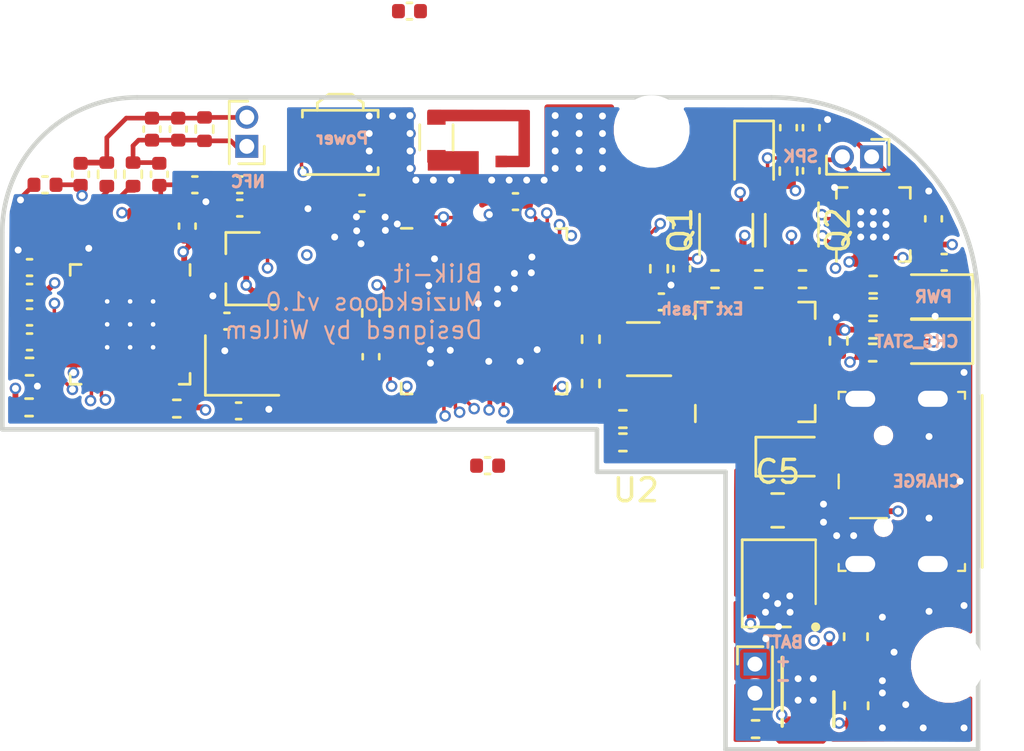
<source format=kicad_pcb>
(kicad_pcb (version 20171130) (host pcbnew "(5.1.9-0-10_14)")

  (general
    (thickness 1.6)
    (drawings 43)
    (tracks 815)
    (zones 0)
    (modules 80)
    (nets 111)
  )

  (page A4)
  (layers
    (0 F.Cu signal)
    (1 In1.Cu signal hide)
    (2 In2.Cu signal hide)
    (31 B.Cu signal hide)
    (32 B.Adhes user hide)
    (33 F.Adhes user hide)
    (34 B.Paste user hide)
    (35 F.Paste user hide)
    (36 B.SilkS user hide)
    (37 F.SilkS user hide)
    (38 B.Mask user hide)
    (39 F.Mask user hide)
    (40 Dwgs.User user hide)
    (41 Cmts.User user hide)
    (42 Eco1.User user hide)
    (43 Eco2.User user hide)
    (44 Edge.Cuts user)
    (45 Margin user hide)
    (46 B.CrtYd user hide)
    (47 F.CrtYd user)
    (48 B.Fab user hide)
    (49 F.Fab user)
  )

  (setup
    (last_trace_width 0.1524)
    (user_trace_width 0.1524)
    (user_trace_width 0.2032)
    (trace_clearance 0.1524)
    (zone_clearance 0)
    (zone_45_only no)
    (trace_min 0.14986)
    (via_size 0.5)
    (via_drill 0.3)
    (via_min_size 0.4)
    (via_min_drill 0.3)
    (user_via 0.5 0.3)
    (uvia_size 0.3)
    (uvia_drill 0.1)
    (uvias_allowed no)
    (uvia_min_size 0.2)
    (uvia_min_drill 0.1)
    (edge_width 0.05)
    (segment_width 0.2)
    (pcb_text_width 0.3)
    (pcb_text_size 1.5 1.5)
    (mod_edge_width 0.12)
    (mod_text_size 1 1)
    (mod_text_width 0.15)
    (pad_size 1 1)
    (pad_drill 0)
    (pad_to_mask_clearance 0)
    (aux_axis_origin 0 0)
    (visible_elements FFFFFF7F)
    (pcbplotparams
      (layerselection 0x010fc_ffffffff)
      (usegerberextensions false)
      (usegerberattributes true)
      (usegerberadvancedattributes true)
      (creategerberjobfile true)
      (excludeedgelayer true)
      (linewidth 0.100000)
      (plotframeref false)
      (viasonmask false)
      (mode 1)
      (useauxorigin false)
      (hpglpennumber 1)
      (hpglpenspeed 20)
      (hpglpendiameter 15.000000)
      (psnegative false)
      (psa4output false)
      (plotreference true)
      (plotvalue false)
      (plotinvisibletext false)
      (padsonsilk false)
      (subtractmaskfromsilk true)
      (outputformat 1)
      (mirror false)
      (drillshape 0)
      (scaleselection 1)
      (outputdirectory "OUTPUT"))
  )

  (net 0 "")
  (net 1 GND)
  (net 2 VBUS)
  (net 3 /CPU/ADC1_IN2)
  (net 4 +BATT)
  (net 5 /Power/PSU_BTN_RAW)
  (net 6 +3V3)
  (net 7 "Net-(C6-Pad2)")
  (net 8 "Net-(C7-Pad1)")
  (net 9 "Net-(C15-Pad1)")
  (net 10 "Net-(C16-Pad1)")
  (net 11 "Net-(C17-Pad2)")
  (net 12 "Net-(C20-Pad2)")
  (net 13 /I2S_DAC_AMP/SPK_OUT-)
  (net 14 /I2S_DAC_AMP/SPKOUT+)
  (net 15 /Power/CHG_STAT_LED)
  (net 16 /Power/CHG_5V_LED)
  (net 17 /Power/PSU_EN)
  (net 18 "Net-(L2-Pad2)")
  (net 19 /CPU/MEAS_EN)
  (net 20 /CPU/BTN_PWR)
  (net 21 /CPU/PW_HOLD)
  (net 22 /Power/PSU_EN_BUF)
  (net 23 /Power/CHG_PROG)
  (net 24 "Net-(R17-Pad1)")
  (net 25 "Net-(R18-Pad2)")
  (net 26 "Net-(R19-Pad2)")
  (net 27 /I2S_DAC_AMP/GAIN)
  (net 28 /I2S_DAC_AMP/I2S_SD_MODE)
  (net 29 /CPU/NFC_MISO)
  (net 30 /CPU/DAC_BCLK)
  (net 31 /CPU/DAC_LRCK)
  (net 32 /CPU/NFC_SPI_MOSI)
  (net 33 /CPU/NFC_SPI_SCK)
  (net 34 /CPU/NFC_SPI_CS)
  (net 35 /CPU/DAC_DATA)
  (net 36 "Net-(U3-Pad28)")
  (net 37 "Net-(U3-Pad27)")
  (net 38 "Net-(U3-Pad26)")
  (net 39 "Net-(U3-Pad25)")
  (net 40 "Net-(U3-Pad24)")
  (net 41 "Net-(U3-Pad23)")
  (net 42 "Net-(U3-Pad11)")
  (net 43 "Net-(U3-Pad10)")
  (net 44 "Net-(U3-Pad7)")
  (net 45 "Net-(U3-Pad4)")
  (net 46 "Net-(U3-Pad3)")
  (net 47 "Net-(L1-Pad2)")
  (net 48 "Net-(C23-Pad2)")
  (net 49 "Net-(R12-Pad2)")
  (net 50 "Net-(R15-Pad1)")
  (net 51 "Net-(U1-Pad7)")
  (net 52 /CPU/HALL_OUT)
  (net 53 /CPU/VDD_SDIO)
  (net 54 /CPU/ESP_RST)
  (net 55 /CPU/ESP_GPIO0)
  (net 56 /CPU/ESP_GPIO2)
  (net 57 /CPU/ESP_GPIO15)
  (net 58 /NFC/NFC_TX)
  (net 59 "Net-(U4-Pad48)")
  (net 60 "Net-(U4-Pad47)")
  (net 61 "Net-(U4-Pad45)")
  (net 62 "Net-(U4-Pad44)")
  (net 63 "Net-(U4-Pad39)")
  (net 64 "Net-(U4-Pad18)")
  (net 65 "Net-(U4-Pad13)")
  (net 66 "Net-(U4-Pad10)")
  (net 67 "Net-(U4-Pad8)")
  (net 68 "Net-(U4-Pad7)")
  (net 69 "Net-(U4-Pad6)")
  (net 70 "Net-(U10-Pad27)")
  (net 71 "Net-(U10-Pad23)")
  (net 72 "Net-(U10-Pad22)")
  (net 73 "Net-(U10-Pad21)")
  (net 74 "Net-(U10-Pad20)")
  (net 75 "Net-(U10-Pad19)")
  (net 76 "Net-(U10-Pad18)")
  (net 77 "Net-(U10-Pad17)")
  (net 78 "Net-(U10-Pad16)")
  (net 79 "Net-(U10-Pad15)")
  (net 80 "Net-(U10-Pad14)")
  (net 81 "Net-(U10-Pad13)")
  (net 82 "Net-(U10-Pad12)")
  (net 83 "Net-(U10-Pad11)")
  (net 84 "Net-(U10-Pad10)")
  (net 85 "Net-(U10-Pad2)")
  (net 86 "Net-(U10-Pad1)")
  (net 87 /programmer/CP_DTR)
  (net 88 /programmer/CP_RTS)
  (net 89 /CPU/ESP_TX)
  (net 90 /CPU/ESP_RX)
  (net 91 /CPU/WIFI_ANT)
  (net 92 /CPU/ESP_LNA_IN)
  (net 93 /programmer/CP_RST)
  (net 94 /CPU/A2)
  (net 95 "Net-(U4-Pad34)")
  (net 96 /Power/MCP_STAT)
  (net 97 /Power/USB_D-)
  (net 98 /Power/USB_D+)
  (net 99 "Net-(U4-Pad12)")
  (net 100 "Net-(Q1-Pad6)")
  (net 101 "Net-(U2-Pad2)")
  (net 102 /Power/Lx_L1)
  (net 103 /NFC/IRQ_IN)
  (net 104 "Net-(D4-Pad1)")
  (net 105 "Net-(U4-Pad33)")
  (net 106 "Net-(U4-Pad32)")
  (net 107 "Net-(U4-Pad31)")
  (net 108 "Net-(U4-Pad30)")
  (net 109 "Net-(U4-Pad27)")
  (net 110 "Net-(U4-Pad25)")

  (net_class Default "This is the default net class."
    (clearance 0.1524)
    (trace_width 0.1524)
    (via_dia 0.5)
    (via_drill 0.3)
    (uvia_dia 0.3)
    (uvia_drill 0.1)
    (add_net +3V3)
    (add_net +BATT)
    (add_net /CPU/A2)
    (add_net /CPU/ADC1_IN2)
    (add_net /CPU/BTN_PWR)
    (add_net /CPU/DAC_BCLK)
    (add_net /CPU/DAC_DATA)
    (add_net /CPU/DAC_LRCK)
    (add_net /CPU/ESP_GPIO0)
    (add_net /CPU/ESP_GPIO15)
    (add_net /CPU/ESP_GPIO2)
    (add_net /CPU/ESP_LNA_IN)
    (add_net /CPU/ESP_RST)
    (add_net /CPU/ESP_RX)
    (add_net /CPU/ESP_TX)
    (add_net /CPU/HALL_OUT)
    (add_net /CPU/MEAS_EN)
    (add_net /CPU/NFC_MISO)
    (add_net /CPU/NFC_SPI_CS)
    (add_net /CPU/NFC_SPI_MOSI)
    (add_net /CPU/NFC_SPI_SCK)
    (add_net /CPU/PW_HOLD)
    (add_net /CPU/VDD_SDIO)
    (add_net /CPU/WIFI_ANT)
    (add_net /I2S_DAC_AMP/GAIN)
    (add_net /I2S_DAC_AMP/I2S_SD_MODE)
    (add_net /I2S_DAC_AMP/SPKOUT+)
    (add_net /I2S_DAC_AMP/SPK_OUT-)
    (add_net /NFC/IRQ_IN)
    (add_net /NFC/NFC_TX)
    (add_net /Power/CHG_5V_LED)
    (add_net /Power/CHG_PROG)
    (add_net /Power/CHG_STAT_LED)
    (add_net /Power/Lx_L1)
    (add_net /Power/MCP_STAT)
    (add_net /Power/PSU_BTN_RAW)
    (add_net /Power/PSU_EN)
    (add_net /Power/PSU_EN_BUF)
    (add_net /Power/USB_D+)
    (add_net /Power/USB_D-)
    (add_net /programmer/CP_DTR)
    (add_net /programmer/CP_RST)
    (add_net /programmer/CP_RTS)
    (add_net GND)
    (add_net "Net-(C15-Pad1)")
    (add_net "Net-(C16-Pad1)")
    (add_net "Net-(C17-Pad2)")
    (add_net "Net-(C20-Pad2)")
    (add_net "Net-(C23-Pad2)")
    (add_net "Net-(C6-Pad2)")
    (add_net "Net-(C7-Pad1)")
    (add_net "Net-(D4-Pad1)")
    (add_net "Net-(L1-Pad2)")
    (add_net "Net-(L2-Pad2)")
    (add_net "Net-(Q1-Pad6)")
    (add_net "Net-(R12-Pad2)")
    (add_net "Net-(R15-Pad1)")
    (add_net "Net-(R17-Pad1)")
    (add_net "Net-(R18-Pad2)")
    (add_net "Net-(R19-Pad2)")
    (add_net "Net-(U1-Pad7)")
    (add_net "Net-(U10-Pad1)")
    (add_net "Net-(U10-Pad10)")
    (add_net "Net-(U10-Pad11)")
    (add_net "Net-(U10-Pad12)")
    (add_net "Net-(U10-Pad13)")
    (add_net "Net-(U10-Pad14)")
    (add_net "Net-(U10-Pad15)")
    (add_net "Net-(U10-Pad16)")
    (add_net "Net-(U10-Pad17)")
    (add_net "Net-(U10-Pad18)")
    (add_net "Net-(U10-Pad19)")
    (add_net "Net-(U10-Pad2)")
    (add_net "Net-(U10-Pad20)")
    (add_net "Net-(U10-Pad21)")
    (add_net "Net-(U10-Pad22)")
    (add_net "Net-(U10-Pad23)")
    (add_net "Net-(U10-Pad27)")
    (add_net "Net-(U2-Pad2)")
    (add_net "Net-(U3-Pad10)")
    (add_net "Net-(U3-Pad11)")
    (add_net "Net-(U3-Pad23)")
    (add_net "Net-(U3-Pad24)")
    (add_net "Net-(U3-Pad25)")
    (add_net "Net-(U3-Pad26)")
    (add_net "Net-(U3-Pad27)")
    (add_net "Net-(U3-Pad28)")
    (add_net "Net-(U3-Pad3)")
    (add_net "Net-(U3-Pad4)")
    (add_net "Net-(U3-Pad7)")
    (add_net "Net-(U4-Pad10)")
    (add_net "Net-(U4-Pad12)")
    (add_net "Net-(U4-Pad13)")
    (add_net "Net-(U4-Pad18)")
    (add_net "Net-(U4-Pad25)")
    (add_net "Net-(U4-Pad27)")
    (add_net "Net-(U4-Pad30)")
    (add_net "Net-(U4-Pad31)")
    (add_net "Net-(U4-Pad32)")
    (add_net "Net-(U4-Pad33)")
    (add_net "Net-(U4-Pad34)")
    (add_net "Net-(U4-Pad39)")
    (add_net "Net-(U4-Pad44)")
    (add_net "Net-(U4-Pad45)")
    (add_net "Net-(U4-Pad47)")
    (add_net "Net-(U4-Pad48)")
    (add_net "Net-(U4-Pad6)")
    (add_net "Net-(U4-Pad7)")
    (add_net "Net-(U4-Pad8)")
    (add_net VBUS)
  )

  (module Capacitor_SMD:C_0402_1005Metric (layer F.Cu) (tedit 5F68FEEE) (tstamp 61773FE5)
    (at 62.3062 80.01)
    (descr "Capacitor SMD 0402 (1005 Metric), square (rectangular) end terminal, IPC_7351 nominal, (Body size source: IPC-SM-782 page 76, https://www.pcb-3d.com/wordpress/wp-content/uploads/ipc-sm-782a_amendment_1_and_2.pdf), generated with kicad-footprint-generator")
    (tags capacitor)
    (path /60FFCEAC/617860CD)
    (attr smd)
    (fp_text reference C11 (at 0 -1.16) (layer F.SilkS) hide
      (effects (font (size 1 1) (thickness 0.15)))
    )
    (fp_text value 100nF (at 0 1.16) (layer F.Fab) hide
      (effects (font (size 1 1) (thickness 0.15)))
    )
    (fp_text user %R (at 0 0) (layer F.Fab)
      (effects (font (size 0.25 0.25) (thickness 0.04)))
    )
    (fp_line (start -0.5 0.25) (end -0.5 -0.25) (layer F.Fab) (width 0.1))
    (fp_line (start -0.5 -0.25) (end 0.5 -0.25) (layer F.Fab) (width 0.1))
    (fp_line (start 0.5 -0.25) (end 0.5 0.25) (layer F.Fab) (width 0.1))
    (fp_line (start 0.5 0.25) (end -0.5 0.25) (layer F.Fab) (width 0.1))
    (fp_line (start -0.107836 -0.36) (end 0.107836 -0.36) (layer F.SilkS) (width 0.12))
    (fp_line (start -0.107836 0.36) (end 0.107836 0.36) (layer F.SilkS) (width 0.12))
    (fp_line (start -0.91 0.46) (end -0.91 -0.46) (layer F.CrtYd) (width 0.05))
    (fp_line (start -0.91 -0.46) (end 0.91 -0.46) (layer F.CrtYd) (width 0.05))
    (fp_line (start 0.91 -0.46) (end 0.91 0.46) (layer F.CrtYd) (width 0.05))
    (fp_line (start 0.91 0.46) (end -0.91 0.46) (layer F.CrtYd) (width 0.05))
    (pad 2 smd roundrect (at 0.48 0) (size 0.56 0.62) (layers F.Cu F.Paste F.Mask) (roundrect_rratio 0.25)
      (net 1 GND))
    (pad 1 smd roundrect (at -0.48 0) (size 0.56 0.62) (layers F.Cu F.Paste F.Mask) (roundrect_rratio 0.25)
      (net 53 /CPU/VDD_SDIO))
    (model ${KISYS3DMOD}/Capacitor_SMD.3dshapes/C_0402_1005Metric.wrl
      (at (xyz 0 0 0))
      (scale (xyz 1 1 1))
      (rotate (xyz 0 0 0))
    )
  )

  (module Diode_SMD:D_SOD-323 (layer F.Cu) (tedit 58641739) (tstamp 616D1F32)
    (at 75.4888 79.6163)
    (descr SOD-323)
    (tags SOD-323)
    (path /613CB1D0/616BED7E)
    (attr smd)
    (fp_text reference D4 (at 0 -1.85) (layer F.SilkS) hide
      (effects (font (size 1 1) (thickness 0.15)))
    )
    (fp_text value PMEG4005 (at 0.1 1.9) (layer F.Fab) hide
      (effects (font (size 1 1) (thickness 0.15)))
    )
    (fp_line (start -1.5 -0.85) (end 1.05 -0.85) (layer F.SilkS) (width 0.12))
    (fp_line (start -1.5 0.85) (end 1.05 0.85) (layer F.SilkS) (width 0.12))
    (fp_line (start -1.6 -0.95) (end -1.6 0.95) (layer F.CrtYd) (width 0.05))
    (fp_line (start -1.6 0.95) (end 1.6 0.95) (layer F.CrtYd) (width 0.05))
    (fp_line (start 1.6 -0.95) (end 1.6 0.95) (layer F.CrtYd) (width 0.05))
    (fp_line (start -1.6 -0.95) (end 1.6 -0.95) (layer F.CrtYd) (width 0.05))
    (fp_line (start -0.9 -0.7) (end 0.9 -0.7) (layer F.Fab) (width 0.1))
    (fp_line (start 0.9 -0.7) (end 0.9 0.7) (layer F.Fab) (width 0.1))
    (fp_line (start 0.9 0.7) (end -0.9 0.7) (layer F.Fab) (width 0.1))
    (fp_line (start -0.9 0.7) (end -0.9 -0.7) (layer F.Fab) (width 0.1))
    (fp_line (start -0.3 -0.35) (end -0.3 0.35) (layer F.Fab) (width 0.1))
    (fp_line (start -0.3 0) (end -0.5 0) (layer F.Fab) (width 0.1))
    (fp_line (start -0.3 0) (end 0.2 -0.35) (layer F.Fab) (width 0.1))
    (fp_line (start 0.2 -0.35) (end 0.2 0.35) (layer F.Fab) (width 0.1))
    (fp_line (start 0.2 0.35) (end -0.3 0) (layer F.Fab) (width 0.1))
    (fp_line (start 0.2 0) (end 0.45 0) (layer F.Fab) (width 0.1))
    (fp_line (start -1.5 -0.85) (end -1.5 0.85) (layer F.SilkS) (width 0.12))
    (fp_text user %R (at 0 -1.85) (layer F.Fab)
      (effects (font (size 1 1) (thickness 0.15)))
    )
    (pad 2 smd rect (at 1.05 0) (size 0.6 0.45) (layers F.Cu F.Paste F.Mask)
      (net 2 VBUS))
    (pad 1 smd rect (at -1.05 0) (size 0.6 0.45) (layers F.Cu F.Paste F.Mask)
      (net 104 "Net-(D4-Pad1)"))
    (model ${KISYS3DMOD}/Diode_SMD.3dshapes/D_SOD-323.wrl
      (at (xyz 0 0 0))
      (scale (xyz 1 1 1))
      (rotate (xyz 0 0 0))
    )
  )

  (module Capacitor_SMD:C_0805_2012Metric (layer F.Cu) (tedit 5F68FEEE) (tstamp 6177501D)
    (at 74.94 81.9592)
    (descr "Capacitor SMD 0805 (2012 Metric), square (rectangular) end terminal, IPC_7351 nominal, (Body size source: IPC-SM-782 page 76, https://www.pcb-3d.com/wordpress/wp-content/uploads/ipc-sm-782a_amendment_1_and_2.pdf, https://docs.google.com/spreadsheets/d/1BsfQQcO9C6DZCsRaXUlFlo91Tg2WpOkGARC1WS5S8t0/edit?usp=sharing), generated with kicad-footprint-generator")
    (tags capacitor)
    (path /60FE1698/615B2E33)
    (attr smd)
    (fp_text reference C5 (at 0 -1.68) (layer F.SilkS)
      (effects (font (size 1 1) (thickness 0.15)))
    )
    (fp_text value 10uF (at 0 1.68) (layer F.Fab) hide
      (effects (font (size 1 1) (thickness 0.15)))
    )
    (fp_line (start -1 0.625) (end -1 -0.625) (layer F.Fab) (width 0.1))
    (fp_line (start -1 -0.625) (end 1 -0.625) (layer F.Fab) (width 0.1))
    (fp_line (start 1 -0.625) (end 1 0.625) (layer F.Fab) (width 0.1))
    (fp_line (start 1 0.625) (end -1 0.625) (layer F.Fab) (width 0.1))
    (fp_line (start -0.261252 -0.735) (end 0.261252 -0.735) (layer F.SilkS) (width 0.12))
    (fp_line (start -0.261252 0.735) (end 0.261252 0.735) (layer F.SilkS) (width 0.12))
    (fp_line (start -1.7 0.98) (end -1.7 -0.98) (layer F.CrtYd) (width 0.05))
    (fp_line (start -1.7 -0.98) (end 1.7 -0.98) (layer F.CrtYd) (width 0.05))
    (fp_line (start 1.7 -0.98) (end 1.7 0.98) (layer F.CrtYd) (width 0.05))
    (fp_line (start 1.7 0.98) (end -1.7 0.98) (layer F.CrtYd) (width 0.05))
    (fp_text user %R (at 0 0) (layer F.Fab)
      (effects (font (size 0.5 0.5) (thickness 0.08)))
    )
    (pad 2 smd roundrect (at 0.95 0) (size 1 1.45) (layers F.Cu F.Paste F.Mask) (roundrect_rratio 0.25)
      (net 1 GND))
    (pad 1 smd roundrect (at -0.95 0) (size 1 1.45) (layers F.Cu F.Paste F.Mask) (roundrect_rratio 0.25)
      (net 6 +3V3))
    (model ${KISYS3DMOD}/Capacitor_SMD.3dshapes/C_0805_2012Metric.wrl
      (at (xyz 0 0 0))
      (scale (xyz 1 1 1))
      (rotate (xyz 0 0 0))
    )
  )

  (module Package_DFN_QFN:USP-9B01 (layer F.Cu) (tedit 614B2C09) (tstamp 61774FCB)
    (at 73.96 83.8592 180)
    (path /60FE1698/6148D543)
    (clearance 0.14986)
    (attr smd)
    (fp_text reference U2 (at 5.195 2.78) (layer F.SilkS)
      (effects (font (size 1 1) (thickness 0.15)))
    )
    (fp_text value XCL214B333DR (at 0.03 2.43) (layer F.Fab) hide
      (effects (font (size 0.254 0.254) (thickness 0.0635)))
    )
    (fp_poly (pts (xy -1.676 -0.38) (xy -1.996 -0.38) (xy -1.996 -0.58) (xy -1.676 -0.58)) (layer F.Paste) (width 0.01))
    (fp_poly (pts (xy -0.086 -0.37) (xy -0.406 -0.37) (xy -0.406 -0.57) (xy -0.086 -0.57)) (layer F.Paste) (width 0.01))
    (fp_poly (pts (xy -1.286 -2.19) (xy -1.666 -2.19) (xy -1.666 -2.59) (xy -1.286 -2.59)) (layer F.Paste) (width 0.01))
    (fp_poly (pts (xy -0.436 -2.19) (xy -0.816 -2.19) (xy -0.816 -2.59) (xy -0.436 -2.59)) (layer F.Paste) (width 0.01))
    (fp_line (start 0.864 0.82) (end 0.864 -3.48) (layer F.CrtYd) (width 0.12))
    (fp_line (start -2.936 0.82) (end 0.864 0.82) (layer F.CrtYd) (width 0.12))
    (fp_line (start -2.936 -3.48) (end -2.936 0.82) (layer F.CrtYd) (width 0.12))
    (fp_line (start 0.864 -3.48) (end -2.936 -3.48) (layer F.CrtYd) (width 0.12))
    (fp_circle (center -2.636 -3.18) (end -2.536 -3.18) (layer F.SilkS) (width 0.2))
    (fp_line (start 0.564 -3.18) (end -1.536 -3.18) (layer F.SilkS) (width 0.12))
    (fp_line (start 0.564 0.62) (end 0.564 -3.18) (layer F.SilkS) (width 0.12))
    (fp_line (start -2.636 0.62) (end 0.564 0.62) (layer F.SilkS) (width 0.12))
    (fp_line (start -2.636 -2.18) (end -2.636 0.62) (layer F.SilkS) (width 0.1))
    (fp_poly (pts (xy 0.314 -0.405) (xy 0.014 -0.405) (xy 0.014 0.12) (xy -0.436 0.12)
      (xy -0.436 0.42) (xy -0.611 0.42) (xy -0.611 -0.605) (xy 0.314 -0.605)) (layer F.Mask) (width 0.01))
    (fp_line (start 0.214 -2.88) (end 0.214 0.32) (layer Dwgs.User) (width 0.01))
    (fp_poly (pts (xy -1.461 0.42) (xy -1.636 0.42) (xy -1.636 0.12) (xy -2.086 0.12)
      (xy -2.086 -0.405) (xy -2.386 -0.405) (xy -2.386 -0.605) (xy -1.461 -0.605)) (layer F.Mask) (width 0.01))
    (fp_line (start -2.286 -2.88) (end -2.286 0.32) (layer Dwgs.User) (width 0.01))
    (fp_line (start -2.286 0.32) (end 0.214 0.32) (layer Dwgs.User) (width 0.01))
    (fp_poly (pts (xy -1.436 -2.68) (xy -0.636 -2.68) (xy -0.636 -3) (xy -0.436 -3)
      (xy -0.436 -2.68) (xy -0.336 -2.68) (xy -0.336 -2.08) (xy -1.736 -2.08)
      (xy -1.736 -2.68) (xy -1.636 -2.68) (xy -1.636 -3) (xy -1.436 -3)) (layer F.Mask) (width 0.01))
    (fp_line (start -2.286 -2.88) (end 0.214 -2.88) (layer Dwgs.User) (width 0.01))
    (fp_text user U2 (at -1.0335 -1.307 180) (layer F.Fab)
      (effects (font (size 1 1) (thickness 0.15)))
    )
    (pad 7 smd custom (at -1.066 -2.39 180) (size 0.325 0.4) (layers F.Cu F.Paste F.Mask)
      (net 1 GND)
      (options (clearance outline) (anchor rect))
      (primitives
        (gr_poly (pts
           (xy 0.83 0.88) (xy 0.28 0.88) (xy 0.28 1.09) (xy -0.22 1.09) (xy -0.22 0.88)
           (xy -0.77 0.88) (xy -0.77 -0.39) (xy -0.59 -0.39) (xy -0.59 -0.64) (xy -0.35 -0.64)
           (xy -0.35 -0.39) (xy 0.41 -0.39) (xy 0.41 -0.64) (xy 0.65 -0.64) (xy 0.65 -0.39)
           (xy 0.83 -0.39)) (width 0.01))
      ))
    (pad 9 smd custom (at -0.246 -0.12 180) (size 0.325 0.4) (layers F.Cu F.Paste F.Mask)
      (net 6 +3V3) (zone_connect 2)
      (options (clearance outline) (anchor rect))
      (primitives
        (gr_poly (pts
           (xy 0.36 -0.51) (xy 0.61 -0.51) (xy 0.61 -0.26) (xy 0.36 -0.26) (xy 0.36 0.34)
           (xy -0.14 0.34) (xy -0.14 0.59) (xy -0.39 0.59) (xy -0.39 -1.11) (xy 0.36 -1.11)
) (width 0.01))
      ))
    (pad 8 smd custom (at -1.836 -0.14 180) (size 0.325 0.4) (layers F.Cu F.Paste F.Mask)
      (net 102 /Power/Lx_L1) (zone_connect 2)
      (options (clearance outline) (anchor rect))
      (primitives
        (gr_poly (pts
           (xy -0.35 -0.24) (xy -0.6 -0.24) (xy -0.6 -0.49) (xy -0.35 -0.49) (xy -0.35 -1.09)
           (xy 0.4 -1.09) (xy 0.4 0.61) (xy 0.15 0.61) (xy 0.15 0.36) (xy -0.35 0.36)
) (width 0.01))
      ))
    (pad 1 smd rect (at -2.236 -2.6425 180) (size 0.4 0.325) (layers F.Cu F.Paste F.Mask)
      (net 4 +BATT))
    (pad 6 smd rect (at 0.164 -2.6425 180) (size 0.4 0.325) (layers F.Cu F.Paste F.Mask)
      (net 22 /Power/PSU_EN_BUF))
    (pad 2 smd rect (at -2.236 -2.18 180) (size 0.4 0.2) (layers F.Cu F.Paste F.Mask)
      (net 101 "Net-(U2-Pad2)"))
    (pad 3 smd rect (at -2.236 -1.7175 180) (size 0.4 0.325) (layers F.Cu F.Paste F.Mask)
      (net 102 /Power/Lx_L1))
    (pad 5 smd rect (at 0.164 -2.18 180) (size 0.4 0.2) (layers F.Cu F.Paste F.Mask)
      (net 1 GND))
    (pad 4 smd rect (at 0.164 -1.7175 180) (size 0.4 0.325) (layers F.Cu F.Paste F.Mask)
      (net 6 +3V3))
  )

  (module Package_TO_SOT_SMD:SOT-363_SC-70-6 (layer F.Cu) (tedit 5A02FF57) (tstamp 6147B9A0)
    (at 72.7 69.7484 90)
    (descr "SOT-363, SC-70-6")
    (tags "SOT-363 SC-70-6")
    (path /60FE1698/614E105B)
    (attr smd)
    (fp_text reference Q1 (at 0 -2 90) (layer F.SilkS)
      (effects (font (size 1 1) (thickness 0.15)))
    )
    (fp_text value Dual_PMOS_BSS84AKS,115 (at 0 2 270) (layer F.Fab) hide
      (effects (font (size 1 1) (thickness 0.15)))
    )
    (fp_line (start 0.7 -1.16) (end -1.2 -1.16) (layer F.SilkS) (width 0.12))
    (fp_line (start -0.7 1.16) (end 0.7 1.16) (layer F.SilkS) (width 0.12))
    (fp_line (start 1.6 1.4) (end 1.6 -1.4) (layer F.CrtYd) (width 0.05))
    (fp_line (start -1.6 -1.4) (end -1.6 1.4) (layer F.CrtYd) (width 0.05))
    (fp_line (start -1.6 -1.4) (end 1.6 -1.4) (layer F.CrtYd) (width 0.05))
    (fp_line (start 0.675 -1.1) (end -0.175 -1.1) (layer F.Fab) (width 0.1))
    (fp_line (start -0.675 -0.6) (end -0.675 1.1) (layer F.Fab) (width 0.1))
    (fp_line (start -1.6 1.4) (end 1.6 1.4) (layer F.CrtYd) (width 0.05))
    (fp_line (start 0.675 -1.1) (end 0.675 1.1) (layer F.Fab) (width 0.1))
    (fp_line (start 0.675 1.1) (end -0.675 1.1) (layer F.Fab) (width 0.1))
    (fp_line (start -0.175 -1.1) (end -0.675 -0.6) (layer F.Fab) (width 0.1))
    (fp_text user %R (at 0 0) (layer F.Fab)
      (effects (font (size 0.5 0.5) (thickness 0.075)))
    )
    (pad 6 smd rect (at 0.95 -0.65 90) (size 0.65 0.4) (layers F.Cu F.Paste F.Mask)
      (net 100 "Net-(Q1-Pad6)"))
    (pad 4 smd rect (at 0.95 0.65 90) (size 0.65 0.4) (layers F.Cu F.Paste F.Mask)
      (net 4 +BATT))
    (pad 2 smd rect (at -0.95 0 90) (size 0.65 0.4) (layers F.Cu F.Paste F.Mask)
      (net 19 /CPU/MEAS_EN))
    (pad 5 smd rect (at 0.95 0 90) (size 0.65 0.4) (layers F.Cu F.Paste F.Mask)
      (net 17 /Power/PSU_EN))
    (pad 3 smd rect (at -0.95 0.65 90) (size 0.65 0.4) (layers F.Cu F.Paste F.Mask)
      (net 22 /Power/PSU_EN_BUF))
    (pad 1 smd rect (at -0.95 -0.65 90) (size 0.65 0.4) (layers F.Cu F.Paste F.Mask)
      (net 4 +BATT))
    (model ${KISYS3DMOD}/Package_TO_SOT_SMD.3dshapes/SOT-363_SC-70-6.wrl
      (at (xyz 0 0 0))
      (scale (xyz 1 1 1))
      (rotate (xyz 0 0 0))
    )
  )

  (module Package_TO_SOT_SMD:SOT-363_SC-70-6 (layer F.Cu) (tedit 5A02FF57) (tstamp 617724E6)
    (at 75.56 69.7484 270)
    (descr "SOT-363, SC-70-6")
    (tags "SOT-363 SC-70-6")
    (path /60FE1698/614CD58C)
    (attr smd)
    (fp_text reference Q2 (at 0 -2 90) (layer F.SilkS)
      (effects (font (size 1 1) (thickness 0.15)))
    )
    (fp_text value Dual_NMOS_2N7002PS (at 0 2 270) (layer F.Fab) hide
      (effects (font (size 1 1) (thickness 0.15)))
    )
    (fp_line (start 0.7 -1.16) (end -1.2 -1.16) (layer F.SilkS) (width 0.12))
    (fp_line (start -0.7 1.16) (end 0.7 1.16) (layer F.SilkS) (width 0.12))
    (fp_line (start 1.6 1.4) (end 1.6 -1.4) (layer F.CrtYd) (width 0.05))
    (fp_line (start -1.6 -1.4) (end -1.6 1.4) (layer F.CrtYd) (width 0.05))
    (fp_line (start -1.6 -1.4) (end 1.6 -1.4) (layer F.CrtYd) (width 0.05))
    (fp_line (start 0.675 -1.1) (end -0.175 -1.1) (layer F.Fab) (width 0.1))
    (fp_line (start -0.675 -0.6) (end -0.675 1.1) (layer F.Fab) (width 0.1))
    (fp_line (start -1.6 1.4) (end 1.6 1.4) (layer F.CrtYd) (width 0.05))
    (fp_line (start 0.675 -1.1) (end 0.675 1.1) (layer F.Fab) (width 0.1))
    (fp_line (start 0.675 1.1) (end -0.675 1.1) (layer F.Fab) (width 0.1))
    (fp_line (start -0.175 -1.1) (end -0.675 -0.6) (layer F.Fab) (width 0.1))
    (fp_text user %R (at 0 0) (layer F.Fab)
      (effects (font (size 0.5 0.5) (thickness 0.075)))
    )
    (pad 6 smd rect (at 0.95 -0.65 270) (size 0.65 0.4) (layers F.Cu F.Paste F.Mask)
      (net 20 /CPU/BTN_PWR))
    (pad 4 smd rect (at 0.95 0.65 270) (size 0.65 0.4) (layers F.Cu F.Paste F.Mask)
      (net 1 GND))
    (pad 2 smd rect (at -0.95 0 270) (size 0.65 0.4) (layers F.Cu F.Paste F.Mask)
      (net 5 /Power/PSU_BTN_RAW))
    (pad 5 smd rect (at 0.95 0 270) (size 0.65 0.4) (layers F.Cu F.Paste F.Mask)
      (net 21 /CPU/PW_HOLD))
    (pad 3 smd rect (at -0.95 0.65 270) (size 0.65 0.4) (layers F.Cu F.Paste F.Mask)
      (net 17 /Power/PSU_EN))
    (pad 1 smd rect (at -0.95 -0.65 270) (size 0.65 0.4) (layers F.Cu F.Paste F.Mask)
      (net 1 GND))
    (model ${KISYS3DMOD}/Package_TO_SOT_SMD.3dshapes/SOT-363_SC-70-6.wrl
      (at (xyz 0 0 0))
      (scale (xyz 1 1 1))
      (rotate (xyz 0 0 0))
    )
  )

  (module Package_DFN_QFN:QFN-28-1EP_5x5mm_P0.5mm_EP3.35x3.35mm (layer F.Cu) (tedit 5DC5F6A4) (tstamp 614786B5)
    (at 73.9648 75.4888 90)
    (descr "QFN, 28 Pin (http://ww1.microchip.com/downloads/en/PackagingSpec/00000049BQ.pdf#page=283), generated with kicad-footprint-generator ipc_noLead_generator.py")
    (tags "QFN NoLead")
    (path /613CB1D0/613CD9B7)
    (attr smd)
    (fp_text reference U10 (at 0 -3.8 90) (layer F.SilkS) hide
      (effects (font (size 1 1) (thickness 0.15)))
    )
    (fp_text value CP2109-InterfaceUSB (at 0 3.8 180) (layer F.Fab) hide
      (effects (font (size 1 1) (thickness 0.15)))
    )
    (fp_line (start 3.1 -3.1) (end -3.1 -3.1) (layer F.CrtYd) (width 0.05))
    (fp_line (start 3.1 3.1) (end 3.1 -3.1) (layer F.CrtYd) (width 0.05))
    (fp_line (start -3.1 3.1) (end 3.1 3.1) (layer F.CrtYd) (width 0.05))
    (fp_line (start -3.1 -3.1) (end -3.1 3.1) (layer F.CrtYd) (width 0.05))
    (fp_line (start -2.5 -1.5) (end -1.5 -2.5) (layer F.Fab) (width 0.1))
    (fp_line (start -2.5 2.5) (end -2.5 -1.5) (layer F.Fab) (width 0.1))
    (fp_line (start 2.5 2.5) (end -2.5 2.5) (layer F.Fab) (width 0.1))
    (fp_line (start 2.5 -2.5) (end 2.5 2.5) (layer F.Fab) (width 0.1))
    (fp_line (start -1.5 -2.5) (end 2.5 -2.5) (layer F.Fab) (width 0.1))
    (fp_line (start -1.885 -2.61) (end -2.61 -2.61) (layer F.SilkS) (width 0.12))
    (fp_line (start 2.61 2.61) (end 2.61 1.885) (layer F.SilkS) (width 0.12))
    (fp_line (start 1.885 2.61) (end 2.61 2.61) (layer F.SilkS) (width 0.12))
    (fp_line (start -2.61 2.61) (end -2.61 1.885) (layer F.SilkS) (width 0.12))
    (fp_line (start -1.885 2.61) (end -2.61 2.61) (layer F.SilkS) (width 0.12))
    (fp_line (start 2.61 -2.61) (end 2.61 -1.885) (layer F.SilkS) (width 0.12))
    (fp_line (start 1.885 -2.61) (end 2.61 -2.61) (layer F.SilkS) (width 0.12))
    (fp_text user %R (at 0 0 90) (layer F.Fab)
      (effects (font (size 1 1) (thickness 0.15)))
    )
    (pad "" smd roundrect (at 1.12 1.12 90) (size 0.9 0.9) (layers F.Paste) (roundrect_rratio 0.25))
    (pad "" smd roundrect (at 1.12 0 90) (size 0.9 0.9) (layers F.Paste) (roundrect_rratio 0.25))
    (pad "" smd roundrect (at 1.12 -1.12 90) (size 0.9 0.9) (layers F.Paste) (roundrect_rratio 0.25))
    (pad "" smd roundrect (at 0 1.12 90) (size 0.9 0.9) (layers F.Paste) (roundrect_rratio 0.25))
    (pad "" smd roundrect (at 0 0 90) (size 0.9 0.9) (layers F.Paste) (roundrect_rratio 0.25))
    (pad "" smd roundrect (at 0 -1.12 90) (size 0.9 0.9) (layers F.Paste) (roundrect_rratio 0.25))
    (pad "" smd roundrect (at -1.12 1.12 90) (size 0.9 0.9) (layers F.Paste) (roundrect_rratio 0.25))
    (pad "" smd roundrect (at -1.12 0 90) (size 0.9 0.9) (layers F.Paste) (roundrect_rratio 0.25))
    (pad "" smd roundrect (at -1.12 -1.12 90) (size 0.9 0.9) (layers F.Paste) (roundrect_rratio 0.25))
    (pad 29 smd rect (at 0 0 90) (size 3.35 3.35) (layers F.Cu F.Mask)
      (net 1 GND))
    (pad 28 smd roundrect (at -1.5 -2.45 90) (size 0.25 0.8) (layers F.Cu F.Paste F.Mask) (roundrect_rratio 0.25)
      (net 87 /programmer/CP_DTR))
    (pad 27 smd roundrect (at -1 -2.45 90) (size 0.25 0.8) (layers F.Cu F.Paste F.Mask) (roundrect_rratio 0.25)
      (net 70 "Net-(U10-Pad27)"))
    (pad 26 smd roundrect (at -0.5 -2.45 90) (size 0.25 0.8) (layers F.Cu F.Paste F.Mask) (roundrect_rratio 0.25)
      (net 90 /CPU/ESP_RX))
    (pad 25 smd roundrect (at 0 -2.45 90) (size 0.25 0.8) (layers F.Cu F.Paste F.Mask) (roundrect_rratio 0.25)
      (net 89 /CPU/ESP_TX))
    (pad 24 smd roundrect (at 0.5 -2.45 90) (size 0.25 0.8) (layers F.Cu F.Paste F.Mask) (roundrect_rratio 0.25)
      (net 88 /programmer/CP_RTS))
    (pad 23 smd roundrect (at 1 -2.45 90) (size 0.25 0.8) (layers F.Cu F.Paste F.Mask) (roundrect_rratio 0.25)
      (net 71 "Net-(U10-Pad23)"))
    (pad 22 smd roundrect (at 1.5 -2.45 90) (size 0.25 0.8) (layers F.Cu F.Paste F.Mask) (roundrect_rratio 0.25)
      (net 72 "Net-(U10-Pad22)"))
    (pad 21 smd roundrect (at 2.45 -1.5 90) (size 0.8 0.25) (layers F.Cu F.Paste F.Mask) (roundrect_rratio 0.25)
      (net 73 "Net-(U10-Pad21)"))
    (pad 20 smd roundrect (at 2.45 -1 90) (size 0.8 0.25) (layers F.Cu F.Paste F.Mask) (roundrect_rratio 0.25)
      (net 74 "Net-(U10-Pad20)"))
    (pad 19 smd roundrect (at 2.45 -0.5 90) (size 0.8 0.25) (layers F.Cu F.Paste F.Mask) (roundrect_rratio 0.25)
      (net 75 "Net-(U10-Pad19)"))
    (pad 18 smd roundrect (at 2.45 0 90) (size 0.8 0.25) (layers F.Cu F.Paste F.Mask) (roundrect_rratio 0.25)
      (net 76 "Net-(U10-Pad18)"))
    (pad 17 smd roundrect (at 2.45 0.5 90) (size 0.8 0.25) (layers F.Cu F.Paste F.Mask) (roundrect_rratio 0.25)
      (net 77 "Net-(U10-Pad17)"))
    (pad 16 smd roundrect (at 2.45 1 90) (size 0.8 0.25) (layers F.Cu F.Paste F.Mask) (roundrect_rratio 0.25)
      (net 78 "Net-(U10-Pad16)"))
    (pad 15 smd roundrect (at 2.45 1.5 90) (size 0.8 0.25) (layers F.Cu F.Paste F.Mask) (roundrect_rratio 0.25)
      (net 79 "Net-(U10-Pad15)"))
    (pad 14 smd roundrect (at 1.5 2.45 90) (size 0.25 0.8) (layers F.Cu F.Paste F.Mask) (roundrect_rratio 0.25)
      (net 80 "Net-(U10-Pad14)"))
    (pad 13 smd roundrect (at 1 2.45 90) (size 0.25 0.8) (layers F.Cu F.Paste F.Mask) (roundrect_rratio 0.25)
      (net 81 "Net-(U10-Pad13)"))
    (pad 12 smd roundrect (at 0.5 2.45 90) (size 0.25 0.8) (layers F.Cu F.Paste F.Mask) (roundrect_rratio 0.25)
      (net 82 "Net-(U10-Pad12)"))
    (pad 11 smd roundrect (at 0 2.45 90) (size 0.25 0.8) (layers F.Cu F.Paste F.Mask) (roundrect_rratio 0.25)
      (net 83 "Net-(U10-Pad11)"))
    (pad 10 smd roundrect (at -0.5 2.45 90) (size 0.25 0.8) (layers F.Cu F.Paste F.Mask) (roundrect_rratio 0.25)
      (net 84 "Net-(U10-Pad10)"))
    (pad 9 smd roundrect (at -1 2.45 90) (size 0.25 0.8) (layers F.Cu F.Paste F.Mask) (roundrect_rratio 0.25)
      (net 93 /programmer/CP_RST))
    (pad 8 smd roundrect (at -1.5 2.45 90) (size 0.25 0.8) (layers F.Cu F.Paste F.Mask) (roundrect_rratio 0.25)
      (net 2 VBUS))
    (pad 7 smd roundrect (at -2.45 1.5 90) (size 0.8 0.25) (layers F.Cu F.Paste F.Mask) (roundrect_rratio 0.25)
      (net 104 "Net-(D4-Pad1)"))
    (pad 6 smd roundrect (at -2.45 1 90) (size 0.8 0.25) (layers F.Cu F.Paste F.Mask) (roundrect_rratio 0.25)
      (net 6 +3V3))
    (pad 5 smd roundrect (at -2.45 0.5 90) (size 0.8 0.25) (layers F.Cu F.Paste F.Mask) (roundrect_rratio 0.25)
      (net 97 /Power/USB_D-))
    (pad 4 smd roundrect (at -2.45 0 90) (size 0.8 0.25) (layers F.Cu F.Paste F.Mask) (roundrect_rratio 0.25)
      (net 98 /Power/USB_D+))
    (pad 3 smd roundrect (at -2.45 -0.5 90) (size 0.8 0.25) (layers F.Cu F.Paste F.Mask) (roundrect_rratio 0.25)
      (net 1 GND))
    (pad 2 smd roundrect (at -2.45 -1 90) (size 0.8 0.25) (layers F.Cu F.Paste F.Mask) (roundrect_rratio 0.25)
      (net 85 "Net-(U10-Pad2)"))
    (pad 1 smd roundrect (at -2.45 -1.5 90) (size 0.8 0.25) (layers F.Cu F.Paste F.Mask) (roundrect_rratio 0.25)
      (net 86 "Net-(U10-Pad1)"))
    (model ${KISYS3DMOD}/Package_DFN_QFN.3dshapes/QFN-28-1EP_5x5mm_P0.5mm_EP3.35x3.35mm.wrl
      (at (xyz 0 0 0))
      (scale (xyz 1 1 1))
      (rotate (xyz 0 0 0))
    )
  )

  (module Resistor_SMD:R_0402_1005Metric (layer F.Cu) (tedit 5F68FEEE) (tstamp 61774C17)
    (at 77.597 74.5744 270)
    (descr "Resistor SMD 0402 (1005 Metric), square (rectangular) end terminal, IPC_7351 nominal, (Body size source: IPC-SM-782 page 72, https://www.pcb-3d.com/wordpress/wp-content/uploads/ipc-sm-782a_amendment_1_and_2.pdf), generated with kicad-footprint-generator")
    (tags resistor)
    (path /613CB1D0/613D252C)
    (attr smd)
    (fp_text reference R11 (at 0 -1.17 90) (layer F.SilkS) hide
      (effects (font (size 1 1) (thickness 0.15)))
    )
    (fp_text value 10K (at 0 1.17 90) (layer F.Fab) hide
      (effects (font (size 1 1) (thickness 0.15)))
    )
    (fp_line (start 0.93 0.47) (end -0.93 0.47) (layer F.CrtYd) (width 0.05))
    (fp_line (start 0.93 -0.47) (end 0.93 0.47) (layer F.CrtYd) (width 0.05))
    (fp_line (start -0.93 -0.47) (end 0.93 -0.47) (layer F.CrtYd) (width 0.05))
    (fp_line (start -0.93 0.47) (end -0.93 -0.47) (layer F.CrtYd) (width 0.05))
    (fp_line (start -0.153641 0.38) (end 0.153641 0.38) (layer F.SilkS) (width 0.12))
    (fp_line (start -0.153641 -0.38) (end 0.153641 -0.38) (layer F.SilkS) (width 0.12))
    (fp_line (start 0.525 0.27) (end -0.525 0.27) (layer F.Fab) (width 0.1))
    (fp_line (start 0.525 -0.27) (end 0.525 0.27) (layer F.Fab) (width 0.1))
    (fp_line (start -0.525 -0.27) (end 0.525 -0.27) (layer F.Fab) (width 0.1))
    (fp_line (start -0.525 0.27) (end -0.525 -0.27) (layer F.Fab) (width 0.1))
    (fp_text user %R (at 0 0 90) (layer F.Fab)
      (effects (font (size 0.26 0.26) (thickness 0.04)))
    )
    (pad 2 smd roundrect (at 0.51 0 270) (size 0.54 0.64) (layers F.Cu F.Paste F.Mask) (roundrect_rratio 0.25)
      (net 93 /programmer/CP_RST))
    (pad 1 smd roundrect (at -0.51 0 270) (size 0.54 0.64) (layers F.Cu F.Paste F.Mask) (roundrect_rratio 0.25)
      (net 6 +3V3))
    (model ${KISYS3DMOD}/Resistor_SMD.3dshapes/R_0402_1005Metric.wrl
      (at (xyz 0 0 0))
      (scale (xyz 1 1 1))
      (rotate (xyz 0 0 0))
    )
  )

  (module Package_TO_SOT_SMD:SOT-363_SC-70-6 (layer F.Cu) (tedit 5A02FF57) (tstamp 614780F3)
    (at 69.088 74.93 180)
    (descr "SOT-363, SC-70-6")
    (tags "SOT-363 SC-70-6")
    (path /613CB1D0/613D07FE)
    (attr smd)
    (fp_text reference Q5 (at 0 -2) (layer F.SilkS) hide
      (effects (font (size 1 1) (thickness 0.15)))
    )
    (fp_text value UMH3N (at 0 2 180) (layer F.Fab) hide
      (effects (font (size 1 1) (thickness 0.15)))
    )
    (fp_line (start -0.175 -1.1) (end -0.675 -0.6) (layer F.Fab) (width 0.1))
    (fp_line (start 0.675 1.1) (end -0.675 1.1) (layer F.Fab) (width 0.1))
    (fp_line (start 0.675 -1.1) (end 0.675 1.1) (layer F.Fab) (width 0.1))
    (fp_line (start -1.6 1.4) (end 1.6 1.4) (layer F.CrtYd) (width 0.05))
    (fp_line (start -0.675 -0.6) (end -0.675 1.1) (layer F.Fab) (width 0.1))
    (fp_line (start 0.675 -1.1) (end -0.175 -1.1) (layer F.Fab) (width 0.1))
    (fp_line (start -1.6 -1.4) (end 1.6 -1.4) (layer F.CrtYd) (width 0.05))
    (fp_line (start -1.6 -1.4) (end -1.6 1.4) (layer F.CrtYd) (width 0.05))
    (fp_line (start 1.6 1.4) (end 1.6 -1.4) (layer F.CrtYd) (width 0.05))
    (fp_line (start -0.7 1.16) (end 0.7 1.16) (layer F.SilkS) (width 0.12))
    (fp_line (start 0.7 -1.16) (end -1.2 -1.16) (layer F.SilkS) (width 0.12))
    (fp_text user %R (at 0 0 90) (layer F.Fab)
      (effects (font (size 0.5 0.5) (thickness 0.075)))
    )
    (pad 6 smd rect (at 0.95 -0.65 180) (size 0.65 0.4) (layers F.Cu F.Paste F.Mask)
      (net 54 /CPU/ESP_RST))
    (pad 4 smd rect (at 0.95 0.65 180) (size 0.65 0.4) (layers F.Cu F.Paste F.Mask)
      (net 87 /programmer/CP_DTR))
    (pad 2 smd rect (at -0.95 0 180) (size 0.65 0.4) (layers F.Cu F.Paste F.Mask)
      (net 87 /programmer/CP_DTR))
    (pad 5 smd rect (at 0.95 0 180) (size 0.65 0.4) (layers F.Cu F.Paste F.Mask)
      (net 88 /programmer/CP_RTS))
    (pad 3 smd rect (at -0.95 0.65 180) (size 0.65 0.4) (layers F.Cu F.Paste F.Mask)
      (net 55 /CPU/ESP_GPIO0))
    (pad 1 smd rect (at -0.95 -0.65 180) (size 0.65 0.4) (layers F.Cu F.Paste F.Mask)
      (net 88 /programmer/CP_RTS))
    (model ${KISYS3DMOD}/Package_TO_SOT_SMD.3dshapes/SOT-363_SC-70-6.wrl
      (at (xyz 0 0 0))
      (scale (xyz 1 1 1))
      (rotate (xyz 0 0 0))
    )
  )

  (module Capacitor_SMD:C_0402_1005Metric (layer F.Cu) (tedit 5F68FEEE) (tstamp 61477DF3)
    (at 69.8754 72.8726 180)
    (descr "Capacitor SMD 0402 (1005 Metric), square (rectangular) end terminal, IPC_7351 nominal, (Body size source: IPC-SM-782 page 76, https://www.pcb-3d.com/wordpress/wp-content/uploads/ipc-sm-782a_amendment_1_and_2.pdf), generated with kicad-footprint-generator")
    (tags capacitor)
    (path /613CB1D0/613DB9EC)
    (attr smd)
    (fp_text reference C29 (at 0 -1.16) (layer F.SilkS) hide
      (effects (font (size 1 1) (thickness 0.15)))
    )
    (fp_text value 100nF (at 0 1.16) (layer F.Fab) hide
      (effects (font (size 1 1) (thickness 0.15)))
    )
    (fp_line (start 0.91 0.46) (end -0.91 0.46) (layer F.CrtYd) (width 0.05))
    (fp_line (start 0.91 -0.46) (end 0.91 0.46) (layer F.CrtYd) (width 0.05))
    (fp_line (start -0.91 -0.46) (end 0.91 -0.46) (layer F.CrtYd) (width 0.05))
    (fp_line (start -0.91 0.46) (end -0.91 -0.46) (layer F.CrtYd) (width 0.05))
    (fp_line (start -0.107836 0.36) (end 0.107836 0.36) (layer F.SilkS) (width 0.12))
    (fp_line (start -0.107836 -0.36) (end 0.107836 -0.36) (layer F.SilkS) (width 0.12))
    (fp_line (start 0.5 0.25) (end -0.5 0.25) (layer F.Fab) (width 0.1))
    (fp_line (start 0.5 -0.25) (end 0.5 0.25) (layer F.Fab) (width 0.1))
    (fp_line (start -0.5 -0.25) (end 0.5 -0.25) (layer F.Fab) (width 0.1))
    (fp_line (start -0.5 0.25) (end -0.5 -0.25) (layer F.Fab) (width 0.1))
    (fp_text user %R (at 0 0) (layer F.Fab)
      (effects (font (size 0.25 0.25) (thickness 0.04)))
    )
    (pad 2 smd roundrect (at 0.48 0 180) (size 0.56 0.62) (layers F.Cu F.Paste F.Mask) (roundrect_rratio 0.25)
      (net 1 GND))
    (pad 1 smd roundrect (at -0.48 0 180) (size 0.56 0.62) (layers F.Cu F.Paste F.Mask) (roundrect_rratio 0.25)
      (net 6 +3V3))
    (model ${KISYS3DMOD}/Capacitor_SMD.3dshapes/C_0402_1005Metric.wrl
      (at (xyz 0 0 0))
      (scale (xyz 1 1 1))
      (rotate (xyz 0 0 0))
    )
  )

  (module Connector_PinHeader_1.27mm:PinHeader_1x02_P1.27mm_Vertical_small_CrtYd (layer F.Cu) (tedit 6140FD46) (tstamp 610A5EAA)
    (at 79.0321 66.548 270)
    (descr "Through hole straight pin header, 1x02, 1.27mm pitch, single row")
    (tags "Through hole pin header THT 1x02 1.27mm single row")
    (path /611410AC)
    (fp_text reference J3 (at 0 -1.695 90) (layer F.SilkS) hide
      (effects (font (size 1 1) (thickness 0.15)))
    )
    (fp_text value Conn_01x02 (at 0 2.965 90) (layer F.Fab) hide
      (effects (font (size 1 1) (thickness 0.15)))
    )
    (fp_line (start 0.762 -0.762) (end -0.762 -0.762) (layer F.CrtYd) (width 0.05))
    (fp_line (start 0.762 2.032) (end 0.762 -0.762) (layer F.CrtYd) (width 0.05))
    (fp_line (start -0.762 2.032) (end 0.762 2.032) (layer F.CrtYd) (width 0.05))
    (fp_line (start -0.762 -0.762) (end -0.762 2.032) (layer F.CrtYd) (width 0.05))
    (fp_line (start -0.762 -0.76) (end 0.348 -0.76) (layer F.SilkS) (width 0.12))
    (fp_line (start -0.762 0) (end -0.762 -0.76) (layer F.SilkS) (width 0.12))
    (fp_line (start 0.762 -0.762) (end 0.762 1.965) (layer F.SilkS) (width 0.12))
    (fp_line (start -0.04047 1.965) (end 0.762 1.965) (layer F.SilkS) (width 0.12))
    (fp_line (start -0.762 -0.11) (end -0.237 -0.635) (layer F.Fab) (width 0.1))
    (fp_line (start -0.762 1.905) (end -0.762 -0.11) (layer F.Fab) (width 0.1))
    (fp_line (start 0.762 1.905) (end -0.762 1.905) (layer F.Fab) (width 0.1))
    (fp_line (start 0.762 -0.635) (end 0.762 1.905) (layer F.Fab) (width 0.1))
    (fp_line (start -0.254 -0.635) (end 0.762 -0.635) (layer F.Fab) (width 0.1))
    (fp_text user %R (at 0 0.635) (layer F.Fab)
      (effects (font (size 0.5 0.5) (thickness 0.07)))
    )
    (pad 2 thru_hole oval (at 0 1.27 270) (size 1 1) (drill 0.65) (layers *.Cu *.Mask)
      (net 13 /I2S_DAC_AMP/SPK_OUT-))
    (pad 1 thru_hole rect (at 0 0 270) (size 1 1) (drill 0.65) (layers *.Cu *.Mask)
      (net 14 /I2S_DAC_AMP/SPKOUT+))
    (model ${KISYS3DMOD}/Connector_PinHeader_1.27mm.3dshapes/PinHeader_1x02_P1.27mm_Vertical.wrl
      (at (xyz 0 0 0))
      (scale (xyz 1 1 1))
      (rotate (xyz 0 0 0))
    )
  )

  (module Connector_PinHeader_1.27mm:PinHeader_1x02_P1.27mm_Vertical_small_CrtYd (layer F.Cu) (tedit 6140FD46) (tstamp 614291E7)
    (at 73.9521 88.6587)
    (descr "Through hole straight pin header, 1x02, 1.27mm pitch, single row")
    (tags "Through hole pin header THT 1x02 1.27mm single row")
    (path /60FE1698/61145089)
    (fp_text reference J1 (at 0 -1.695) (layer F.SilkS) hide
      (effects (font (size 1 1) (thickness 0.15)))
    )
    (fp_text value Conn_01x02 (at 0 2.965) (layer F.Fab) hide
      (effects (font (size 1 1) (thickness 0.15)))
    )
    (fp_line (start 0.762 -0.762) (end -0.762 -0.762) (layer F.CrtYd) (width 0.05))
    (fp_line (start 0.762 2.032) (end 0.762 -0.762) (layer F.CrtYd) (width 0.05))
    (fp_line (start -0.762 2.032) (end 0.762 2.032) (layer F.CrtYd) (width 0.05))
    (fp_line (start -0.762 -0.762) (end -0.762 2.032) (layer F.CrtYd) (width 0.05))
    (fp_line (start -0.762 -0.76) (end 0.348 -0.76) (layer F.SilkS) (width 0.12))
    (fp_line (start -0.762 0) (end -0.762 -0.76) (layer F.SilkS) (width 0.12))
    (fp_line (start 0.762 -0.762) (end 0.762 1.965) (layer F.SilkS) (width 0.12))
    (fp_line (start -0.04047 1.965) (end 0.762 1.965) (layer F.SilkS) (width 0.12))
    (fp_line (start -0.762 -0.11) (end -0.237 -0.635) (layer F.Fab) (width 0.1))
    (fp_line (start -0.762 1.905) (end -0.762 -0.11) (layer F.Fab) (width 0.1))
    (fp_line (start 0.762 1.905) (end -0.762 1.905) (layer F.Fab) (width 0.1))
    (fp_line (start 0.762 -0.635) (end 0.762 1.905) (layer F.Fab) (width 0.1))
    (fp_line (start -0.254 -0.635) (end 0.762 -0.635) (layer F.Fab) (width 0.1))
    (fp_text user %R (at 0 0.635 90) (layer F.Fab)
      (effects (font (size 1 1) (thickness 0.15)))
    )
    (pad 2 thru_hole oval (at 0 1.27) (size 1 1) (drill 0.65) (layers *.Cu *.Mask)
      (net 1 GND))
    (pad 1 thru_hole rect (at 0 0) (size 1 1) (drill 0.65) (layers *.Cu *.Mask)
      (net 4 +BATT))
    (model ${KISYS3DMOD}/Connector_PinHeader_1.27mm.3dshapes/PinHeader_1x02_P1.27mm_Vertical.wrl
      (at (xyz 0 0 0))
      (scale (xyz 1 1 1))
      (rotate (xyz 0 0 0))
    )
  )

  (module MountingHole:MountingHole_3mm (layer F.Cu) (tedit 56D1B4CB) (tstamp 61429166)
    (at 82.3976 88.6968)
    (descr "Mounting Hole 3mm, no annular")
    (tags "mounting hole 3mm no annular")
    (path /6115AFF4)
    (attr virtual)
    (fp_text reference M2 (at 0 -4) (layer F.SilkS) hide
      (effects (font (size 1 1) (thickness 0.15)))
    )
    (fp_text value MOUNTINGHOLE3.0 (at 0 4) (layer F.Fab) hide
      (effects (font (size 1 1) (thickness 0.15)))
    )
    (fp_circle (center 0 0) (end 3.25 0) (layer F.CrtYd) (width 0.05))
    (fp_circle (center 0 0) (end 3 0) (layer Cmts.User) (width 0.15))
    (fp_text user %R (at 0.3 0) (layer F.Fab) hide
      (effects (font (size 1 1) (thickness 0.15)))
    )
    (pad 1 np_thru_hole circle (at 0 0) (size 3 3) (drill 3) (layers *.Cu *.Mask))
  )

  (module Connector_PinHeader_1.27mm:PinHeader_1x02_P1.27mm_Vertical_small_CrtYd (layer F.Cu) (tedit 6140FD46) (tstamp 61417991)
    (at 51.816 66.0908 180)
    (descr "Through hole straight pin header, 1x02, 1.27mm pitch, single row")
    (tags "Through hole pin header THT 1x02 1.27mm single row")
    (path /60FE21EE/610ABF7F)
    (fp_text reference J4 (at 0 -1.695) (layer F.SilkS) hide
      (effects (font (size 1 1) (thickness 0.15)))
    )
    (fp_text value Conn_01x02 (at 0 2.965) (layer F.Fab) hide
      (effects (font (size 1 1) (thickness 0.15)))
    )
    (fp_line (start -0.254 -0.635) (end 0.762 -0.635) (layer F.Fab) (width 0.1))
    (fp_line (start 0.762 -0.635) (end 0.762 1.905) (layer F.Fab) (width 0.1))
    (fp_line (start 0.762 1.905) (end -0.762 1.905) (layer F.Fab) (width 0.1))
    (fp_line (start -0.762 1.905) (end -0.762 -0.11) (layer F.Fab) (width 0.1))
    (fp_line (start -0.762 -0.11) (end -0.237 -0.635) (layer F.Fab) (width 0.1))
    (fp_line (start -0.04047 1.965) (end 0.762 1.965) (layer F.SilkS) (width 0.12))
    (fp_line (start 0.762 -0.762) (end 0.762 1.965) (layer F.SilkS) (width 0.12))
    (fp_line (start -0.762 0) (end -0.762 -0.76) (layer F.SilkS) (width 0.12))
    (fp_line (start -0.762 -0.76) (end 0.348 -0.76) (layer F.SilkS) (width 0.12))
    (fp_line (start -0.762 -0.762) (end -0.762 2.032) (layer F.CrtYd) (width 0.05))
    (fp_line (start -0.762 2.032) (end 0.762 2.032) (layer F.CrtYd) (width 0.05))
    (fp_line (start 0.762 2.032) (end 0.762 -0.762) (layer F.CrtYd) (width 0.05))
    (fp_line (start 0.762 -0.762) (end -0.762 -0.762) (layer F.CrtYd) (width 0.05))
    (fp_text user %R (at 0 0.635 90) (layer F.Fab)
      (effects (font (size 1 1) (thickness 0.15)))
    )
    (pad 2 thru_hole oval (at 0 1.27 180) (size 1 1) (drill 0.65) (layers *.Cu *.Mask)
      (net 48 "Net-(C23-Pad2)"))
    (pad 1 thru_hole rect (at 0 0 180) (size 1 1) (drill 0.65) (layers *.Cu *.Mask)
      (net 12 "Net-(C20-Pad2)"))
    (model ${KISYS3DMOD}/Connector_PinHeader_1.27mm.3dshapes/PinHeader_1x02_P1.27mm_Vertical.wrl
      (at (xyz 0 0 0))
      (scale (xyz 1 1 1))
      (rotate (xyz 0 0 0))
    )
  )

  (module MySymbols:AntennaTrace (layer F.Cu) (tedit 5E3EAB2D) (tstamp 61444C1C)
    (at 62.9 66.75)
    (path /60FFCEAC/614111A0)
    (fp_text reference J9 (at 0 2.3) (layer F.SilkS) hide
      (effects (font (size 1 1) (thickness 0.15)))
    )
    (fp_text value Conn_01x01 (at 0 -1.975) (layer F.Fab) hide
      (effects (font (size 1 1) (thickness 0.15)))
    )
    (pad 1 smd rect (at 0 0) (size 0.5 0.5) (layers F.Cu)
      (net 94 /CPU/A2))
  )

  (module "MySymbols:wifi antenna" (layer F.Cu) (tedit 5E39D8CF) (tstamp 61444C02)
    (at 60.075 65.7 90)
    (path /60FFCEAC/6133A7B9)
    (fp_text reference ANT1 (at 0 1.875 90) (layer F.SilkS) hide
      (effects (font (size 1 1) (thickness 0.15)))
    )
    (fp_text value 2450AT14A100E (at 0 -1.825 90) (layer F.Fab) hide
      (effects (font (size 1 1) (thickness 0.15)))
    )
    (fp_line (start -0.55 -0.725) (end 0.55 -0.725) (layer F.SilkS) (width 0.12))
    (fp_line (start 0.55 0.725) (end -0.55 0.725) (layer F.SilkS) (width 0.12))
    (fp_line (start 1.6 0.9) (end 1.6 -0.9) (layer F.CrtYd) (width 0.05))
    (fp_line (start 1.6 -0.9) (end -1.6 -0.9) (layer F.CrtYd) (width 0.05))
    (fp_line (start -1.6 -0.9) (end -1.6 0.9) (layer F.CrtYd) (width 0.05))
    (fp_line (start -1.6 0.9) (end 1.6 0.9) (layer F.CrtYd) (width 0.05))
    (fp_text user ANT1 (at 0 0 90) (layer F.Fab)
      (effects (font (size 0.5 0.5) (thickness 0.0762)))
    )
    (pad 1 smd rect (at -0.825 0 90) (size 0.55 0.8) (layers F.Cu F.Paste F.Mask)
      (net 91 /CPU/WIFI_ANT))
    (pad 2 smd rect (at 0.825 0 90) (size 0.55 0.8) (layers F.Cu F.Paste F.Mask)
      (net 94 /CPU/A2))
    (model ${KISYS3DMOD}/RF_Antenna.3dshapes/Johanson_2450AT18x100.step
      (at (xyz 0 0 0))
      (scale (xyz 0.6 0.7 0.0001))
      (rotate (xyz 0 0 0))
    )
  )

  (module MySymbols:USB_Micro_B_Female (layer F.Cu) (tedit 6054B134) (tstamp 6141CD2C)
    (at 81.6991 80.6958 90)
    (descr https://cdn.amphenol-icc.com/media/wysiwyg/files/drawing/10103594.pdf)
    (path /60FE1698/6143D9E0)
    (attr smd)
    (fp_text reference J2 (at 0.1524 -5.59054 180) (layer F.SilkS) hide
      (effects (font (size 1 1) (thickness 0.15)))
    )
    (fp_text value USB_B_Micro (at -0.22098 3.5941 90) (layer F.Fab) hide
      (effects (font (size 1 1) (thickness 0.15)))
    )
    (fp_line (start 4.5 2.5) (end 4.5 1.3) (layer Dwgs.User) (width 0.12))
    (fp_line (start -4.5 2.5) (end 4.5 2.5) (layer Dwgs.User) (width 0.12))
    (fp_line (start -4.5 1.3) (end -4.5 2.5) (layer Dwgs.User) (width 0.12))
    (fp_line (start 4.68 1.75) (end 4.68 -4.22) (layer F.CrtYd) (width 0.05))
    (fp_line (start -4.68 -4.22) (end 4.68 -4.22) (layer F.CrtYd) (width 0.05))
    (fp_line (start -4.68 1.75) (end 4.68 1.75) (layer F.CrtYd) (width 0.05))
    (fp_line (start -4.68 1.75) (end -4.68 -4.22) (layer F.CrtYd) (width 0.05))
    (fp_line (start -1.6 -3.6) (end -1.6 -2) (layer F.SilkS) (width 0.1))
    (fp_line (start 0 -4.1) (end 0.3 -4.1) (layer F.SilkS) (width 0.1))
    (fp_line (start 0 -4.1) (end -0.3 -4.1) (layer F.SilkS) (width 0.1))
    (fp_line (start 3.9 1.4) (end 3.9 1.1) (layer F.SilkS) (width 0.1))
    (fp_line (start 3.9 1.4) (end 3.6 1.4) (layer F.SilkS) (width 0.1))
    (fp_line (start -3.9 1.4) (end -3.9 1.1) (layer F.SilkS) (width 0.1))
    (fp_line (start -3.9 1.4) (end -3.6 1.4) (layer F.SilkS) (width 0.1))
    (fp_line (start -3.9 -4.1) (end -3.6 -4.1) (layer F.SilkS) (width 0.1))
    (fp_line (start -3.9 -4.1) (end -3.9 -3.8) (layer F.SilkS) (width 0.1))
    (fp_line (start 3.9 -4.1) (end 3.6 -4.1) (layer F.SilkS) (width 0.1))
    (fp_line (start 3.9 -4.1) (end 3.9 -3.8) (layer F.SilkS) (width 0.1))
    (fp_line (start -3.75 1.29) (end 3.75 1.29) (layer F.Fab) (width 0.1))
    (fp_line (start 3.75 -3.97) (end 3.75 1.29) (layer F.Fab) (width 0.1))
    (fp_line (start -3.75 -3.97) (end 3.75 -3.97) (layer F.Fab) (width 0.1))
    (fp_line (start -3.75 -3.97) (end -3.75 1.29) (layer F.Fab) (width 0.1))
    (fp_line (start 3.75 2.15) (end -3.75 2.15) (layer F.SilkS) (width 0.12))
    (fp_text user J2 (at 0 0 90) (layer F.Fab)
      (effects (font (size 1 1) (thickness 0.15)))
    )
    (pad SH smd rect (at -1.5 1.15 90) (size 1 1) (layers F.Cu F.Paste F.Mask)
      (net 1 GND))
    (pad 1 smd rect (at -1.3 -3.16 90) (size 0.4 2.15) (layers F.Cu F.Paste F.Mask)
      (net 2 VBUS))
    (pad SH thru_hole rect (at -3.6 -3.16 90) (size 2 1.8) (drill oval 0.7 1.3 (offset -0.2 0)) (layers *.Cu *.Mask)
      (net 1 GND))
    (pad SH thru_hole oval (at -3.6 0 90) (size 1.3 2.15) (drill oval 0.7 1.3) (layers *.Cu *.Mask)
      (net 1 GND))
    (pad SH thru_hole rect (at 3.6 -3.16 270) (size 2 1.8) (drill oval 0.7 1.3 (offset -0.2 0)) (layers *.Cu *.Mask)
      (net 1 GND))
    (pad SH thru_hole oval (at 3.6 0 90) (size 1.3 2.15) (drill oval 0.7 1.3) (layers *.Cu *.Mask)
      (net 1 GND))
    (pad "" np_thru_hole circle (at -2 -2.15 90) (size 0.55 0.55) (drill 0.55) (layers *.Cu *.Mask))
    (pad "" np_thru_hole circle (at 2 -2.15 90) (size 0.55 0.55) (drill 0.55) (layers *.Cu *.Mask))
    (pad SH smd rect (at 1.5 1.15 90) (size 1 1) (layers F.Cu F.Paste F.Mask)
      (net 1 GND))
    (pad 2 smd rect (at -0.65 -3.16 90) (size 0.4 2.15) (layers F.Cu F.Paste F.Mask)
      (net 97 /Power/USB_D-))
    (pad 3 smd rect (at 0 -3.16 90) (size 0.4 2.15) (layers F.Cu F.Paste F.Mask)
      (net 98 /Power/USB_D+))
    (pad 4 smd rect (at 0.65 -3.16 90) (size 0.4 2.15) (layers F.Cu F.Paste F.Mask)
      (net 1 GND))
    (pad 5 smd rect (at 1.3 -3.16 90) (size 0.4 2.15) (layers F.Cu F.Paste F.Mask)
      (net 1 GND))
    (model ${KISYS3DMOD}/Connector_USB.3dshapes/USB_Micro-B_Molex_47346-0001.step
      (offset (xyz 0 1.5 0))
      (scale (xyz 1 1 1))
      (rotate (xyz 0 0 0))
    )
  )

  (module Package_TO_SOT_SMD:SOT-23 (layer F.Cu) (tedit 5A02FF57) (tstamp 61417952)
    (at 51.6636 71.4248 180)
    (descr "SOT-23, Standard")
    (tags SOT-23)
    (path /60FFCEAC/610E83A7)
    (attr smd)
    (fp_text reference U8 (at 0 -2.5) (layer F.SilkS) hide
      (effects (font (size 1 1) (thickness 0.15)))
    )
    (fp_text value DRV5055A3xDBZxQ1 (at 0 2.5) (layer F.Fab) hide
      (effects (font (size 1 1) (thickness 0.15)))
    )
    (fp_line (start -0.7 -0.95) (end -0.7 1.5) (layer F.Fab) (width 0.1))
    (fp_line (start -0.15 -1.52) (end 0.7 -1.52) (layer F.Fab) (width 0.1))
    (fp_line (start -0.7 -0.95) (end -0.15 -1.52) (layer F.Fab) (width 0.1))
    (fp_line (start 0.7 -1.52) (end 0.7 1.52) (layer F.Fab) (width 0.1))
    (fp_line (start -0.7 1.52) (end 0.7 1.52) (layer F.Fab) (width 0.1))
    (fp_line (start 0.76 1.58) (end 0.76 0.65) (layer F.SilkS) (width 0.12))
    (fp_line (start 0.76 -1.58) (end 0.76 -0.65) (layer F.SilkS) (width 0.12))
    (fp_line (start -1.7 -1.75) (end 1.7 -1.75) (layer F.CrtYd) (width 0.05))
    (fp_line (start 1.7 -1.75) (end 1.7 1.75) (layer F.CrtYd) (width 0.05))
    (fp_line (start 1.7 1.75) (end -1.7 1.75) (layer F.CrtYd) (width 0.05))
    (fp_line (start -1.7 1.75) (end -1.7 -1.75) (layer F.CrtYd) (width 0.05))
    (fp_line (start 0.76 -1.58) (end -1.4 -1.58) (layer F.SilkS) (width 0.12))
    (fp_line (start 0.76 1.58) (end -0.7 1.58) (layer F.SilkS) (width 0.12))
    (fp_text user %R (at 0 0 180) (layer F.Fab)
      (effects (font (size 0.508 0.508) (thickness 0.0762)))
    )
    (pad 3 smd rect (at 1 0 180) (size 0.9 0.8) (layers F.Cu F.Paste F.Mask)
      (net 1 GND))
    (pad 2 smd rect (at -1 0.95 180) (size 0.9 0.8) (layers F.Cu F.Paste F.Mask)
      (net 52 /CPU/HALL_OUT))
    (pad 1 smd rect (at -1 -0.95 180) (size 0.9 0.8) (layers F.Cu F.Paste F.Mask)
      (net 6 +3V3))
    (model ${KISYS3DMOD}/Package_TO_SOT_SMD.3dshapes/SOT-23.wrl
      (at (xyz 0 0 0))
      (scale (xyz 1 1 1))
      (rotate (xyz 0 0 0))
    )
  )

  (module Package_DFN_QFN:QFN-48-1EP_7x7mm_P0.5mm_EP5.3x5.3mm locked (layer F.Cu) (tedit 5DC5F6A5) (tstamp 617761AB)
    (at 62.1538 73.2746)
    (descr "QFN, 48 Pin (https://www.trinamic.com/fileadmin/assets/Products/ICs_Documents/TMC2041_datasheet.pdf#page=62), generated with kicad-footprint-generator ipc_noLead_generator.py")
    (tags "QFN NoLead")
    (path /60FFCEAC/613C5900)
    (clearance 0.0254)
    (attr smd)
    (fp_text reference U4 (at 0 -4.8) (layer F.SilkS) hide
      (effects (font (size 1 1) (thickness 0.15)))
    )
    (fp_text value RF_Module_ESP32-PICO-D4 (at 0 4.8) (layer F.Fab) hide
      (effects (font (size 1 1) (thickness 0.15)))
    )
    (fp_line (start 3.135 -3.61) (end 3.61 -3.61) (layer F.SilkS) (width 0.12))
    (fp_line (start 3.61 -3.61) (end 3.61 -3.135) (layer F.SilkS) (width 0.12))
    (fp_line (start -3.135 3.61) (end -3.61 3.61) (layer F.SilkS) (width 0.12))
    (fp_line (start -3.61 3.61) (end -3.61 3.135) (layer F.SilkS) (width 0.12))
    (fp_line (start 3.135 3.61) (end 3.61 3.61) (layer F.SilkS) (width 0.12))
    (fp_line (start 3.61 3.61) (end 3.61 3.135) (layer F.SilkS) (width 0.12))
    (fp_line (start -3.135 -3.61) (end -3.61 -3.61) (layer F.SilkS) (width 0.12))
    (fp_line (start -2.5 -3.5) (end 3.5 -3.5) (layer F.Fab) (width 0.1))
    (fp_line (start 3.5 -3.5) (end 3.5 3.5) (layer F.Fab) (width 0.1))
    (fp_line (start 3.5 3.5) (end -3.5 3.5) (layer F.Fab) (width 0.1))
    (fp_line (start -3.5 3.5) (end -3.5 -2.5) (layer F.Fab) (width 0.1))
    (fp_line (start -3.5 -2.5) (end -2.5 -3.5) (layer F.Fab) (width 0.1))
    (fp_line (start -4.1 -4.1) (end -4.1 4.1) (layer F.CrtYd) (width 0.05))
    (fp_line (start -4.1 4.1) (end 4.1 4.1) (layer F.CrtYd) (width 0.05))
    (fp_line (start 4.1 4.1) (end 4.1 -4.1) (layer F.CrtYd) (width 0.05))
    (fp_line (start 4.1 -4.1) (end -4.1 -4.1) (layer F.CrtYd) (width 0.05))
    (fp_text user %R (at 0 0) (layer F.Fab)
      (effects (font (size 1 1) (thickness 0.15)))
    )
    (pad "" smd roundrect (at 1.98 1.98) (size 1.07 1.07) (layers F.Paste) (roundrect_rratio 0.2336448598130841))
    (pad "" smd roundrect (at 1.98 0.66) (size 1.07 1.07) (layers F.Paste) (roundrect_rratio 0.2336448598130841))
    (pad "" smd roundrect (at 1.98 -0.66) (size 1.07 1.07) (layers F.Paste) (roundrect_rratio 0.2336448598130841))
    (pad "" smd roundrect (at 1.98 -1.98) (size 1.07 1.07) (layers F.Paste) (roundrect_rratio 0.2336448598130841))
    (pad "" smd roundrect (at 0.66 1.98) (size 1.07 1.07) (layers F.Paste) (roundrect_rratio 0.2336448598130841))
    (pad "" smd roundrect (at 0.66 0.66) (size 1.07 1.07) (layers F.Paste) (roundrect_rratio 0.2336448598130841))
    (pad "" smd roundrect (at 0.66 -0.66) (size 1.07 1.07) (layers F.Paste) (roundrect_rratio 0.2336448598130841))
    (pad "" smd roundrect (at 0.66 -1.98) (size 1.07 1.07) (layers F.Paste) (roundrect_rratio 0.2336448598130841))
    (pad "" smd roundrect (at -0.66 1.98) (size 1.07 1.07) (layers F.Paste) (roundrect_rratio 0.2336448598130841))
    (pad "" smd roundrect (at -0.66 0.66) (size 1.07 1.07) (layers F.Paste) (roundrect_rratio 0.2336448598130841))
    (pad "" smd roundrect (at -0.66 -0.66) (size 1.07 1.07) (layers F.Paste) (roundrect_rratio 0.2336448598130841))
    (pad "" smd roundrect (at -0.66 -1.98) (size 1.07 1.07) (layers F.Paste) (roundrect_rratio 0.2336448598130841))
    (pad "" smd roundrect (at -1.98 1.98) (size 1.07 1.07) (layers F.Paste) (roundrect_rratio 0.2336448598130841))
    (pad "" smd roundrect (at -1.98 0.66) (size 1.07 1.07) (layers F.Paste) (roundrect_rratio 0.2336448598130841))
    (pad "" smd roundrect (at -1.98 -0.66) (size 1.07 1.07) (layers F.Paste) (roundrect_rratio 0.2336448598130841))
    (pad "" smd roundrect (at -1.98 -1.98) (size 1.07 1.07) (layers F.Paste) (roundrect_rratio 0.2336448598130841))
    (pad 49 smd rect (at 0 0) (size 5.3 5.3) (layers F.Cu F.Mask)
      (net 1 GND))
    (pad 48 smd roundrect (at -2.75 -3.45) (size 0.25 0.8) (layers F.Cu F.Paste F.Mask) (roundrect_rratio 0.25)
      (net 59 "Net-(U4-Pad48)"))
    (pad 47 smd roundrect (at -2.25 -3.45) (size 0.25 0.8) (layers F.Cu F.Paste F.Mask) (roundrect_rratio 0.25)
      (net 60 "Net-(U4-Pad47)"))
    (pad 46 smd roundrect (at -1.75 -3.45) (size 0.25 0.8) (layers F.Cu F.Paste F.Mask) (roundrect_rratio 0.25)
      (net 6 +3V3))
    (pad 45 smd roundrect (at -1.25 -3.45) (size 0.25 0.8) (layers F.Cu F.Paste F.Mask) (roundrect_rratio 0.25)
      (net 61 "Net-(U4-Pad45)"))
    (pad 44 smd roundrect (at -0.75 -3.45) (size 0.25 0.8) (layers F.Cu F.Paste F.Mask) (roundrect_rratio 0.25)
      (net 62 "Net-(U4-Pad44)"))
    (pad 43 smd roundrect (at -0.25 -3.45) (size 0.25 0.8) (layers F.Cu F.Paste F.Mask) (roundrect_rratio 0.25)
      (net 6 +3V3))
    (pad 42 smd roundrect (at 0.25 -3.45) (size 0.25 0.8) (layers F.Cu F.Paste F.Mask) (roundrect_rratio 0.25)
      (net 30 /CPU/DAC_BCLK))
    (pad 41 smd roundrect (at 0.75 -3.45) (size 0.25 0.8) (layers F.Cu F.Paste F.Mask) (roundrect_rratio 0.25)
      (net 89 /CPU/ESP_TX))
    (pad 40 smd roundrect (at 1.25 -3.45) (size 0.25 0.8) (layers F.Cu F.Paste F.Mask) (roundrect_rratio 0.25)
      (net 90 /CPU/ESP_RX))
    (pad 39 smd roundrect (at 1.75 -3.45) (size 0.25 0.8) (layers F.Cu F.Paste F.Mask) (roundrect_rratio 0.25)
      (net 63 "Net-(U4-Pad39)"))
    (pad 38 smd roundrect (at 2.25 -3.45) (size 0.25 0.8) (layers F.Cu F.Paste F.Mask) (roundrect_rratio 0.25)
      (net 29 /CPU/NFC_MISO))
    (pad 37 smd roundrect (at 2.75 -3.45) (size 0.25 0.8) (layers F.Cu F.Paste F.Mask) (roundrect_rratio 0.25)
      (net 6 +3V3))
    (pad 36 smd roundrect (at 3.45 -2.75) (size 0.8 0.25) (layers F.Cu F.Paste F.Mask) (roundrect_rratio 0.25)
      (net 32 /CPU/NFC_SPI_MOSI))
    (pad 35 smd roundrect (at 3.45 -2.25) (size 0.8 0.25) (layers F.Cu F.Paste F.Mask) (roundrect_rratio 0.25)
      (net 33 /CPU/NFC_SPI_SCK))
    (pad 34 smd roundrect (at 3.45 -1.75) (size 0.8 0.25) (layers F.Cu F.Paste F.Mask) (roundrect_rratio 0.25)
      (net 95 "Net-(U4-Pad34)"))
    (pad 33 smd roundrect (at 3.45 -1.25) (size 0.8 0.25) (layers F.Cu F.Paste F.Mask) (roundrect_rratio 0.25)
      (net 105 "Net-(U4-Pad33)"))
    (pad 32 smd roundrect (at 3.45 -0.75) (size 0.8 0.25) (layers F.Cu F.Paste F.Mask) (roundrect_rratio 0.25)
      (net 106 "Net-(U4-Pad32)"))
    (pad 31 smd roundrect (at 3.45 -0.25) (size 0.8 0.25) (layers F.Cu F.Paste F.Mask) (roundrect_rratio 0.25)
      (net 107 "Net-(U4-Pad31)"))
    (pad 30 smd roundrect (at 3.45 0.25) (size 0.8 0.25) (layers F.Cu F.Paste F.Mask) (roundrect_rratio 0.25)
      (net 108 "Net-(U4-Pad30)"))
    (pad 29 smd roundrect (at 3.45 0.75) (size 0.8 0.25) (layers F.Cu F.Paste F.Mask) (roundrect_rratio 0.25)
      (net 19 /CPU/MEAS_EN))
    (pad 28 smd roundrect (at 3.45 1.25) (size 0.8 0.25) (layers F.Cu F.Paste F.Mask) (roundrect_rratio 0.25)
      (net 20 /CPU/BTN_PWR))
    (pad 27 smd roundrect (at 3.45 1.75) (size 0.8 0.25) (layers F.Cu F.Paste F.Mask) (roundrect_rratio 0.25)
      (net 109 "Net-(U4-Pad27)"))
    (pad 26 smd roundrect (at 3.45 2.25) (size 0.8 0.25) (layers F.Cu F.Paste F.Mask) (roundrect_rratio 0.25)
      (net 53 /CPU/VDD_SDIO))
    (pad 25 smd roundrect (at 3.45 2.75) (size 0.8 0.25) (layers F.Cu F.Paste F.Mask) (roundrect_rratio 0.25)
      (net 110 "Net-(U4-Pad25)"))
    (pad 24 smd roundrect (at 2.75 3.45) (size 0.25 0.8) (layers F.Cu F.Paste F.Mask) (roundrect_rratio 0.25)
      (net 21 /CPU/PW_HOLD))
    (pad 23 smd roundrect (at 2.25 3.45) (size 0.25 0.8) (layers F.Cu F.Paste F.Mask) (roundrect_rratio 0.25)
      (net 55 /CPU/ESP_GPIO0))
    (pad 22 smd roundrect (at 1.75 3.45) (size 0.25 0.8) (layers F.Cu F.Paste F.Mask) (roundrect_rratio 0.25)
      (net 56 /CPU/ESP_GPIO2))
    (pad 21 smd roundrect (at 1.25 3.45) (size 0.25 0.8) (layers F.Cu F.Paste F.Mask) (roundrect_rratio 0.25)
      (net 57 /CPU/ESP_GPIO15))
    (pad 20 smd roundrect (at 0.75 3.45) (size 0.25 0.8) (layers F.Cu F.Paste F.Mask) (roundrect_rratio 0.25)
      (net 31 /CPU/DAC_LRCK))
    (pad 19 smd roundrect (at 0.25 3.45) (size 0.25 0.8) (layers F.Cu F.Paste F.Mask) (roundrect_rratio 0.25)
      (net 6 +3V3))
    (pad 18 smd roundrect (at -0.25 3.45) (size 0.25 0.8) (layers F.Cu F.Paste F.Mask) (roundrect_rratio 0.25)
      (net 64 "Net-(U4-Pad18)"))
    (pad 17 smd roundrect (at -0.75 3.45) (size 0.25 0.8) (layers F.Cu F.Paste F.Mask) (roundrect_rratio 0.25)
      (net 35 /CPU/DAC_DATA))
    (pad 16 smd roundrect (at -1.25 3.45) (size 0.25 0.8) (layers F.Cu F.Paste F.Mask) (roundrect_rratio 0.25)
      (net 28 /I2S_DAC_AMP/I2S_SD_MODE))
    (pad 15 smd roundrect (at -1.75 3.45) (size 0.25 0.8) (layers F.Cu F.Paste F.Mask) (roundrect_rratio 0.25)
      (net 103 /NFC/IRQ_IN))
    (pad 14 smd roundrect (at -2.25 3.45) (size 0.25 0.8) (layers F.Cu F.Paste F.Mask) (roundrect_rratio 0.25)
      (net 34 /CPU/NFC_SPI_CS))
    (pad 13 smd roundrect (at -2.75 3.45) (size 0.25 0.8) (layers F.Cu F.Paste F.Mask) (roundrect_rratio 0.25)
      (net 65 "Net-(U4-Pad13)"))
    (pad 12 smd roundrect (at -3.45 2.75) (size 0.8 0.25) (layers F.Cu F.Paste F.Mask) (roundrect_rratio 0.25)
      (net 99 "Net-(U4-Pad12)"))
    (pad 11 smd roundrect (at -3.45 2.25) (size 0.8 0.25) (layers F.Cu F.Paste F.Mask) (roundrect_rratio 0.25)
      (net 3 /CPU/ADC1_IN2))
    (pad 10 smd roundrect (at -3.45 1.75) (size 0.8 0.25) (layers F.Cu F.Paste F.Mask) (roundrect_rratio 0.25)
      (net 66 "Net-(U4-Pad10)"))
    (pad 9 smd roundrect (at -3.45 1.25) (size 0.8 0.25) (layers F.Cu F.Paste F.Mask) (roundrect_rratio 0.25)
      (net 54 /CPU/ESP_RST))
    (pad 8 smd roundrect (at -3.45 0.75) (size 0.8 0.25) (layers F.Cu F.Paste F.Mask) (roundrect_rratio 0.25)
      (net 67 "Net-(U4-Pad8)"))
    (pad 7 smd roundrect (at -3.45 0.25) (size 0.8 0.25) (layers F.Cu F.Paste F.Mask) (roundrect_rratio 0.25)
      (net 68 "Net-(U4-Pad7)"))
    (pad 6 smd roundrect (at -3.45 -0.25) (size 0.8 0.25) (layers F.Cu F.Paste F.Mask) (roundrect_rratio 0.25)
      (net 69 "Net-(U4-Pad6)"))
    (pad 5 smd roundrect (at -3.45 -0.75) (size 0.8 0.25) (layers F.Cu F.Paste F.Mask) (roundrect_rratio 0.25)
      (net 52 /CPU/HALL_OUT))
    (pad 4 smd roundrect (at -3.45 -1.25) (size 0.8 0.25) (layers F.Cu F.Paste F.Mask) (roundrect_rratio 0.25)
      (net 6 +3V3))
    (pad 3 smd roundrect (at -3.45 -1.75) (size 0.8 0.25) (layers F.Cu F.Paste F.Mask) (roundrect_rratio 0.25)
      (net 6 +3V3))
    (pad 2 smd roundrect (at -3.45 -2.25) (size 0.8 0.25) (layers F.Cu F.Paste F.Mask) (roundrect_rratio 0.25)
      (net 92 /CPU/ESP_LNA_IN))
    (pad 1 smd roundrect (at -3.45 -2.75) (size 0.8 0.25) (layers F.Cu F.Paste F.Mask) (roundrect_rratio 0.25)
      (net 6 +3V3))
    (model ${KISYS3DMOD}/Package_DFN_QFN.3dshapes/QFN-48-1EP_7x7mm_P0.5mm_EP5.3x5.3mm.wrl
      (at (xyz 0 0 0))
      (scale (xyz 1 1 1))
      (rotate (xyz 0 0 0))
    )
  )

  (module Resistor_SMD:R_0402_1005Metric (layer F.Cu) (tedit 5F68FEEE) (tstamp 613C74CA)
    (at 68.199 78.994 180)
    (descr "Resistor SMD 0402 (1005 Metric), square (rectangular) end terminal, IPC_7351 nominal, (Body size source: IPC-SM-782 page 72, https://www.pcb-3d.com/wordpress/wp-content/uploads/ipc-sm-782a_amendment_1_and_2.pdf), generated with kicad-footprint-generator")
    (tags resistor)
    (path /60FFCEAC/613CB052)
    (attr smd)
    (fp_text reference R23 (at 0 -1.17) (layer F.SilkS) hide
      (effects (font (size 1 1) (thickness 0.15)))
    )
    (fp_text value 10K (at 0 1.17) (layer F.Fab) hide
      (effects (font (size 1 1) (thickness 0.15)))
    )
    (fp_line (start -0.525 0.27) (end -0.525 -0.27) (layer F.Fab) (width 0.1))
    (fp_line (start -0.525 -0.27) (end 0.525 -0.27) (layer F.Fab) (width 0.1))
    (fp_line (start 0.525 -0.27) (end 0.525 0.27) (layer F.Fab) (width 0.1))
    (fp_line (start 0.525 0.27) (end -0.525 0.27) (layer F.Fab) (width 0.1))
    (fp_line (start -0.153641 -0.38) (end 0.153641 -0.38) (layer F.SilkS) (width 0.12))
    (fp_line (start -0.153641 0.38) (end 0.153641 0.38) (layer F.SilkS) (width 0.12))
    (fp_line (start -0.93 0.47) (end -0.93 -0.47) (layer F.CrtYd) (width 0.05))
    (fp_line (start -0.93 -0.47) (end 0.93 -0.47) (layer F.CrtYd) (width 0.05))
    (fp_line (start 0.93 -0.47) (end 0.93 0.47) (layer F.CrtYd) (width 0.05))
    (fp_line (start 0.93 0.47) (end -0.93 0.47) (layer F.CrtYd) (width 0.05))
    (fp_text user %R (at 0 0) (layer F.Fab)
      (effects (font (size 0.26 0.26) (thickness 0.04)))
    )
    (pad 2 smd roundrect (at 0.51 0 180) (size 0.54 0.64) (layers F.Cu F.Paste F.Mask) (roundrect_rratio 0.25)
      (net 57 /CPU/ESP_GPIO15))
    (pad 1 smd roundrect (at -0.51 0 180) (size 0.54 0.64) (layers F.Cu F.Paste F.Mask) (roundrect_rratio 0.25)
      (net 1 GND))
    (model ${KISYS3DMOD}/Resistor_SMD.3dshapes/R_0402_1005Metric.wrl
      (at (xyz 0 0 0))
      (scale (xyz 1 1 1))
      (rotate (xyz 0 0 0))
    )
  )

  (module Resistor_SMD:R_0402_1005Metric (layer F.Cu) (tedit 5F68FEEE) (tstamp 6141791E)
    (at 66.802 76.4286 270)
    (descr "Resistor SMD 0402 (1005 Metric), square (rectangular) end terminal, IPC_7351 nominal, (Body size source: IPC-SM-782 page 72, https://www.pcb-3d.com/wordpress/wp-content/uploads/ipc-sm-782a_amendment_1_and_2.pdf), generated with kicad-footprint-generator")
    (tags resistor)
    (path /60FFCEAC/613CA3A9)
    (attr smd)
    (fp_text reference R22 (at 0 -1.17 90) (layer F.SilkS) hide
      (effects (font (size 1 1) (thickness 0.15)))
    )
    (fp_text value 10K (at 0 1.17 90) (layer F.Fab) hide
      (effects (font (size 1 1) (thickness 0.15)))
    )
    (fp_line (start -0.525 0.27) (end -0.525 -0.27) (layer F.Fab) (width 0.1))
    (fp_line (start -0.525 -0.27) (end 0.525 -0.27) (layer F.Fab) (width 0.1))
    (fp_line (start 0.525 -0.27) (end 0.525 0.27) (layer F.Fab) (width 0.1))
    (fp_line (start 0.525 0.27) (end -0.525 0.27) (layer F.Fab) (width 0.1))
    (fp_line (start -0.153641 -0.38) (end 0.153641 -0.38) (layer F.SilkS) (width 0.12))
    (fp_line (start -0.153641 0.38) (end 0.153641 0.38) (layer F.SilkS) (width 0.12))
    (fp_line (start -0.93 0.47) (end -0.93 -0.47) (layer F.CrtYd) (width 0.05))
    (fp_line (start -0.93 -0.47) (end 0.93 -0.47) (layer F.CrtYd) (width 0.05))
    (fp_line (start 0.93 -0.47) (end 0.93 0.47) (layer F.CrtYd) (width 0.05))
    (fp_line (start 0.93 0.47) (end -0.93 0.47) (layer F.CrtYd) (width 0.05))
    (fp_text user %R (at 0 0 90) (layer F.Fab)
      (effects (font (size 0.26 0.26) (thickness 0.04)))
    )
    (pad 2 smd roundrect (at 0.51 0 270) (size 0.54 0.64) (layers F.Cu F.Paste F.Mask) (roundrect_rratio 0.25)
      (net 55 /CPU/ESP_GPIO0))
    (pad 1 smd roundrect (at -0.51 0 270) (size 0.54 0.64) (layers F.Cu F.Paste F.Mask) (roundrect_rratio 0.25)
      (net 6 +3V3))
    (model ${KISYS3DMOD}/Resistor_SMD.3dshapes/R_0402_1005Metric.wrl
      (at (xyz 0 0 0))
      (scale (xyz 1 1 1))
      (rotate (xyz 0 0 0))
    )
  )

  (module Resistor_SMD:R_0402_1005Metric (layer F.Cu) (tedit 5F68FEEE) (tstamp 613C74A8)
    (at 68.199 77.978 180)
    (descr "Resistor SMD 0402 (1005 Metric), square (rectangular) end terminal, IPC_7351 nominal, (Body size source: IPC-SM-782 page 72, https://www.pcb-3d.com/wordpress/wp-content/uploads/ipc-sm-782a_amendment_1_and_2.pdf), generated with kicad-footprint-generator")
    (tags resistor)
    (path /60FFCEAC/613CA13C)
    (attr smd)
    (fp_text reference R21 (at 0 -1.17) (layer F.SilkS) hide
      (effects (font (size 1 1) (thickness 0.15)))
    )
    (fp_text value 10K (at 0 1.17) (layer F.Fab) hide
      (effects (font (size 1 1) (thickness 0.15)))
    )
    (fp_line (start -0.525 0.27) (end -0.525 -0.27) (layer F.Fab) (width 0.1))
    (fp_line (start -0.525 -0.27) (end 0.525 -0.27) (layer F.Fab) (width 0.1))
    (fp_line (start 0.525 -0.27) (end 0.525 0.27) (layer F.Fab) (width 0.1))
    (fp_line (start 0.525 0.27) (end -0.525 0.27) (layer F.Fab) (width 0.1))
    (fp_line (start -0.153641 -0.38) (end 0.153641 -0.38) (layer F.SilkS) (width 0.12))
    (fp_line (start -0.153641 0.38) (end 0.153641 0.38) (layer F.SilkS) (width 0.12))
    (fp_line (start -0.93 0.47) (end -0.93 -0.47) (layer F.CrtYd) (width 0.05))
    (fp_line (start -0.93 -0.47) (end 0.93 -0.47) (layer F.CrtYd) (width 0.05))
    (fp_line (start 0.93 -0.47) (end 0.93 0.47) (layer F.CrtYd) (width 0.05))
    (fp_line (start 0.93 0.47) (end -0.93 0.47) (layer F.CrtYd) (width 0.05))
    (fp_text user %R (at 0 0) (layer F.Fab)
      (effects (font (size 0.26 0.26) (thickness 0.04)))
    )
    (pad 2 smd roundrect (at 0.51 0 180) (size 0.54 0.64) (layers F.Cu F.Paste F.Mask) (roundrect_rratio 0.25)
      (net 56 /CPU/ESP_GPIO2))
    (pad 1 smd roundrect (at -0.51 0 180) (size 0.54 0.64) (layers F.Cu F.Paste F.Mask) (roundrect_rratio 0.25)
      (net 1 GND))
    (model ${KISYS3DMOD}/Resistor_SMD.3dshapes/R_0402_1005Metric.wrl
      (at (xyz 0 0 0))
      (scale (xyz 1 1 1))
      (rotate (xyz 0 0 0))
    )
  )

  (module Resistor_SMD:R_0402_1005Metric (layer F.Cu) (tedit 5F68FEEE) (tstamp 613C73E6)
    (at 57.2262 73.3552 270)
    (descr "Resistor SMD 0402 (1005 Metric), square (rectangular) end terminal, IPC_7351 nominal, (Body size source: IPC-SM-782 page 72, https://www.pcb-3d.com/wordpress/wp-content/uploads/ipc-sm-782a_amendment_1_and_2.pdf), generated with kicad-footprint-generator")
    (tags resistor)
    (path /60FFCEAC/613F1E03)
    (attr smd)
    (fp_text reference R14 (at 0 -1.17 90) (layer F.SilkS) hide
      (effects (font (size 1 1) (thickness 0.15)))
    )
    (fp_text value 10K (at 0 1.17 90) (layer F.Fab) hide
      (effects (font (size 1 1) (thickness 0.15)))
    )
    (fp_line (start -0.525 0.27) (end -0.525 -0.27) (layer F.Fab) (width 0.1))
    (fp_line (start -0.525 -0.27) (end 0.525 -0.27) (layer F.Fab) (width 0.1))
    (fp_line (start 0.525 -0.27) (end 0.525 0.27) (layer F.Fab) (width 0.1))
    (fp_line (start 0.525 0.27) (end -0.525 0.27) (layer F.Fab) (width 0.1))
    (fp_line (start -0.153641 -0.38) (end 0.153641 -0.38) (layer F.SilkS) (width 0.12))
    (fp_line (start -0.153641 0.38) (end 0.153641 0.38) (layer F.SilkS) (width 0.12))
    (fp_line (start -0.93 0.47) (end -0.93 -0.47) (layer F.CrtYd) (width 0.05))
    (fp_line (start -0.93 -0.47) (end 0.93 -0.47) (layer F.CrtYd) (width 0.05))
    (fp_line (start 0.93 -0.47) (end 0.93 0.47) (layer F.CrtYd) (width 0.05))
    (fp_line (start 0.93 0.47) (end -0.93 0.47) (layer F.CrtYd) (width 0.05))
    (fp_text user %R (at 0 0 90) (layer F.Fab)
      (effects (font (size 0.26 0.26) (thickness 0.04)))
    )
    (pad 2 smd roundrect (at 0.51 0 270) (size 0.54 0.64) (layers F.Cu F.Paste F.Mask) (roundrect_rratio 0.25)
      (net 54 /CPU/ESP_RST))
    (pad 1 smd roundrect (at -0.51 0 270) (size 0.54 0.64) (layers F.Cu F.Paste F.Mask) (roundrect_rratio 0.25)
      (net 6 +3V3))
    (model ${KISYS3DMOD}/Resistor_SMD.3dshapes/R_0402_1005Metric.wrl
      (at (xyz 0 0 0))
      (scale (xyz 1 1 1))
      (rotate (xyz 0 0 0))
    )
  )

  (module MountingHole:MountingHole_3mm locked (layer F.Cu) (tedit 56D1B4CB) (tstamp 613C71B1)
    (at 69.45 65.37)
    (descr "Mounting Hole 3mm, no annular")
    (tags "mounting hole 3mm no annular")
    (path /6115ABB0)
    (attr virtual)
    (fp_text reference M1 (at 0 -4) (layer F.SilkS) hide
      (effects (font (size 1 1) (thickness 0.15)))
    )
    (fp_text value MOUNTINGHOLE3.0 (at 0 4) (layer F.Fab) hide
      (effects (font (size 1 1) (thickness 0.15)))
    )
    (fp_circle (center 0 0) (end 3 0) (layer Cmts.User) (width 0.15))
    (fp_circle (center 0 0) (end 3.25 0) (layer F.CrtYd) (width 0.05))
    (fp_text user %R (at 0.3 0) (layer F.Fab)
      (effects (font (size 1 1) (thickness 0.15)))
    )
    (pad 1 np_thru_hole circle (at 0 0) (size 3 3) (drill 3) (layers *.Cu *.Mask))
  )

  (module Inductor_SMD:L_0402_1005Metric (layer F.Cu) (tedit 5F68FEF0) (tstamp 6140F1F8)
    (at 61.0108 68.4149)
    (descr "Inductor SMD 0402 (1005 Metric), square (rectangular) end terminal, IPC_7351 nominal, (Body size source: http://www.tortai-tech.com/upload/download/2011102023233369053.pdf), generated with kicad-footprint-generator")
    (tags inductor)
    (path /60FFCEAC/613328EB)
    (attr smd)
    (fp_text reference L4 (at 0 -1.17) (layer F.SilkS) hide
      (effects (font (size 1 1) (thickness 0.15)))
    )
    (fp_text value 1.8nH (at 0 1.17) (layer F.Fab) hide
      (effects (font (size 1 1) (thickness 0.15)))
    )
    (fp_line (start -0.5 0.25) (end -0.5 -0.25) (layer F.Fab) (width 0.1))
    (fp_line (start -0.5 -0.25) (end 0.5 -0.25) (layer F.Fab) (width 0.1))
    (fp_line (start 0.5 -0.25) (end 0.5 0.25) (layer F.Fab) (width 0.1))
    (fp_line (start 0.5 0.25) (end -0.5 0.25) (layer F.Fab) (width 0.1))
    (fp_line (start -0.93 0.47) (end -0.93 -0.47) (layer F.CrtYd) (width 0.05))
    (fp_line (start -0.93 -0.47) (end 0.93 -0.47) (layer F.CrtYd) (width 0.05))
    (fp_line (start 0.93 -0.47) (end 0.93 0.47) (layer F.CrtYd) (width 0.05))
    (fp_line (start 0.93 0.47) (end -0.93 0.47) (layer F.CrtYd) (width 0.05))
    (fp_text user %R (at 0 0) (layer F.Fab)
      (effects (font (size 0.25 0.25) (thickness 0.04)))
    )
    (pad 2 smd roundrect (at 0.485 0) (size 0.59 0.64) (layers F.Cu F.Paste F.Mask) (roundrect_rratio 0.25)
      (net 91 /CPU/WIFI_ANT))
    (pad 1 smd roundrect (at -0.485 0) (size 0.59 0.64) (layers F.Cu F.Paste F.Mask) (roundrect_rratio 0.25)
      (net 92 /CPU/ESP_LNA_IN))
    (model ${KISYS3DMOD}/Inductor_SMD.3dshapes/L_0402_1005Metric.wrl
      (at (xyz 0 0 0))
      (scale (xyz 1 1 1))
      (rotate (xyz 0 0 0))
    )
  )

  (module Capacitor_SMD:C_0402_1005Metric (layer F.Cu) (tedit 5F68FEEE) (tstamp 61776136)
    (at 56.833 68.5746 180)
    (descr "Capacitor SMD 0402 (1005 Metric), square (rectangular) end terminal, IPC_7351 nominal, (Body size source: IPC-SM-782 page 76, https://www.pcb-3d.com/wordpress/wp-content/uploads/ipc-sm-782a_amendment_1_and_2.pdf), generated with kicad-footprint-generator")
    (tags capacitor)
    (path /60FFCEAC/61334869)
    (attr smd)
    (fp_text reference C27 (at 0 -1.16) (layer F.SilkS) hide
      (effects (font (size 1 1) (thickness 0.15)))
    )
    (fp_text value 1.5pF (at 0 1.16) (layer F.Fab) hide
      (effects (font (size 1 1) (thickness 0.15)))
    )
    (fp_line (start -0.5 0.25) (end -0.5 -0.25) (layer F.Fab) (width 0.1))
    (fp_line (start -0.5 -0.25) (end 0.5 -0.25) (layer F.Fab) (width 0.1))
    (fp_line (start 0.5 -0.25) (end 0.5 0.25) (layer F.Fab) (width 0.1))
    (fp_line (start 0.5 0.25) (end -0.5 0.25) (layer F.Fab) (width 0.1))
    (fp_line (start -0.107836 -0.36) (end 0.107836 -0.36) (layer F.SilkS) (width 0.12))
    (fp_line (start -0.107836 0.36) (end 0.107836 0.36) (layer F.SilkS) (width 0.12))
    (fp_line (start -0.91 0.46) (end -0.91 -0.46) (layer F.CrtYd) (width 0.05))
    (fp_line (start -0.91 -0.46) (end 0.91 -0.46) (layer F.CrtYd) (width 0.05))
    (fp_line (start 0.91 -0.46) (end 0.91 0.46) (layer F.CrtYd) (width 0.05))
    (fp_line (start 0.91 0.46) (end -0.91 0.46) (layer F.CrtYd) (width 0.05))
    (fp_text user %R (at 0 0) (layer F.Fab)
      (effects (font (size 0.25 0.25) (thickness 0.04)))
    )
    (pad 2 smd roundrect (at 0.48 0 180) (size 0.56 0.62) (layers F.Cu F.Paste F.Mask) (roundrect_rratio 0.25)
      (net 1 GND))
    (pad 1 smd roundrect (at -0.48 0 180) (size 0.56 0.62) (layers F.Cu F.Paste F.Mask) (roundrect_rratio 0.25)
      (net 92 /CPU/ESP_LNA_IN))
    (model ${KISYS3DMOD}/Capacitor_SMD.3dshapes/C_0402_1005Metric.wrl
      (at (xyz 0 0 0))
      (scale (xyz 1 1 1))
      (rotate (xyz 0 0 0))
    )
  )

  (module Capacitor_SMD:C_0402_1005Metric (layer F.Cu) (tedit 5F68FEEE) (tstamp 613C6F3B)
    (at 63.52 68.5)
    (descr "Capacitor SMD 0402 (1005 Metric), square (rectangular) end terminal, IPC_7351 nominal, (Body size source: IPC-SM-782 page 76, https://www.pcb-3d.com/wordpress/wp-content/uploads/ipc-sm-782a_amendment_1_and_2.pdf), generated with kicad-footprint-generator")
    (tags capacitor)
    (path /60FFCEAC/613518FB)
    (attr smd)
    (fp_text reference C26 (at 0 -1.16) (layer F.SilkS) hide
      (effects (font (size 1 1) (thickness 0.15)))
    )
    (fp_text value 100nF (at 0 1.16) (layer F.Fab) hide
      (effects (font (size 1 1) (thickness 0.15)))
    )
    (fp_line (start -0.5 0.25) (end -0.5 -0.25) (layer F.Fab) (width 0.1))
    (fp_line (start -0.5 -0.25) (end 0.5 -0.25) (layer F.Fab) (width 0.1))
    (fp_line (start 0.5 -0.25) (end 0.5 0.25) (layer F.Fab) (width 0.1))
    (fp_line (start 0.5 0.25) (end -0.5 0.25) (layer F.Fab) (width 0.1))
    (fp_line (start -0.107836 -0.36) (end 0.107836 -0.36) (layer F.SilkS) (width 0.12))
    (fp_line (start -0.107836 0.36) (end 0.107836 0.36) (layer F.SilkS) (width 0.12))
    (fp_line (start -0.91 0.46) (end -0.91 -0.46) (layer F.CrtYd) (width 0.05))
    (fp_line (start -0.91 -0.46) (end 0.91 -0.46) (layer F.CrtYd) (width 0.05))
    (fp_line (start 0.91 -0.46) (end 0.91 0.46) (layer F.CrtYd) (width 0.05))
    (fp_line (start 0.91 0.46) (end -0.91 0.46) (layer F.CrtYd) (width 0.05))
    (fp_text user %R (at 0 0) (layer F.Fab)
      (effects (font (size 0.25 0.25) (thickness 0.04)))
    )
    (pad 2 smd roundrect (at 0.48 0) (size 0.56 0.62) (layers F.Cu F.Paste F.Mask) (roundrect_rratio 0.25)
      (net 1 GND))
    (pad 1 smd roundrect (at -0.48 0) (size 0.56 0.62) (layers F.Cu F.Paste F.Mask) (roundrect_rratio 0.25)
      (net 6 +3V3))
    (model ${KISYS3DMOD}/Capacitor_SMD.3dshapes/C_0402_1005Metric.wrl
      (at (xyz 0 0 0))
      (scale (xyz 1 1 1))
      (rotate (xyz 0 0 0))
    )
  )

  (module Capacitor_SMD:C_0402_1005Metric (layer F.Cu) (tedit 5F68FEEE) (tstamp 6143EAA3)
    (at 58.9026 60.198)
    (descr "Capacitor SMD 0402 (1005 Metric), square (rectangular) end terminal, IPC_7351 nominal, (Body size source: IPC-SM-782 page 76, https://www.pcb-3d.com/wordpress/wp-content/uploads/ipc-sm-782a_amendment_1_and_2.pdf), generated with kicad-footprint-generator")
    (tags capacitor)
    (path /60FFCEAC/61348E84)
    (attr smd)
    (fp_text reference C21 (at 0 -1.16) (layer F.SilkS) hide
      (effects (font (size 1 1) (thickness 0.15)))
    )
    (fp_text value 100nF (at 0 1.16) (layer F.Fab) hide
      (effects (font (size 1 1) (thickness 0.15)))
    )
    (fp_line (start -0.5 0.25) (end -0.5 -0.25) (layer F.Fab) (width 0.1))
    (fp_line (start -0.5 -0.25) (end 0.5 -0.25) (layer F.Fab) (width 0.1))
    (fp_line (start 0.5 -0.25) (end 0.5 0.25) (layer F.Fab) (width 0.1))
    (fp_line (start 0.5 0.25) (end -0.5 0.25) (layer F.Fab) (width 0.1))
    (fp_line (start -0.107836 -0.36) (end 0.107836 -0.36) (layer F.SilkS) (width 0.12))
    (fp_line (start -0.107836 0.36) (end 0.107836 0.36) (layer F.SilkS) (width 0.12))
    (fp_line (start -0.91 0.46) (end -0.91 -0.46) (layer F.CrtYd) (width 0.05))
    (fp_line (start -0.91 -0.46) (end 0.91 -0.46) (layer F.CrtYd) (width 0.05))
    (fp_line (start 0.91 -0.46) (end 0.91 0.46) (layer F.CrtYd) (width 0.05))
    (fp_line (start 0.91 0.46) (end -0.91 0.46) (layer F.CrtYd) (width 0.05))
    (fp_text user %R (at 0 0) (layer F.Fab)
      (effects (font (size 0.25 0.25) (thickness 0.04)))
    )
    (pad 2 smd roundrect (at 0.48 0) (size 0.56 0.62) (layers F.Cu F.Paste F.Mask) (roundrect_rratio 0.25)
      (net 1 GND))
    (pad 1 smd roundrect (at -0.48 0) (size 0.56 0.62) (layers F.Cu F.Paste F.Mask) (roundrect_rratio 0.25)
      (net 6 +3V3))
    (model ${KISYS3DMOD}/Capacitor_SMD.3dshapes/C_0402_1005Metric.wrl
      (at (xyz 0 0 0))
      (scale (xyz 1 1 1))
      (rotate (xyz 0 0 0))
    )
  )

  (module Capacitor_SMD:C_0402_1005Metric (layer F.Cu) (tedit 5F68FEEE) (tstamp 613C6E88)
    (at 57.2262 75.2602 270)
    (descr "Capacitor SMD 0402 (1005 Metric), square (rectangular) end terminal, IPC_7351 nominal, (Body size source: IPC-SM-782 page 76, https://www.pcb-3d.com/wordpress/wp-content/uploads/ipc-sm-782a_amendment_1_and_2.pdf), generated with kicad-footprint-generator")
    (tags capacitor)
    (path /60FFCEAC/613F9222)
    (attr smd)
    (fp_text reference C19 (at 0 -1.16 90) (layer F.SilkS) hide
      (effects (font (size 1 1) (thickness 0.15)))
    )
    (fp_text value 100nF (at 0 1.16 90) (layer F.Fab) hide
      (effects (font (size 1 1) (thickness 0.15)))
    )
    (fp_line (start -0.5 0.25) (end -0.5 -0.25) (layer F.Fab) (width 0.1))
    (fp_line (start -0.5 -0.25) (end 0.5 -0.25) (layer F.Fab) (width 0.1))
    (fp_line (start 0.5 -0.25) (end 0.5 0.25) (layer F.Fab) (width 0.1))
    (fp_line (start 0.5 0.25) (end -0.5 0.25) (layer F.Fab) (width 0.1))
    (fp_line (start -0.107836 -0.36) (end 0.107836 -0.36) (layer F.SilkS) (width 0.12))
    (fp_line (start -0.107836 0.36) (end 0.107836 0.36) (layer F.SilkS) (width 0.12))
    (fp_line (start -0.91 0.46) (end -0.91 -0.46) (layer F.CrtYd) (width 0.05))
    (fp_line (start -0.91 -0.46) (end 0.91 -0.46) (layer F.CrtYd) (width 0.05))
    (fp_line (start 0.91 -0.46) (end 0.91 0.46) (layer F.CrtYd) (width 0.05))
    (fp_line (start 0.91 0.46) (end -0.91 0.46) (layer F.CrtYd) (width 0.05))
    (fp_text user %R (at 0 0 90) (layer F.Fab)
      (effects (font (size 0.25 0.25) (thickness 0.04)))
    )
    (pad 2 smd roundrect (at 0.48 0 270) (size 0.56 0.62) (layers F.Cu F.Paste F.Mask) (roundrect_rratio 0.25)
      (net 1 GND))
    (pad 1 smd roundrect (at -0.48 0 270) (size 0.56 0.62) (layers F.Cu F.Paste F.Mask) (roundrect_rratio 0.25)
      (net 54 /CPU/ESP_RST))
    (model ${KISYS3DMOD}/Capacitor_SMD.3dshapes/C_0402_1005Metric.wrl
      (at (xyz 0 0 0))
      (scale (xyz 1 1 1))
      (rotate (xyz 0 0 0))
    )
  )

  (module Package_DFN_QFN:QFN-16-1EP_3x3mm_P0.5mm_EP1.7x1.7mm_ThermalVias (layer F.Cu) (tedit 5C181567) (tstamp 610858BE)
    (at 79.1083 69.4944 90)
    (descr "QFN, 16 Pin (http://www.cypress.com/file/46236/download), generated with kicad-footprint-generator ipc_dfn_qfn_generator.py")
    (tags "QFN DFN_QFN")
    (path /60FDB9AA/60FE0C5F)
    (attr smd)
    (fp_text reference U5 (at 0 -2.8 90) (layer F.SilkS) hide
      (effects (font (size 1 1) (thickness 0.15)))
    )
    (fp_text value MAX98357A (at 0 2.8 90) (layer F.Fab) hide
      (effects (font (size 1 1) (thickness 0.15)))
    )
    (fp_line (start 1.135 -1.61) (end 1.61 -1.61) (layer F.SilkS) (width 0.12))
    (fp_line (start 1.61 -1.61) (end 1.61 -1.135) (layer F.SilkS) (width 0.12))
    (fp_line (start -1.135 1.61) (end -1.61 1.61) (layer F.SilkS) (width 0.12))
    (fp_line (start -1.61 1.61) (end -1.61 1.135) (layer F.SilkS) (width 0.12))
    (fp_line (start 1.135 1.61) (end 1.61 1.61) (layer F.SilkS) (width 0.12))
    (fp_line (start 1.61 1.61) (end 1.61 1.135) (layer F.SilkS) (width 0.12))
    (fp_line (start -1.135 -1.61) (end -1.61 -1.61) (layer F.SilkS) (width 0.12))
    (fp_line (start -0.75 -1.5) (end 1.5 -1.5) (layer F.Fab) (width 0.1))
    (fp_line (start 1.5 -1.5) (end 1.5 1.5) (layer F.Fab) (width 0.1))
    (fp_line (start 1.5 1.5) (end -1.5 1.5) (layer F.Fab) (width 0.1))
    (fp_line (start -1.5 1.5) (end -1.5 -0.75) (layer F.Fab) (width 0.1))
    (fp_line (start -1.5 -0.75) (end -0.75 -1.5) (layer F.Fab) (width 0.1))
    (fp_line (start -2.1 -2.1) (end -2.1 2.1) (layer F.CrtYd) (width 0.05))
    (fp_line (start -2.1 2.1) (end 2.1 2.1) (layer F.CrtYd) (width 0.05))
    (fp_line (start 2.1 2.1) (end 2.1 -2.1) (layer F.CrtYd) (width 0.05))
    (fp_line (start 2.1 -2.1) (end -2.1 -2.1) (layer F.CrtYd) (width 0.05))
    (fp_text user %R (at 0 0 180) (layer F.Fab)
      (effects (font (size 0.762 0.762) (thickness 0.1016)))
    )
    (pad 16 smd roundrect (at -0.75 -1.45 90) (size 0.25 0.8) (layers F.Cu F.Paste F.Mask) (roundrect_rratio 0.25)
      (net 30 /CPU/DAC_BCLK))
    (pad 15 smd roundrect (at -0.25 -1.45 90) (size 0.25 0.8) (layers F.Cu F.Paste F.Mask) (roundrect_rratio 0.25)
      (net 1 GND))
    (pad 14 smd roundrect (at 0.25 -1.45 90) (size 0.25 0.8) (layers F.Cu F.Paste F.Mask) (roundrect_rratio 0.25)
      (net 31 /CPU/DAC_LRCK))
    (pad 13 smd roundrect (at 0.75 -1.45 90) (size 0.25 0.8) (layers F.Cu F.Paste F.Mask) (roundrect_rratio 0.25))
    (pad 12 smd roundrect (at 1.45 -0.75 90) (size 0.8 0.25) (layers F.Cu F.Paste F.Mask) (roundrect_rratio 0.25))
    (pad 11 smd roundrect (at 1.45 -0.25 90) (size 0.8 0.25) (layers F.Cu F.Paste F.Mask) (roundrect_rratio 0.25)
      (net 1 GND))
    (pad 10 smd roundrect (at 1.45 0.25 90) (size 0.8 0.25) (layers F.Cu F.Paste F.Mask) (roundrect_rratio 0.25)
      (net 13 /I2S_DAC_AMP/SPK_OUT-))
    (pad 9 smd roundrect (at 1.45 0.75 90) (size 0.8 0.25) (layers F.Cu F.Paste F.Mask) (roundrect_rratio 0.25)
      (net 14 /I2S_DAC_AMP/SPKOUT+))
    (pad 8 smd roundrect (at 0.75 1.45 90) (size 0.25 0.8) (layers F.Cu F.Paste F.Mask) (roundrect_rratio 0.25)
      (net 6 +3V3))
    (pad 7 smd roundrect (at 0.25 1.45 90) (size 0.25 0.8) (layers F.Cu F.Paste F.Mask) (roundrect_rratio 0.25)
      (net 6 +3V3))
    (pad 6 smd roundrect (at -0.25 1.45 90) (size 0.25 0.8) (layers F.Cu F.Paste F.Mask) (roundrect_rratio 0.25))
    (pad 5 smd roundrect (at -0.75 1.45 90) (size 0.25 0.8) (layers F.Cu F.Paste F.Mask) (roundrect_rratio 0.25))
    (pad 4 smd roundrect (at -1.45 0.75 90) (size 0.8 0.25) (layers F.Cu F.Paste F.Mask) (roundrect_rratio 0.25)
      (net 28 /I2S_DAC_AMP/I2S_SD_MODE))
    (pad 3 smd roundrect (at -1.45 0.25 90) (size 0.8 0.25) (layers F.Cu F.Paste F.Mask) (roundrect_rratio 0.25)
      (net 1 GND))
    (pad 2 smd roundrect (at -1.45 -0.25 90) (size 0.8 0.25) (layers F.Cu F.Paste F.Mask) (roundrect_rratio 0.25)
      (net 27 /I2S_DAC_AMP/GAIN))
    (pad 1 smd roundrect (at -1.45 -0.75 90) (size 0.8 0.25) (layers F.Cu F.Paste F.Mask) (roundrect_rratio 0.25)
      (net 35 /CPU/DAC_DATA))
    (pad "" smd roundrect (at 0.425 0.425 90) (size 0.74 0.74) (layers F.Paste) (roundrect_rratio 0.25))
    (pad "" smd roundrect (at 0.425 -0.425 90) (size 0.74 0.74) (layers F.Paste) (roundrect_rratio 0.25))
    (pad "" smd roundrect (at -0.425 0.425 90) (size 0.74 0.74) (layers F.Paste) (roundrect_rratio 0.25))
    (pad "" smd roundrect (at -0.425 -0.425 90) (size 0.74 0.74) (layers F.Paste) (roundrect_rratio 0.25))
    (pad 17 smd roundrect (at 0 0 90) (size 1.7 1.7) (layers B.Cu) (roundrect_rratio 0.1470588235294118)
      (net 1 GND))
    (pad 17 thru_hole circle (at 0.55 0.55 90) (size 0.6 0.6) (drill 0.3) (layers *.Cu)
      (net 1 GND))
    (pad 17 thru_hole circle (at 0 0.55 90) (size 0.6 0.6) (drill 0.3) (layers *.Cu)
      (net 1 GND))
    (pad 17 thru_hole circle (at -0.55 0.55 90) (size 0.6 0.6) (drill 0.3) (layers *.Cu)
      (net 1 GND))
    (pad 17 thru_hole circle (at 0.55 0 90) (size 0.6 0.6) (drill 0.3) (layers *.Cu)
      (net 1 GND))
    (pad 17 thru_hole circle (at 0 0 90) (size 0.6 0.6) (drill 0.3) (layers *.Cu)
      (net 1 GND))
    (pad 17 thru_hole circle (at -0.55 0 90) (size 0.6 0.6) (drill 0.3) (layers *.Cu)
      (net 1 GND))
    (pad 17 thru_hole circle (at 0.55 -0.55 90) (size 0.6 0.6) (drill 0.3) (layers *.Cu)
      (net 1 GND))
    (pad 17 thru_hole circle (at 0 -0.55 90) (size 0.6 0.6) (drill 0.3) (layers *.Cu)
      (net 1 GND))
    (pad 17 thru_hole circle (at -0.55 -0.55 90) (size 0.6 0.6) (drill 0.3) (layers *.Cu)
      (net 1 GND))
    (pad 17 smd roundrect (at 0 0 90) (size 1.7 1.7) (layers F.Cu F.Mask) (roundrect_rratio 0.1470588235294118)
      (net 1 GND))
    (model ${KISYS3DMOD}/Package_DFN_QFN.3dshapes/QFN-12-1EP_3x3mm_P0.5mm_EP1.65x1.65mm.wrl
      (at (xyz 0 0 0))
      (scale (xyz 1 1 1))
      (rotate (xyz 0 0 0))
    )
  )

  (module Capacitor_SMD:C_0603_1608Metric (layer F.Cu) (tedit 5F68FEEE) (tstamp 61464991)
    (at 78.3717 90.4748 90)
    (descr "Capacitor SMD 0603 (1608 Metric), square (rectangular) end terminal, IPC_7351 nominal, (Body size source: IPC-SM-782 page 76, https://www.pcb-3d.com/wordpress/wp-content/uploads/ipc-sm-782a_amendment_1_and_2.pdf), generated with kicad-footprint-generator")
    (tags capacitor)
    (path /60FE1698/615B8158)
    (attr smd)
    (fp_text reference C3 (at 0 -1.43 90) (layer F.SilkS) hide
      (effects (font (size 1 1) (thickness 0.15)))
    )
    (fp_text value 4u7 (at 0 1.43 90) (layer F.Fab) hide
      (effects (font (size 1 1) (thickness 0.15)))
    )
    (fp_line (start -0.8 0.4) (end -0.8 -0.4) (layer F.Fab) (width 0.1))
    (fp_line (start -0.8 -0.4) (end 0.8 -0.4) (layer F.Fab) (width 0.1))
    (fp_line (start 0.8 -0.4) (end 0.8 0.4) (layer F.Fab) (width 0.1))
    (fp_line (start 0.8 0.4) (end -0.8 0.4) (layer F.Fab) (width 0.1))
    (fp_line (start -0.14058 -0.51) (end 0.14058 -0.51) (layer F.SilkS) (width 0.12))
    (fp_line (start -0.14058 0.51) (end 0.14058 0.51) (layer F.SilkS) (width 0.12))
    (fp_line (start -1.48 0.73) (end -1.48 -0.73) (layer F.CrtYd) (width 0.05))
    (fp_line (start -1.48 -0.73) (end 1.48 -0.73) (layer F.CrtYd) (width 0.05))
    (fp_line (start 1.48 -0.73) (end 1.48 0.73) (layer F.CrtYd) (width 0.05))
    (fp_line (start 1.48 0.73) (end -1.48 0.73) (layer F.CrtYd) (width 0.05))
    (fp_text user %R (at 0 0 270) (layer F.Fab)
      (effects (font (size 0.4 0.4) (thickness 0.06)))
    )
    (pad 2 smd roundrect (at 0.775 0 90) (size 0.9 0.95) (layers F.Cu F.Paste F.Mask) (roundrect_rratio 0.25)
      (net 1 GND))
    (pad 1 smd roundrect (at -0.775 0 90) (size 0.9 0.95) (layers F.Cu F.Paste F.Mask) (roundrect_rratio 0.25)
      (net 4 +BATT))
    (model ${KISYS3DMOD}/Capacitor_SMD.3dshapes/C_0603_1608Metric.wrl
      (at (xyz 0 0 0))
      (scale (xyz 1 1 1))
      (rotate (xyz 0 0 0))
    )
  )

  (module Capacitor_SMD:C_0603_1608Metric (layer F.Cu) (tedit 5F68FEEE) (tstamp 6142D59E)
    (at 78.3463 87.4649 90)
    (descr "Capacitor SMD 0603 (1608 Metric), square (rectangular) end terminal, IPC_7351 nominal, (Body size source: IPC-SM-782 page 76, https://www.pcb-3d.com/wordpress/wp-content/uploads/ipc-sm-782a_amendment_1_and_2.pdf), generated with kicad-footprint-generator")
    (tags capacitor)
    (path /60FE1698/615B8165)
    (attr smd)
    (fp_text reference C1 (at 0 -1.43 90) (layer F.SilkS) hide
      (effects (font (size 1 1) (thickness 0.15)))
    )
    (fp_text value 4u7 (at 0 1.43 90) (layer F.Fab) hide
      (effects (font (size 1 1) (thickness 0.15)))
    )
    (fp_line (start -0.8 0.4) (end -0.8 -0.4) (layer F.Fab) (width 0.1))
    (fp_line (start -0.8 -0.4) (end 0.8 -0.4) (layer F.Fab) (width 0.1))
    (fp_line (start 0.8 -0.4) (end 0.8 0.4) (layer F.Fab) (width 0.1))
    (fp_line (start 0.8 0.4) (end -0.8 0.4) (layer F.Fab) (width 0.1))
    (fp_line (start -0.14058 -0.51) (end 0.14058 -0.51) (layer F.SilkS) (width 0.12))
    (fp_line (start -0.14058 0.51) (end 0.14058 0.51) (layer F.SilkS) (width 0.12))
    (fp_line (start -1.48 0.73) (end -1.48 -0.73) (layer F.CrtYd) (width 0.05))
    (fp_line (start -1.48 -0.73) (end 1.48 -0.73) (layer F.CrtYd) (width 0.05))
    (fp_line (start 1.48 -0.73) (end 1.48 0.73) (layer F.CrtYd) (width 0.05))
    (fp_line (start 1.48 0.73) (end -1.48 0.73) (layer F.CrtYd) (width 0.05))
    (fp_text user %R (at 0 0 270) (layer F.Fab)
      (effects (font (size 0.4 0.4) (thickness 0.06)))
    )
    (pad 2 smd roundrect (at 0.775 0 90) (size 0.9 0.95) (layers F.Cu F.Paste F.Mask) (roundrect_rratio 0.25)
      (net 1 GND))
    (pad 1 smd roundrect (at -0.775 0 90) (size 0.9 0.95) (layers F.Cu F.Paste F.Mask) (roundrect_rratio 0.25)
      (net 2 VBUS))
    (model ${KISYS3DMOD}/Capacitor_SMD.3dshapes/C_0603_1608Metric.wrl
      (at (xyz 0 0 0))
      (scale (xyz 1 1 1))
      (rotate (xyz 0 0 0))
    )
  )

  (module Capacitor_SMD:C_0402_1005Metric (layer F.Cu) (tedit 5F68FEEE) (tstamp 6106F431)
    (at 75.4126 65.278 90)
    (descr "Capacitor SMD 0402 (1005 Metric), square (rectangular) end terminal, IPC_7351 nominal, (Body size source: IPC-SM-782 page 76, https://www.pcb-3d.com/wordpress/wp-content/uploads/ipc-sm-782a_amendment_1_and_2.pdf), generated with kicad-footprint-generator")
    (tags capacitor)
    (path /60FE1698/615B2DCA)
    (attr smd)
    (fp_text reference C4 (at 0 -1.43 90) (layer F.SilkS) hide
      (effects (font (size 1 1) (thickness 0.15)))
    )
    (fp_text value 100nF (at 0 1.43 90) (layer F.Fab) hide
      (effects (font (size 1 1) (thickness 0.15)))
    )
    (fp_line (start -0.5 0.25) (end -0.5 -0.25) (layer F.Fab) (width 0.1))
    (fp_line (start -0.5 -0.25) (end 0.5 -0.25) (layer F.Fab) (width 0.1))
    (fp_line (start 0.5 -0.25) (end 0.5 0.25) (layer F.Fab) (width 0.1))
    (fp_line (start 0.5 0.25) (end -0.5 0.25) (layer F.Fab) (width 0.1))
    (fp_line (start -0.107836 -0.36) (end 0.107836 -0.36) (layer F.SilkS) (width 0.12))
    (fp_line (start -0.107836 0.36) (end 0.107836 0.36) (layer F.SilkS) (width 0.12))
    (fp_line (start -0.91 0.46) (end -0.91 -0.46) (layer F.CrtYd) (width 0.05))
    (fp_line (start -0.91 -0.46) (end 0.91 -0.46) (layer F.CrtYd) (width 0.05))
    (fp_line (start 0.91 -0.46) (end 0.91 0.46) (layer F.CrtYd) (width 0.05))
    (fp_line (start 0.91 0.46) (end -0.91 0.46) (layer F.CrtYd) (width 0.05))
    (fp_text user %R (at 0 0 90) (layer F.Fab)
      (effects (font (size 0.254 0.254) (thickness 0.0381)))
    )
    (pad 2 smd roundrect (at 0.48 0 90) (size 0.56 0.62) (layers F.Cu F.Paste F.Mask) (roundrect_rratio 0.25)
      (net 1 GND))
    (pad 1 smd roundrect (at -0.48 0 90) (size 0.56 0.62) (layers F.Cu F.Paste F.Mask) (roundrect_rratio 0.25)
      (net 5 /Power/PSU_BTN_RAW))
    (model ${KISYS3DMOD}/Capacitor_SMD.3dshapes/C_0402_1005Metric.wrl
      (at (xyz 0 0 0))
      (scale (xyz 1 1 1))
      (rotate (xyz 0 0 0))
    )
  )

  (module Capacitor_SMD:C_0402_1005Metric (layer F.Cu) (tedit 5F68FEEE) (tstamp 614B51F0)
    (at 70.7644 71.4248 270)
    (descr "Capacitor SMD 0402 (1005 Metric), square (rectangular) end terminal, IPC_7351 nominal, (Body size source: IPC-SM-782 page 76, https://www.pcb-3d.com/wordpress/wp-content/uploads/ipc-sm-782a_amendment_1_and_2.pdf), generated with kicad-footprint-generator")
    (tags capacitor)
    (path /60FE1698/6159E892)
    (attr smd)
    (fp_text reference C2 (at 0 -1.43 90) (layer F.SilkS) hide
      (effects (font (size 1 1) (thickness 0.15)))
    )
    (fp_text value 100nF (at 0 1.43 90) (layer F.Fab) hide
      (effects (font (size 1 1) (thickness 0.15)))
    )
    (fp_line (start 0.91 0.46) (end -0.91 0.46) (layer F.CrtYd) (width 0.05))
    (fp_line (start 0.91 -0.46) (end 0.91 0.46) (layer F.CrtYd) (width 0.05))
    (fp_line (start -0.91 -0.46) (end 0.91 -0.46) (layer F.CrtYd) (width 0.05))
    (fp_line (start -0.91 0.46) (end -0.91 -0.46) (layer F.CrtYd) (width 0.05))
    (fp_line (start -0.107836 0.36) (end 0.107836 0.36) (layer F.SilkS) (width 0.12))
    (fp_line (start -0.107836 -0.36) (end 0.107836 -0.36) (layer F.SilkS) (width 0.12))
    (fp_line (start 0.5 0.25) (end -0.5 0.25) (layer F.Fab) (width 0.1))
    (fp_line (start 0.5 -0.25) (end 0.5 0.25) (layer F.Fab) (width 0.1))
    (fp_line (start -0.5 -0.25) (end 0.5 -0.25) (layer F.Fab) (width 0.1))
    (fp_line (start -0.5 0.25) (end -0.5 -0.25) (layer F.Fab) (width 0.1))
    (fp_text user %R (at 0 0 90) (layer F.Fab)
      (effects (font (size 0.273 0.273) (thickness 0.0381)))
    )
    (pad 2 smd roundrect (at 0.48 0 270) (size 0.56 0.62) (layers F.Cu F.Paste F.Mask) (roundrect_rratio 0.25)
      (net 1 GND))
    (pad 1 smd roundrect (at -0.48 0 270) (size 0.56 0.62) (layers F.Cu F.Paste F.Mask) (roundrect_rratio 0.25)
      (net 3 /CPU/ADC1_IN2))
    (model ${KISYS3DMOD}/Capacitor_SMD.3dshapes/C_0402_1005Metric.wrl
      (at (xyz 0 0 0))
      (scale (xyz 1 1 1))
      (rotate (xyz 0 0 0))
    )
  )

  (module Button_Switch_SMD:SW_SPST_B3U-3000P (layer F.Cu) (tedit 5A02FC95) (tstamp 610F18FB)
    (at 55.89 65.92)
    (descr "Ultra-small-sized Tactile Switch with High Contact Reliability, Side-actuated Model, without Ground Terminal, without Boss")
    (tags "Tactile Switch")
    (path /60FE1698/615B2DE1)
    (attr smd)
    (fp_text reference SW1 (at 0 -3) (layer F.SilkS) hide
      (effects (font (size 1 1) (thickness 0.15)))
    )
    (fp_text value SW_Push (at 0 2.5) (layer F.Fab) hide
      (effects (font (size 1 1) (thickness 0.15)))
    )
    (fp_line (start -1.5 1.25) (end -1.5 -1.25) (layer F.Fab) (width 0.1))
    (fp_line (start 1.5 1.25) (end -1.5 1.25) (layer F.Fab) (width 0.1))
    (fp_line (start 1.5 -1.25) (end 1.5 1.25) (layer F.Fab) (width 0.1))
    (fp_line (start -1.5 -1.25) (end 1.5 -1.25) (layer F.Fab) (width 0.1))
    (fp_line (start 1.65 -1.4) (end 1.65 -1.1) (layer F.SilkS) (width 0.12))
    (fp_line (start -1.65 -1.4) (end 1.65 -1.4) (layer F.SilkS) (width 0.12))
    (fp_line (start -1.65 -1.1) (end -1.65 -1.4) (layer F.SilkS) (width 0.12))
    (fp_line (start 1.65 1.4) (end 1.65 1.1) (layer F.SilkS) (width 0.12))
    (fp_line (start -1.65 1.1) (end -1.65 1.4) (layer F.SilkS) (width 0.12))
    (fp_line (start -2.4 -1.65) (end -2.4 1.65) (layer F.CrtYd) (width 0.05))
    (fp_line (start -1.25 -1.65) (end -2.4 -1.65) (layer F.CrtYd) (width 0.05))
    (fp_line (start 2.4 1.65) (end 2.4 -1.65) (layer F.CrtYd) (width 0.05))
    (fp_line (start -2.4 1.65) (end 2.4 1.65) (layer F.CrtYd) (width 0.05))
    (fp_line (start -1.65 1.4) (end 1.65 1.4) (layer F.SilkS) (width 0.12))
    (fp_line (start 0.85 -1.65) (end 0.85 -1.25) (layer F.Fab) (width 0.1))
    (fp_line (start 0.45 -1.95) (end 0.85 -1.65) (layer F.Fab) (width 0.1))
    (fp_line (start -0.45 -1.95) (end 0.45 -1.95) (layer F.Fab) (width 0.1))
    (fp_line (start -0.85 -1.65) (end -0.45 -1.95) (layer F.Fab) (width 0.1))
    (fp_line (start -0.85 -1.25) (end -0.85 -1.65) (layer F.Fab) (width 0.1))
    (fp_line (start 1 -1.72) (end 1 -1.4) (layer F.SilkS) (width 0.12))
    (fp_line (start 0.5 -2.1) (end 1 -1.72) (layer F.SilkS) (width 0.12))
    (fp_line (start -0.5 -2.1) (end 0.5 -2.1) (layer F.SilkS) (width 0.12))
    (fp_line (start -1 -1.72) (end -1 -1.4) (layer F.SilkS) (width 0.12))
    (fp_line (start -0.5 -2.1) (end -1 -1.72) (layer F.SilkS) (width 0.12))
    (fp_line (start 1.25 -1.65) (end 2.4 -1.65) (layer F.CrtYd) (width 0.05))
    (fp_line (start 1.25 -2.35) (end 1.25 -1.65) (layer F.CrtYd) (width 0.05))
    (fp_line (start -1.25 -2.35) (end 1.25 -2.35) (layer F.CrtYd) (width 0.05))
    (fp_line (start -1.25 -1.65) (end -1.25 -2.35) (layer F.CrtYd) (width 0.05))
    (fp_text user %R (at -0.6096 -0.635 180) (layer F.Fab)
      (effects (font (size 0.508 0.508) (thickness 0.0762)))
    )
    (pad 2 smd rect (at 1.7 0) (size 0.9 1.7) (layers F.Cu F.Paste F.Mask)
      (net 1 GND))
    (pad 1 smd rect (at -1.7 0) (size 0.9 1.7) (layers F.Cu F.Paste F.Mask)
      (net 5 /Power/PSU_BTN_RAW))
  )

  (module Package_DFN_QFN:DFN-8-1EP_3x2mm_P0.5mm_EP1.75x1.45mm (layer F.Cu) (tedit 5EA4BDA6) (tstamp 6142D556)
    (at 76.2635 89.8652 270)
    (descr "8-Lead Plastic Dual Flat, No Lead Package (MC) - 2x3x0.9 mm Body [DFN] (see Microchip Packaging Specification 00000049BS.pdf)")
    (tags "DFN 0.5")
    (path /60FE1698/610E217F)
    (attr smd)
    (fp_text reference U1 (at 0 -2.05 90) (layer F.SilkS) hide
      (effects (font (size 1 1) (thickness 0.15)))
    )
    (fp_text value MCP73831-2-OT (at 0 2.05 90) (layer F.Fab) hide
      (effects (font (size 1 1) (thickness 0.15)))
    )
    (fp_line (start 0 -1.125) (end 1.5 -1.125) (layer F.SilkS) (width 0.15))
    (fp_line (start -1.5 1.125) (end 1.5 1.125) (layer F.SilkS) (width 0.15))
    (fp_line (start -2.1 1.3) (end 2.1 1.3) (layer F.CrtYd) (width 0.05))
    (fp_line (start -2.1 -1.3) (end 2.1 -1.3) (layer F.CrtYd) (width 0.05))
    (fp_line (start 2.1 -1.3) (end 2.1 1.3) (layer F.CrtYd) (width 0.05))
    (fp_line (start -2.1 -1.3) (end -2.1 1.3) (layer F.CrtYd) (width 0.05))
    (fp_line (start -1.5 0) (end -0.5 -1) (layer F.Fab) (width 0.15))
    (fp_line (start -1.5 1) (end -1.5 0) (layer F.Fab) (width 0.15))
    (fp_line (start 1.5 1) (end -1.5 1) (layer F.Fab) (width 0.15))
    (fp_line (start 1.5 -1) (end 1.5 1) (layer F.Fab) (width 0.15))
    (fp_line (start -0.5 -1) (end 1.5 -1) (layer F.Fab) (width 0.15))
    (fp_text user %R (at 0 0 180) (layer F.Fab)
      (effects (font (size 0.7 0.7) (thickness 0.105)))
    )
    (pad "" smd rect (at -0.4375 -0.3625 270) (size 0.71 0.58) (layers F.Paste))
    (pad "" smd rect (at 0.4375 -0.3625 270) (size 0.71 0.58) (layers F.Paste))
    (pad "" smd rect (at 0.4375 0.3625 270) (size 0.71 0.58) (layers F.Paste))
    (pad 9 smd rect (at 0 0 270) (size 1.75 1.45) (layers F.Cu F.Mask)
      (net 1 GND))
    (pad "" smd rect (at -0.4375 0.3625 270) (size 0.71 0.58) (layers F.Paste))
    (pad 8 smd rect (at 1.45 -0.75 270) (size 0.75 0.3) (layers F.Cu F.Paste F.Mask)
      (net 23 /Power/CHG_PROG))
    (pad 7 smd rect (at 1.45 -0.25 270) (size 0.75 0.3) (layers F.Cu F.Paste F.Mask)
      (net 51 "Net-(U1-Pad7)"))
    (pad 6 smd rect (at 1.45 0.25 270) (size 0.75 0.3) (layers F.Cu F.Paste F.Mask)
      (net 1 GND))
    (pad 5 smd rect (at 1.45 0.75 270) (size 0.75 0.3) (layers F.Cu F.Paste F.Mask)
      (net 96 /Power/MCP_STAT))
    (pad 4 smd rect (at -1.45 0.75 270) (size 0.75 0.3) (layers F.Cu F.Paste F.Mask)
      (net 4 +BATT))
    (pad 3 smd rect (at -1.45 0.25 270) (size 0.75 0.3) (layers F.Cu F.Paste F.Mask)
      (net 4 +BATT))
    (pad 2 smd rect (at -1.45 -0.25 270) (size 0.75 0.3) (layers F.Cu F.Paste F.Mask)
      (net 2 VBUS))
    (pad 1 smd rect (at -1.45 -0.75 270) (size 0.75 0.3) (layers F.Cu F.Paste F.Mask)
      (net 2 VBUS))
    (model ${KISYS3DMOD}/Package_DFN_QFN.3dshapes/DFN-8-1EP_3x2mm_P0.5mm_EP1.75x1.45mm.wrl
      (at (xyz 0 0 0))
      (scale (xyz 1 1 1))
      (rotate (xyz 0 0 0))
    )
  )

  (module Capacitor_SMD:C_0402_1005Metric (layer F.Cu) (tedit 5F68FEEE) (tstamp 61417D95)
    (at 42.3545 71.374 180)
    (descr "Capacitor SMD 0402 (1005 Metric), square (rectangular) end terminal, IPC_7351 nominal, (Body size source: IPC-SM-782 page 76, https://www.pcb-3d.com/wordpress/wp-content/uploads/ipc-sm-782a_amendment_1_and_2.pdf), generated with kicad-footprint-generator")
    (tags capacitor)
    (path /60FE21EE/614DFE99)
    (attr smd)
    (fp_text reference C15 (at 0 -1.16) (layer F.SilkS) hide
      (effects (font (size 1 1) (thickness 0.15)))
    )
    (fp_text value 1nF (at 0 1.16) (layer F.Fab) hide
      (effects (font (size 1 1) (thickness 0.15)))
    )
    (fp_line (start -0.5 0.25) (end -0.5 -0.25) (layer F.Fab) (width 0.1))
    (fp_line (start -0.5 -0.25) (end 0.5 -0.25) (layer F.Fab) (width 0.1))
    (fp_line (start 0.5 -0.25) (end 0.5 0.25) (layer F.Fab) (width 0.1))
    (fp_line (start 0.5 0.25) (end -0.5 0.25) (layer F.Fab) (width 0.1))
    (fp_line (start -0.107836 -0.36) (end 0.107836 -0.36) (layer F.SilkS) (width 0.12))
    (fp_line (start -0.107836 0.36) (end 0.107836 0.36) (layer F.SilkS) (width 0.12))
    (fp_line (start -0.91 0.46) (end -0.91 -0.46) (layer F.CrtYd) (width 0.05))
    (fp_line (start -0.91 -0.46) (end 0.91 -0.46) (layer F.CrtYd) (width 0.05))
    (fp_line (start 0.91 -0.46) (end 0.91 0.46) (layer F.CrtYd) (width 0.05))
    (fp_line (start 0.91 0.46) (end -0.91 0.46) (layer F.CrtYd) (width 0.05))
    (fp_text user %R (at 0 0 180) (layer F.Fab)
      (effects (font (size 0.25 0.25) (thickness 0.04)))
    )
    (pad 2 smd roundrect (at 0.48 0 180) (size 0.56 0.62) (layers F.Cu F.Paste F.Mask) (roundrect_rratio 0.25)
      (net 1 GND))
    (pad 1 smd roundrect (at -0.48 0 180) (size 0.56 0.62) (layers F.Cu F.Paste F.Mask) (roundrect_rratio 0.25)
      (net 9 "Net-(C15-Pad1)"))
    (model ${KISYS3DMOD}/Capacitor_SMD.3dshapes/C_0402_1005Metric.wrl
      (at (xyz 0 0 0))
      (scale (xyz 1 1 1))
      (rotate (xyz 0 0 0))
    )
  )

  (module Capacitor_SMD:C_0402_1005Metric (layer F.Cu) (tedit 5F68FEEE) (tstamp 61417D65)
    (at 42.3545 74.6125 180)
    (descr "Capacitor SMD 0402 (1005 Metric), square (rectangular) end terminal, IPC_7351 nominal, (Body size source: IPC-SM-782 page 76, https://www.pcb-3d.com/wordpress/wp-content/uploads/ipc-sm-782a_amendment_1_and_2.pdf), generated with kicad-footprint-generator")
    (tags capacitor)
    (path /60FE21EE/614DFE77)
    (attr smd)
    (fp_text reference C14 (at 0 -1.16) (layer F.SilkS) hide
      (effects (font (size 1 1) (thickness 0.15)))
    )
    (fp_text value 100nF (at 0 1.16) (layer F.Fab) hide
      (effects (font (size 1 1) (thickness 0.15)))
    )
    (fp_line (start -0.5 0.25) (end -0.5 -0.25) (layer F.Fab) (width 0.1))
    (fp_line (start -0.5 -0.25) (end 0.5 -0.25) (layer F.Fab) (width 0.1))
    (fp_line (start 0.5 -0.25) (end 0.5 0.25) (layer F.Fab) (width 0.1))
    (fp_line (start 0.5 0.25) (end -0.5 0.25) (layer F.Fab) (width 0.1))
    (fp_line (start -0.107836 -0.36) (end 0.107836 -0.36) (layer F.SilkS) (width 0.12))
    (fp_line (start -0.107836 0.36) (end 0.107836 0.36) (layer F.SilkS) (width 0.12))
    (fp_line (start -0.91 0.46) (end -0.91 -0.46) (layer F.CrtYd) (width 0.05))
    (fp_line (start -0.91 -0.46) (end 0.91 -0.46) (layer F.CrtYd) (width 0.05))
    (fp_line (start 0.91 -0.46) (end 0.91 0.46) (layer F.CrtYd) (width 0.05))
    (fp_line (start 0.91 0.46) (end -0.91 0.46) (layer F.CrtYd) (width 0.05))
    (fp_text user %R (at 0 0 180) (layer F.Fab)
      (effects (font (size 0.25 0.25) (thickness 0.04)))
    )
    (pad 2 smd roundrect (at 0.48 0 180) (size 0.56 0.62) (layers F.Cu F.Paste F.Mask) (roundrect_rratio 0.25)
      (net 1 GND))
    (pad 1 smd roundrect (at -0.48 0 180) (size 0.56 0.62) (layers F.Cu F.Paste F.Mask) (roundrect_rratio 0.25)
      (net 6 +3V3))
    (model ${KISYS3DMOD}/Capacitor_SMD.3dshapes/C_0402_1005Metric.wrl
      (at (xyz 0 0 0))
      (scale (xyz 1 1 1))
      (rotate (xyz 0 0 0))
    )
  )

  (module Capacitor_SMD:C_0402_1005Metric (layer F.Cu) (tedit 5F68FEEE) (tstamp 61417D35)
    (at 42.3545 73.533 180)
    (descr "Capacitor SMD 0402 (1005 Metric), square (rectangular) end terminal, IPC_7351 nominal, (Body size source: IPC-SM-782 page 76, https://www.pcb-3d.com/wordpress/wp-content/uploads/ipc-sm-782a_amendment_1_and_2.pdf), generated with kicad-footprint-generator")
    (tags capacitor)
    (path /60FE21EE/614DFE71)
    (attr smd)
    (fp_text reference C13 (at 0 -1.16) (layer F.SilkS) hide
      (effects (font (size 1 1) (thickness 0.15)))
    )
    (fp_text value 1uF (at 0 1.16) (layer F.Fab) hide
      (effects (font (size 1 1) (thickness 0.15)))
    )
    (fp_line (start -0.5 0.25) (end -0.5 -0.25) (layer F.Fab) (width 0.1))
    (fp_line (start -0.5 -0.25) (end 0.5 -0.25) (layer F.Fab) (width 0.1))
    (fp_line (start 0.5 -0.25) (end 0.5 0.25) (layer F.Fab) (width 0.1))
    (fp_line (start 0.5 0.25) (end -0.5 0.25) (layer F.Fab) (width 0.1))
    (fp_line (start -0.107836 -0.36) (end 0.107836 -0.36) (layer F.SilkS) (width 0.12))
    (fp_line (start -0.107836 0.36) (end 0.107836 0.36) (layer F.SilkS) (width 0.12))
    (fp_line (start -0.91 0.46) (end -0.91 -0.46) (layer F.CrtYd) (width 0.05))
    (fp_line (start -0.91 -0.46) (end 0.91 -0.46) (layer F.CrtYd) (width 0.05))
    (fp_line (start 0.91 -0.46) (end 0.91 0.46) (layer F.CrtYd) (width 0.05))
    (fp_line (start 0.91 0.46) (end -0.91 0.46) (layer F.CrtYd) (width 0.05))
    (fp_text user %R (at 0 0 180) (layer F.Fab)
      (effects (font (size 0.25 0.25) (thickness 0.04)))
    )
    (pad 2 smd roundrect (at 0.48 0 180) (size 0.56 0.62) (layers F.Cu F.Paste F.Mask) (roundrect_rratio 0.25)
      (net 1 GND))
    (pad 1 smd roundrect (at -0.48 0 180) (size 0.56 0.62) (layers F.Cu F.Paste F.Mask) (roundrect_rratio 0.25)
      (net 6 +3V3))
    (model ${KISYS3DMOD}/Capacitor_SMD.3dshapes/C_0402_1005Metric.wrl
      (at (xyz 0 0 0))
      (scale (xyz 1 1 1))
      (rotate (xyz 0 0 0))
    )
  )

  (module Capacitor_SMD:C_0402_1005Metric (layer F.Cu) (tedit 5F68FEEE) (tstamp 61417D05)
    (at 42.3545 72.4535 180)
    (descr "Capacitor SMD 0402 (1005 Metric), square (rectangular) end terminal, IPC_7351 nominal, (Body size source: IPC-SM-782 page 76, https://www.pcb-3d.com/wordpress/wp-content/uploads/ipc-sm-782a_amendment_1_and_2.pdf), generated with kicad-footprint-generator")
    (tags capacitor)
    (path /60FE21EE/614DFE7D)
    (attr smd)
    (fp_text reference C12 (at 0 -1.16) (layer F.SilkS) hide
      (effects (font (size 1 1) (thickness 0.15)))
    )
    (fp_text value 10nF (at 0 1.16) (layer F.Fab) hide
      (effects (font (size 1 1) (thickness 0.15)))
    )
    (fp_line (start -0.5 0.25) (end -0.5 -0.25) (layer F.Fab) (width 0.1))
    (fp_line (start -0.5 -0.25) (end 0.5 -0.25) (layer F.Fab) (width 0.1))
    (fp_line (start 0.5 -0.25) (end 0.5 0.25) (layer F.Fab) (width 0.1))
    (fp_line (start 0.5 0.25) (end -0.5 0.25) (layer F.Fab) (width 0.1))
    (fp_line (start -0.107836 -0.36) (end 0.107836 -0.36) (layer F.SilkS) (width 0.12))
    (fp_line (start -0.107836 0.36) (end 0.107836 0.36) (layer F.SilkS) (width 0.12))
    (fp_line (start -0.91 0.46) (end -0.91 -0.46) (layer F.CrtYd) (width 0.05))
    (fp_line (start -0.91 -0.46) (end 0.91 -0.46) (layer F.CrtYd) (width 0.05))
    (fp_line (start 0.91 -0.46) (end 0.91 0.46) (layer F.CrtYd) (width 0.05))
    (fp_line (start 0.91 0.46) (end -0.91 0.46) (layer F.CrtYd) (width 0.05))
    (fp_text user %R (at 0 0 180) (layer F.Fab)
      (effects (font (size 0.25 0.25) (thickness 0.04)))
    )
    (pad 2 smd roundrect (at 0.48 0 180) (size 0.56 0.62) (layers F.Cu F.Paste F.Mask) (roundrect_rratio 0.25)
      (net 1 GND))
    (pad 1 smd roundrect (at -0.48 0 180) (size 0.56 0.62) (layers F.Cu F.Paste F.Mask) (roundrect_rratio 0.25)
      (net 6 +3V3))
    (model ${KISYS3DMOD}/Capacitor_SMD.3dshapes/C_0402_1005Metric.wrl
      (at (xyz 0 0 0))
      (scale (xyz 1 1 1))
      (rotate (xyz 0 0 0))
    )
  )

  (module Resistor_SMD:R_0402_1005Metric (layer F.Cu) (tedit 5F68FEEE) (tstamp 61417CD5)
    (at 49.9745 65.3415 90)
    (descr "Resistor SMD 0402 (1005 Metric), square (rectangular) end terminal, IPC_7351 nominal, (Body size source: IPC-SM-782 page 72, https://www.pcb-3d.com/wordpress/wp-content/uploads/ipc-sm-782a_amendment_1_and_2.pdf), generated with kicad-footprint-generator")
    (tags resistor)
    (path /60FE21EE/614DFDBB)
    (attr smd)
    (fp_text reference R20 (at 0 -1.17 90) (layer F.SilkS) hide
      (effects (font (size 1 1) (thickness 0.15)))
    )
    (fp_text value 1M (at 0 1.17 90) (layer F.Fab) hide
      (effects (font (size 1 1) (thickness 0.15)))
    )
    (fp_line (start -0.525 0.27) (end -0.525 -0.27) (layer F.Fab) (width 0.1))
    (fp_line (start -0.525 -0.27) (end 0.525 -0.27) (layer F.Fab) (width 0.1))
    (fp_line (start 0.525 -0.27) (end 0.525 0.27) (layer F.Fab) (width 0.1))
    (fp_line (start 0.525 0.27) (end -0.525 0.27) (layer F.Fab) (width 0.1))
    (fp_line (start -0.153641 -0.38) (end 0.153641 -0.38) (layer F.SilkS) (width 0.12))
    (fp_line (start -0.153641 0.38) (end 0.153641 0.38) (layer F.SilkS) (width 0.12))
    (fp_line (start -0.93 0.47) (end -0.93 -0.47) (layer F.CrtYd) (width 0.05))
    (fp_line (start -0.93 -0.47) (end 0.93 -0.47) (layer F.CrtYd) (width 0.05))
    (fp_line (start 0.93 -0.47) (end 0.93 0.47) (layer F.CrtYd) (width 0.05))
    (fp_line (start 0.93 0.47) (end -0.93 0.47) (layer F.CrtYd) (width 0.05))
    (fp_text user %R (at 0 0 90) (layer F.Fab)
      (effects (font (size 0.26 0.26) (thickness 0.04)))
    )
    (pad 2 smd roundrect (at 0.51 0 90) (size 0.54 0.64) (layers F.Cu F.Paste F.Mask) (roundrect_rratio 0.25)
      (net 48 "Net-(C23-Pad2)"))
    (pad 1 smd roundrect (at -0.51 0 90) (size 0.54 0.64) (layers F.Cu F.Paste F.Mask) (roundrect_rratio 0.25)
      (net 12 "Net-(C20-Pad2)"))
    (model ${KISYS3DMOD}/Resistor_SMD.3dshapes/R_0402_1005Metric.wrl
      (at (xyz 0 0 0))
      (scale (xyz 1 1 1))
      (rotate (xyz 0 0 0))
    )
  )

  (module Resistor_SMD:R_0402_1005Metric (layer F.Cu) (tedit 5F68FEEE) (tstamp 61417CA5)
    (at 45.72 67.31 270)
    (descr "Resistor SMD 0402 (1005 Metric), square (rectangular) end terminal, IPC_7351 nominal, (Body size source: IPC-SM-782 page 72, https://www.pcb-3d.com/wordpress/wp-content/uploads/ipc-sm-782a_amendment_1_and_2.pdf), generated with kicad-footprint-generator")
    (tags resistor)
    (path /60FE21EE/614DFDE7)
    (attr smd)
    (fp_text reference R19 (at 0 -1.17 90) (layer F.SilkS) hide
      (effects (font (size 1 1) (thickness 0.15)))
    )
    (fp_text value 330E (at 0 1.17 90) (layer F.Fab) hide
      (effects (font (size 1 1) (thickness 0.15)))
    )
    (fp_line (start -0.525 0.27) (end -0.525 -0.27) (layer F.Fab) (width 0.1))
    (fp_line (start -0.525 -0.27) (end 0.525 -0.27) (layer F.Fab) (width 0.1))
    (fp_line (start 0.525 -0.27) (end 0.525 0.27) (layer F.Fab) (width 0.1))
    (fp_line (start 0.525 0.27) (end -0.525 0.27) (layer F.Fab) (width 0.1))
    (fp_line (start -0.153641 -0.38) (end 0.153641 -0.38) (layer F.SilkS) (width 0.12))
    (fp_line (start -0.153641 0.38) (end 0.153641 0.38) (layer F.SilkS) (width 0.12))
    (fp_line (start -0.93 0.47) (end -0.93 -0.47) (layer F.CrtYd) (width 0.05))
    (fp_line (start -0.93 -0.47) (end 0.93 -0.47) (layer F.CrtYd) (width 0.05))
    (fp_line (start 0.93 -0.47) (end 0.93 0.47) (layer F.CrtYd) (width 0.05))
    (fp_line (start 0.93 0.47) (end -0.93 0.47) (layer F.CrtYd) (width 0.05))
    (fp_text user %R (at 0 0 90) (layer F.Fab)
      (effects (font (size 0.26 0.26) (thickness 0.04)))
    )
    (pad 2 smd roundrect (at 0.51 0 270) (size 0.54 0.64) (layers F.Cu F.Paste F.Mask) (roundrect_rratio 0.25)
      (net 26 "Net-(R19-Pad2)"))
    (pad 1 smd roundrect (at -0.51 0 270) (size 0.54 0.64) (layers F.Cu F.Paste F.Mask) (roundrect_rratio 0.25)
      (net 48 "Net-(C23-Pad2)"))
    (model ${KISYS3DMOD}/Resistor_SMD.3dshapes/R_0402_1005Metric.wrl
      (at (xyz 0 0 0))
      (scale (xyz 1 1 1))
      (rotate (xyz 0 0 0))
    )
  )

  (module Resistor_SMD:R_0402_1005Metric (layer F.Cu) (tedit 5F68FEEE) (tstamp 61417C75)
    (at 46.863 67.31 270)
    (descr "Resistor SMD 0402 (1005 Metric), square (rectangular) end terminal, IPC_7351 nominal, (Body size source: IPC-SM-782 page 72, https://www.pcb-3d.com/wordpress/wp-content/uploads/ipc-sm-782a_amendment_1_and_2.pdf), generated with kicad-footprint-generator")
    (tags resistor)
    (path /60FE21EE/614DFDED)
    (attr smd)
    (fp_text reference R18 (at 0 -1.17 90) (layer F.SilkS) hide
      (effects (font (size 1 1) (thickness 0.15)))
    )
    (fp_text value 330E (at 0 1.17 90) (layer F.Fab) hide
      (effects (font (size 1 1) (thickness 0.15)))
    )
    (fp_line (start -0.525 0.27) (end -0.525 -0.27) (layer F.Fab) (width 0.1))
    (fp_line (start -0.525 -0.27) (end 0.525 -0.27) (layer F.Fab) (width 0.1))
    (fp_line (start 0.525 -0.27) (end 0.525 0.27) (layer F.Fab) (width 0.1))
    (fp_line (start 0.525 0.27) (end -0.525 0.27) (layer F.Fab) (width 0.1))
    (fp_line (start -0.153641 -0.38) (end 0.153641 -0.38) (layer F.SilkS) (width 0.12))
    (fp_line (start -0.153641 0.38) (end 0.153641 0.38) (layer F.SilkS) (width 0.12))
    (fp_line (start -0.93 0.47) (end -0.93 -0.47) (layer F.CrtYd) (width 0.05))
    (fp_line (start -0.93 -0.47) (end 0.93 -0.47) (layer F.CrtYd) (width 0.05))
    (fp_line (start 0.93 -0.47) (end 0.93 0.47) (layer F.CrtYd) (width 0.05))
    (fp_line (start 0.93 0.47) (end -0.93 0.47) (layer F.CrtYd) (width 0.05))
    (fp_text user %R (at 0 0 90) (layer F.Fab)
      (effects (font (size 0.26 0.26) (thickness 0.04)))
    )
    (pad 2 smd roundrect (at 0.51 0 270) (size 0.54 0.64) (layers F.Cu F.Paste F.Mask) (roundrect_rratio 0.25)
      (net 25 "Net-(R18-Pad2)"))
    (pad 1 smd roundrect (at -0.51 0 270) (size 0.54 0.64) (layers F.Cu F.Paste F.Mask) (roundrect_rratio 0.25)
      (net 12 "Net-(C20-Pad2)"))
    (model ${KISYS3DMOD}/Resistor_SMD.3dshapes/R_0402_1005Metric.wrl
      (at (xyz 0 0 0))
      (scale (xyz 1 1 1))
      (rotate (xyz 0 0 0))
    )
  )

  (module Inductor_SMD:L_0402_1005Metric (layer F.Cu) (tedit 5F68FEF0) (tstamp 61417C49)
    (at 46.9265 69.5452 270)
    (descr "Inductor SMD 0402 (1005 Metric), square (rectangular) end terminal, IPC_7351 nominal, (Body size source: http://www.tortai-tech.com/upload/download/2011102023233369053.pdf), generated with kicad-footprint-generator")
    (tags inductor)
    (path /60FE21EE/614DFE00)
    (attr smd)
    (fp_text reference L2 (at 0 -1.17 90) (layer F.SilkS) hide
      (effects (font (size 1 1) (thickness 0.15)))
    )
    (fp_text value 560nH (at 0 1.17 90) (layer F.Fab) hide
      (effects (font (size 1 1) (thickness 0.15)))
    )
    (fp_line (start -0.5 0.25) (end -0.5 -0.25) (layer F.Fab) (width 0.1))
    (fp_line (start -0.5 -0.25) (end 0.5 -0.25) (layer F.Fab) (width 0.1))
    (fp_line (start 0.5 -0.25) (end 0.5 0.25) (layer F.Fab) (width 0.1))
    (fp_line (start 0.5 0.25) (end -0.5 0.25) (layer F.Fab) (width 0.1))
    (fp_line (start -0.93 0.47) (end -0.93 -0.47) (layer F.CrtYd) (width 0.05))
    (fp_line (start -0.93 -0.47) (end 0.93 -0.47) (layer F.CrtYd) (width 0.05))
    (fp_line (start 0.93 -0.47) (end 0.93 0.47) (layer F.CrtYd) (width 0.05))
    (fp_line (start 0.93 0.47) (end -0.93 0.47) (layer F.CrtYd) (width 0.05))
    (fp_text user %R (at 0 0 90) (layer F.Fab)
      (effects (font (size 0.25 0.25) (thickness 0.04)))
    )
    (pad 2 smd roundrect (at 0.485 0 270) (size 0.59 0.64) (layers F.Cu F.Paste F.Mask) (roundrect_rratio 0.25)
      (net 18 "Net-(L2-Pad2)"))
    (pad 1 smd roundrect (at -0.485 0 270) (size 0.59 0.64) (layers F.Cu F.Paste F.Mask) (roundrect_rratio 0.25)
      (net 11 "Net-(C17-Pad2)"))
    (model ${KISYS3DMOD}/Inductor_SMD.3dshapes/L_0402_1005Metric.wrl
      (at (xyz 0 0 0))
      (scale (xyz 1 1 1))
      (rotate (xyz 0 0 0))
    )
  )

  (module Inductor_SMD:L_0402_1005Metric (layer F.Cu) (tedit 5F68FEF0) (tstamp 614179CD)
    (at 48.0695 69.5833 270)
    (descr "Inductor SMD 0402 (1005 Metric), square (rectangular) end terminal, IPC_7351 nominal, (Body size source: http://www.tortai-tech.com/upload/download/2011102023233369053.pdf), generated with kicad-footprint-generator")
    (tags inductor)
    (path /60FE21EE/614DFD44)
    (attr smd)
    (fp_text reference L1 (at 0 -1.17 90) (layer F.SilkS) hide
      (effects (font (size 1 1) (thickness 0.15)))
    )
    (fp_text value 560nH (at 0 1.17 90) (layer F.Fab) hide
      (effects (font (size 1 1) (thickness 0.15)))
    )
    (fp_line (start -0.5 0.25) (end -0.5 -0.25) (layer F.Fab) (width 0.1))
    (fp_line (start -0.5 -0.25) (end 0.5 -0.25) (layer F.Fab) (width 0.1))
    (fp_line (start 0.5 -0.25) (end 0.5 0.25) (layer F.Fab) (width 0.1))
    (fp_line (start 0.5 0.25) (end -0.5 0.25) (layer F.Fab) (width 0.1))
    (fp_line (start -0.93 0.47) (end -0.93 -0.47) (layer F.CrtYd) (width 0.05))
    (fp_line (start -0.93 -0.47) (end 0.93 -0.47) (layer F.CrtYd) (width 0.05))
    (fp_line (start 0.93 -0.47) (end 0.93 0.47) (layer F.CrtYd) (width 0.05))
    (fp_line (start 0.93 0.47) (end -0.93 0.47) (layer F.CrtYd) (width 0.05))
    (fp_text user %R (at 0 0 90) (layer F.Fab)
      (effects (font (size 0.25 0.25) (thickness 0.04)))
    )
    (pad 2 smd roundrect (at 0.485 0 270) (size 0.59 0.64) (layers F.Cu F.Paste F.Mask) (roundrect_rratio 0.25)
      (net 47 "Net-(L1-Pad2)"))
    (pad 1 smd roundrect (at -0.485 0 270) (size 0.59 0.64) (layers F.Cu F.Paste F.Mask) (roundrect_rratio 0.25)
      (net 10 "Net-(C16-Pad1)"))
    (model ${KISYS3DMOD}/Inductor_SMD.3dshapes/L_0402_1005Metric.wrl
      (at (xyz 0 0 0))
      (scale (xyz 1 1 1))
      (rotate (xyz 0 0 0))
    )
  )

  (module Capacitor_SMD:C_0402_1005Metric (layer F.Cu) (tedit 5F68FEEE) (tstamp 614179F9)
    (at 48.8315 65.3415 90)
    (descr "Capacitor SMD 0402 (1005 Metric), square (rectangular) end terminal, IPC_7351 nominal, (Body size source: IPC-SM-782 page 76, https://www.pcb-3d.com/wordpress/wp-content/uploads/ipc-sm-782a_amendment_1_and_2.pdf), generated with kicad-footprint-generator")
    (tags capacitor)
    (path /60FE21EE/614DFDAF)
    (attr smd)
    (fp_text reference C25 (at 0 -1.16 90) (layer F.SilkS) hide
      (effects (font (size 1 1) (thickness 0.15)))
    )
    (fp_text value 15pF (at 0 1.16 90) (layer F.Fab) hide
      (effects (font (size 1 1) (thickness 0.15)))
    )
    (fp_line (start -0.5 0.25) (end -0.5 -0.25) (layer F.Fab) (width 0.1))
    (fp_line (start -0.5 -0.25) (end 0.5 -0.25) (layer F.Fab) (width 0.1))
    (fp_line (start 0.5 -0.25) (end 0.5 0.25) (layer F.Fab) (width 0.1))
    (fp_line (start 0.5 0.25) (end -0.5 0.25) (layer F.Fab) (width 0.1))
    (fp_line (start -0.107836 -0.36) (end 0.107836 -0.36) (layer F.SilkS) (width 0.12))
    (fp_line (start -0.107836 0.36) (end 0.107836 0.36) (layer F.SilkS) (width 0.12))
    (fp_line (start -0.91 0.46) (end -0.91 -0.46) (layer F.CrtYd) (width 0.05))
    (fp_line (start -0.91 -0.46) (end 0.91 -0.46) (layer F.CrtYd) (width 0.05))
    (fp_line (start 0.91 -0.46) (end 0.91 0.46) (layer F.CrtYd) (width 0.05))
    (fp_line (start 0.91 0.46) (end -0.91 0.46) (layer F.CrtYd) (width 0.05))
    (fp_text user %R (at 0 0 90) (layer F.Fab)
      (effects (font (size 0.25 0.25) (thickness 0.04)))
    )
    (pad 2 smd roundrect (at 0.48 0 90) (size 0.56 0.62) (layers F.Cu F.Paste F.Mask) (roundrect_rratio 0.25)
      (net 48 "Net-(C23-Pad2)"))
    (pad 1 smd roundrect (at -0.48 0 90) (size 0.56 0.62) (layers F.Cu F.Paste F.Mask) (roundrect_rratio 0.25)
      (net 12 "Net-(C20-Pad2)"))
    (model ${KISYS3DMOD}/Capacitor_SMD.3dshapes/C_0402_1005Metric.wrl
      (at (xyz 0 0 0))
      (scale (xyz 1 1 1))
      (rotate (xyz 0 0 0))
    )
  )

  (module Capacitor_SMD:C_0402_1005Metric (layer F.Cu) (tedit 5F68FEEE) (tstamp 61417C1B)
    (at 47.6885 65.3415 90)
    (descr "Capacitor SMD 0402 (1005 Metric), square (rectangular) end terminal, IPC_7351 nominal, (Body size source: IPC-SM-782 page 76, https://www.pcb-3d.com/wordpress/wp-content/uploads/ipc-sm-782a_amendment_1_and_2.pdf), generated with kicad-footprint-generator")
    (tags capacitor)
    (path /60FE21EE/614DFDA9)
    (attr smd)
    (fp_text reference C24 (at 0 -1.16 90) (layer F.SilkS) hide
      (effects (font (size 1 1) (thickness 0.15)))
    )
    (fp_text value 220pF (at 0 1.16 90) (layer F.Fab) hide
      (effects (font (size 1 1) (thickness 0.15)))
    )
    (fp_line (start -0.5 0.25) (end -0.5 -0.25) (layer F.Fab) (width 0.1))
    (fp_line (start -0.5 -0.25) (end 0.5 -0.25) (layer F.Fab) (width 0.1))
    (fp_line (start 0.5 -0.25) (end 0.5 0.25) (layer F.Fab) (width 0.1))
    (fp_line (start 0.5 0.25) (end -0.5 0.25) (layer F.Fab) (width 0.1))
    (fp_line (start -0.107836 -0.36) (end 0.107836 -0.36) (layer F.SilkS) (width 0.12))
    (fp_line (start -0.107836 0.36) (end 0.107836 0.36) (layer F.SilkS) (width 0.12))
    (fp_line (start -0.91 0.46) (end -0.91 -0.46) (layer F.CrtYd) (width 0.05))
    (fp_line (start -0.91 -0.46) (end 0.91 -0.46) (layer F.CrtYd) (width 0.05))
    (fp_line (start 0.91 -0.46) (end 0.91 0.46) (layer F.CrtYd) (width 0.05))
    (fp_line (start 0.91 0.46) (end -0.91 0.46) (layer F.CrtYd) (width 0.05))
    (fp_text user %R (at 0 0 90) (layer F.Fab)
      (effects (font (size 0.25 0.25) (thickness 0.04)))
    )
    (pad 2 smd roundrect (at 0.48 0 90) (size 0.56 0.62) (layers F.Cu F.Paste F.Mask) (roundrect_rratio 0.25)
      (net 48 "Net-(C23-Pad2)"))
    (pad 1 smd roundrect (at -0.48 0 90) (size 0.56 0.62) (layers F.Cu F.Paste F.Mask) (roundrect_rratio 0.25)
      (net 12 "Net-(C20-Pad2)"))
    (model ${KISYS3DMOD}/Capacitor_SMD.3dshapes/C_0402_1005Metric.wrl
      (at (xyz 0 0 0))
      (scale (xyz 1 1 1))
      (rotate (xyz 0 0 0))
    )
  )

  (module Capacitor_SMD:C_0402_1005Metric (layer F.Cu) (tedit 5F68FEEE) (tstamp 61417BEB)
    (at 44.577 67.31 90)
    (descr "Capacitor SMD 0402 (1005 Metric), square (rectangular) end terminal, IPC_7351 nominal, (Body size source: IPC-SM-782 page 76, https://www.pcb-3d.com/wordpress/wp-content/uploads/ipc-sm-782a_amendment_1_and_2.pdf), generated with kicad-footprint-generator")
    (tags capacitor)
    (path /60FE21EE/614DFD89)
    (attr smd)
    (fp_text reference C23 (at -2.1336 0.1778 90) (layer F.SilkS) hide
      (effects (font (size 0.8 0.8) (thickness 0.15)))
    )
    (fp_text value 150pF (at 0 1.16 90) (layer F.Fab) hide
      (effects (font (size 1 1) (thickness 0.15)))
    )
    (fp_line (start -0.5 0.25) (end -0.5 -0.25) (layer F.Fab) (width 0.1))
    (fp_line (start -0.5 -0.25) (end 0.5 -0.25) (layer F.Fab) (width 0.1))
    (fp_line (start 0.5 -0.25) (end 0.5 0.25) (layer F.Fab) (width 0.1))
    (fp_line (start 0.5 0.25) (end -0.5 0.25) (layer F.Fab) (width 0.1))
    (fp_line (start -0.107836 -0.36) (end 0.107836 -0.36) (layer F.SilkS) (width 0.12))
    (fp_line (start -0.107836 0.36) (end 0.107836 0.36) (layer F.SilkS) (width 0.12))
    (fp_line (start -0.91 0.46) (end -0.91 -0.46) (layer F.CrtYd) (width 0.05))
    (fp_line (start -0.91 -0.46) (end 0.91 -0.46) (layer F.CrtYd) (width 0.05))
    (fp_line (start 0.91 -0.46) (end 0.91 0.46) (layer F.CrtYd) (width 0.05))
    (fp_line (start 0.91 0.46) (end -0.91 0.46) (layer F.CrtYd) (width 0.05))
    (fp_text user %R (at 0 0 90) (layer F.Fab)
      (effects (font (size 0.25 0.25) (thickness 0.04)))
    )
    (pad 2 smd roundrect (at 0.48 0 90) (size 0.56 0.62) (layers F.Cu F.Paste F.Mask) (roundrect_rratio 0.25)
      (net 48 "Net-(C23-Pad2)"))
    (pad 1 smd roundrect (at -0.48 0 90) (size 0.56 0.62) (layers F.Cu F.Paste F.Mask) (roundrect_rratio 0.25)
      (net 11 "Net-(C17-Pad2)"))
    (model ${KISYS3DMOD}/Capacitor_SMD.3dshapes/C_0402_1005Metric.wrl
      (at (xyz 0 0 0))
      (scale (xyz 1 1 1))
      (rotate (xyz 0 0 0))
    )
  )

  (module Capacitor_SMD:C_0402_1005Metric (layer F.Cu) (tedit 5F68FEEE) (tstamp 61417BBB)
    (at 48.006 67.31 90)
    (descr "Capacitor SMD 0402 (1005 Metric), square (rectangular) end terminal, IPC_7351 nominal, (Body size source: IPC-SM-782 page 76, https://www.pcb-3d.com/wordpress/wp-content/uploads/ipc-sm-782a_amendment_1_and_2.pdf), generated with kicad-footprint-generator")
    (tags capacitor)
    (path /60FE21EE/614DFD7D)
    (attr smd)
    (fp_text reference C20 (at 0 -1.16 90) (layer F.SilkS) hide
      (effects (font (size 1 1) (thickness 0.15)))
    )
    (fp_text value 150pF (at 0 1.16 90) (layer F.Fab) hide
      (effects (font (size 1 1) (thickness 0.15)))
    )
    (fp_line (start -0.5 0.25) (end -0.5 -0.25) (layer F.Fab) (width 0.1))
    (fp_line (start -0.5 -0.25) (end 0.5 -0.25) (layer F.Fab) (width 0.1))
    (fp_line (start 0.5 -0.25) (end 0.5 0.25) (layer F.Fab) (width 0.1))
    (fp_line (start 0.5 0.25) (end -0.5 0.25) (layer F.Fab) (width 0.1))
    (fp_line (start -0.107836 -0.36) (end 0.107836 -0.36) (layer F.SilkS) (width 0.12))
    (fp_line (start -0.107836 0.36) (end 0.107836 0.36) (layer F.SilkS) (width 0.12))
    (fp_line (start -0.91 0.46) (end -0.91 -0.46) (layer F.CrtYd) (width 0.05))
    (fp_line (start -0.91 -0.46) (end 0.91 -0.46) (layer F.CrtYd) (width 0.05))
    (fp_line (start 0.91 -0.46) (end 0.91 0.46) (layer F.CrtYd) (width 0.05))
    (fp_line (start 0.91 0.46) (end -0.91 0.46) (layer F.CrtYd) (width 0.05))
    (fp_text user %R (at 0 0 90) (layer F.Fab)
      (effects (font (size 0.25 0.25) (thickness 0.04)))
    )
    (pad 2 smd roundrect (at 0.48 0 90) (size 0.56 0.62) (layers F.Cu F.Paste F.Mask) (roundrect_rratio 0.25)
      (net 12 "Net-(C20-Pad2)"))
    (pad 1 smd roundrect (at -0.48 0 90) (size 0.56 0.62) (layers F.Cu F.Paste F.Mask) (roundrect_rratio 0.25)
      (net 10 "Net-(C16-Pad1)"))
    (model ${KISYS3DMOD}/Capacitor_SMD.3dshapes/C_0402_1005Metric.wrl
      (at (xyz 0 0 0))
      (scale (xyz 1 1 1))
      (rotate (xyz 0 0 0))
    )
  )

  (module Capacitor_SMD:C_0402_1005Metric (layer F.Cu) (tedit 5F68FEEE) (tstamp 61417B8B)
    (at 43.0276 67.7672)
    (descr "Capacitor SMD 0402 (1005 Metric), square (rectangular) end terminal, IPC_7351 nominal, (Body size source: IPC-SM-782 page 76, https://www.pcb-3d.com/wordpress/wp-content/uploads/ipc-sm-782a_amendment_1_and_2.pdf), generated with kicad-footprint-generator")
    (tags capacitor)
    (path /60FE21EE/614DFD57)
    (attr smd)
    (fp_text reference C17 (at -0.1016 1.1684) (layer F.SilkS) hide
      (effects (font (size 0.8 0.8) (thickness 0.15)))
    )
    (fp_text value C (at 0 1.16) (layer F.Fab) hide
      (effects (font (size 1 1) (thickness 0.15)))
    )
    (fp_line (start -0.5 0.25) (end -0.5 -0.25) (layer F.Fab) (width 0.1))
    (fp_line (start -0.5 -0.25) (end 0.5 -0.25) (layer F.Fab) (width 0.1))
    (fp_line (start 0.5 -0.25) (end 0.5 0.25) (layer F.Fab) (width 0.1))
    (fp_line (start 0.5 0.25) (end -0.5 0.25) (layer F.Fab) (width 0.1))
    (fp_line (start -0.107836 -0.36) (end 0.107836 -0.36) (layer F.SilkS) (width 0.12))
    (fp_line (start -0.107836 0.36) (end 0.107836 0.36) (layer F.SilkS) (width 0.12))
    (fp_line (start -0.91 0.46) (end -0.91 -0.46) (layer F.CrtYd) (width 0.05))
    (fp_line (start -0.91 -0.46) (end 0.91 -0.46) (layer F.CrtYd) (width 0.05))
    (fp_line (start 0.91 -0.46) (end 0.91 0.46) (layer F.CrtYd) (width 0.05))
    (fp_line (start 0.91 0.46) (end -0.91 0.46) (layer F.CrtYd) (width 0.05))
    (fp_text user %R (at 0 0 180) (layer F.Fab)
      (effects (font (size 0.25 0.25) (thickness 0.04)))
    )
    (pad 2 smd roundrect (at 0.48 0) (size 0.56 0.62) (layers F.Cu F.Paste F.Mask) (roundrect_rratio 0.25)
      (net 11 "Net-(C17-Pad2)"))
    (pad 1 smd roundrect (at -0.48 0) (size 0.56 0.62) (layers F.Cu F.Paste F.Mask) (roundrect_rratio 0.25)
      (net 1 GND))
    (model ${KISYS3DMOD}/Capacitor_SMD.3dshapes/C_0402_1005Metric.wrl
      (at (xyz 0 0 0))
      (scale (xyz 1 1 1))
      (rotate (xyz 0 0 0))
    )
  )

  (module Capacitor_SMD:C_0402_1005Metric (layer F.Cu) (tedit 5F68FEEE) (tstamp 61417B5B)
    (at 49.5554 67.7672)
    (descr "Capacitor SMD 0402 (1005 Metric), square (rectangular) end terminal, IPC_7351 nominal, (Body size source: IPC-SM-782 page 76, https://www.pcb-3d.com/wordpress/wp-content/uploads/ipc-sm-782a_amendment_1_and_2.pdf), generated with kicad-footprint-generator")
    (tags capacitor)
    (path /60FE21EE/614DFD4B)
    (attr smd)
    (fp_text reference C16 (at 0 -1.16) (layer F.SilkS) hide
      (effects (font (size 1 1) (thickness 0.15)))
    )
    (fp_text value C (at 0 1.16) (layer F.Fab) hide
      (effects (font (size 1 1) (thickness 0.15)))
    )
    (fp_line (start -0.5 0.25) (end -0.5 -0.25) (layer F.Fab) (width 0.1))
    (fp_line (start -0.5 -0.25) (end 0.5 -0.25) (layer F.Fab) (width 0.1))
    (fp_line (start 0.5 -0.25) (end 0.5 0.25) (layer F.Fab) (width 0.1))
    (fp_line (start 0.5 0.25) (end -0.5 0.25) (layer F.Fab) (width 0.1))
    (fp_line (start -0.107836 -0.36) (end 0.107836 -0.36) (layer F.SilkS) (width 0.12))
    (fp_line (start -0.107836 0.36) (end 0.107836 0.36) (layer F.SilkS) (width 0.12))
    (fp_line (start -0.91 0.46) (end -0.91 -0.46) (layer F.CrtYd) (width 0.05))
    (fp_line (start -0.91 -0.46) (end 0.91 -0.46) (layer F.CrtYd) (width 0.05))
    (fp_line (start 0.91 -0.46) (end 0.91 0.46) (layer F.CrtYd) (width 0.05))
    (fp_line (start 0.91 0.46) (end -0.91 0.46) (layer F.CrtYd) (width 0.05))
    (fp_text user %R (at 0 0 180) (layer F.Fab)
      (effects (font (size 0.25 0.25) (thickness 0.04)))
    )
    (pad 2 smd roundrect (at 0.48 0) (size 0.56 0.62) (layers F.Cu F.Paste F.Mask) (roundrect_rratio 0.25)
      (net 1 GND))
    (pad 1 smd roundrect (at -0.48 0) (size 0.56 0.62) (layers F.Cu F.Paste F.Mask) (roundrect_rratio 0.25)
      (net 10 "Net-(C16-Pad1)"))
    (model ${KISYS3DMOD}/Capacitor_SMD.3dshapes/C_0402_1005Metric.wrl
      (at (xyz 0 0 0))
      (scale (xyz 1 1 1))
      (rotate (xyz 0 0 0))
    )
  )

  (module Crystal:Crystal_SMD_EuroQuartz_X22-4Pin_2.5x2.0mm (layer F.Cu) (tedit 5A0FD1B2) (tstamp 61417B1D)
    (at 51.6128 75.6412)
    (descr "SMD Crystal EuroQuartz X22 series http://cdn-reichelt.de/documents/datenblatt/B400/DS_X22.pdf, 2.5x2.0mm^2 package")
    (tags "SMD SMT crystal")
    (path /60FE21EE/614DFEFE)
    (clearance 0.1524)
    (attr smd)
    (fp_text reference Y1 (at 0 -2.2) (layer F.SilkS) hide
      (effects (font (size 1 1) (thickness 0.15)))
    )
    (fp_text value 27,12Mhz (at 0 2.2) (layer F.Fab) hide
      (effects (font (size 1 1) (thickness 0.15)))
    )
    (fp_line (start 1.7 -1.4) (end -1.7 -1.4) (layer F.CrtYd) (width 0.05))
    (fp_line (start 1.7 1.4) (end 1.7 -1.4) (layer F.CrtYd) (width 0.05))
    (fp_line (start -1.7 1.4) (end 1.7 1.4) (layer F.CrtYd) (width 0.05))
    (fp_line (start -1.7 -1.4) (end -1.7 1.4) (layer F.CrtYd) (width 0.05))
    (fp_line (start -1.6 1.3) (end 1.6 1.3) (layer F.SilkS) (width 0.12))
    (fp_line (start -1.6 -1.3) (end -1.6 1.3) (layer F.SilkS) (width 0.12))
    (fp_line (start -1.25 0) (end -0.25 1) (layer F.Fab) (width 0.1))
    (fp_line (start -1.25 -0.9) (end -1.15 -1) (layer F.Fab) (width 0.1))
    (fp_line (start -1.25 0.9) (end -1.25 -0.9) (layer F.Fab) (width 0.1))
    (fp_line (start -1.15 1) (end -1.25 0.9) (layer F.Fab) (width 0.1))
    (fp_line (start 1.15 1) (end -1.15 1) (layer F.Fab) (width 0.1))
    (fp_line (start 1.25 0.9) (end 1.15 1) (layer F.Fab) (width 0.1))
    (fp_line (start 1.25 -0.9) (end 1.25 0.9) (layer F.Fab) (width 0.1))
    (fp_line (start 1.15 -1) (end 1.25 -0.9) (layer F.Fab) (width 0.1))
    (fp_line (start -1.15 -1) (end 1.15 -1) (layer F.Fab) (width 0.1))
    (fp_text user %R (at 0 0) (layer F.Fab)
      (effects (font (size 0.508 0.508) (thickness 0.0762)))
    )
    (pad 4 smd rect (at -0.8 -0.6) (size 1.2 1) (layers F.Cu F.Paste F.Mask)
      (net 1 GND))
    (pad 3 smd rect (at 0.8 -0.6) (size 1.2 1) (layers F.Cu F.Paste F.Mask)
      (net 8 "Net-(C7-Pad1)"))
    (pad 2 smd rect (at 0.8 0.6) (size 1.2 1) (layers F.Cu F.Paste F.Mask)
      (net 1 GND))
    (pad 1 smd rect (at -0.8 0.6) (size 1.2 1) (layers F.Cu F.Paste F.Mask)
      (net 7 "Net-(C6-Pad2)"))
    (model ${KISYS3DMOD}/Crystal.3dshapes/Crystal_SMD_MicroCrystal_CM9V-T1A-2Pin_1.6x1.0mm.wrl
      (at (xyz 0 0 0))
      (scale (xyz 1.5 1.9 1))
      (rotate (xyz 0 0 0))
    )
  )

  (module Package_DFN_QFN:QFN-32-1EP_5x5mm_P0.5mm_EP3.6x3.6mm_ThermalVias (layer F.Cu) (tedit 5DC5F6A4) (tstamp 61417A68)
    (at 46.736 73.8505 270)
    (descr "QFN, 32 Pin (http://infocenter.nordicsemi.com/pdf/nRF52810_PS_v1.1.pdf#page=468), generated with kicad-footprint-generator ipc_noLead_generator.py")
    (tags "QFN NoLead")
    (path /60FE21EE/614DFD3E)
    (attr smd)
    (fp_text reference U3 (at 0 -3.8 270) (layer F.SilkS) hide
      (effects (font (size 1 1) (thickness 0.15)))
    )
    (fp_text value CR95HF-VMD5T (at 0 3.8 270) (layer F.Fab) hide
      (effects (font (size 1 1) (thickness 0.15)))
    )
    (fp_line (start 2.135 -2.61) (end 2.61 -2.61) (layer F.SilkS) (width 0.12))
    (fp_line (start 2.61 -2.61) (end 2.61 -2.135) (layer F.SilkS) (width 0.12))
    (fp_line (start -2.135 2.61) (end -2.61 2.61) (layer F.SilkS) (width 0.12))
    (fp_line (start -2.61 2.61) (end -2.61 2.135) (layer F.SilkS) (width 0.12))
    (fp_line (start 2.135 2.61) (end 2.61 2.61) (layer F.SilkS) (width 0.12))
    (fp_line (start 2.61 2.61) (end 2.61 2.135) (layer F.SilkS) (width 0.12))
    (fp_line (start -2.135 -2.61) (end -2.61 -2.61) (layer F.SilkS) (width 0.12))
    (fp_line (start -1.5 -2.5) (end 2.5 -2.5) (layer F.Fab) (width 0.1))
    (fp_line (start 2.5 -2.5) (end 2.5 2.5) (layer F.Fab) (width 0.1))
    (fp_line (start 2.5 2.5) (end -2.5 2.5) (layer F.Fab) (width 0.1))
    (fp_line (start -2.5 2.5) (end -2.5 -1.5) (layer F.Fab) (width 0.1))
    (fp_line (start -2.5 -1.5) (end -1.5 -2.5) (layer F.Fab) (width 0.1))
    (fp_line (start -3.1 -3.1) (end -3.1 3.1) (layer F.CrtYd) (width 0.05))
    (fp_line (start -3.1 3.1) (end 3.1 3.1) (layer F.CrtYd) (width 0.05))
    (fp_line (start 3.1 3.1) (end 3.1 -3.1) (layer F.CrtYd) (width 0.05))
    (fp_line (start 3.1 -3.1) (end -3.1 -3.1) (layer F.CrtYd) (width 0.05))
    (fp_text user %R (at 0 0) (layer F.Fab)
      (effects (font (size 0.762 0.762) (thickness 0.1016)))
    )
    (pad "" smd custom (at 1.4 1.4 270) (size 0.554596 0.554596) (layers F.Paste)
      (options (clearance outline) (anchor circle))
      (primitives
        (gr_poly (pts
           (xy -0.232106 -0.157228) (xy -0.157228 -0.232106) (xy 0.232106 -0.232106) (xy 0.232106 0.232106) (xy -0.232106 0.232106)
) (width 0.180769))
      ))
    (pad "" smd custom (at 1.4 -1.4 270) (size 0.554596 0.554596) (layers F.Paste)
      (options (clearance outline) (anchor circle))
      (primitives
        (gr_poly (pts
           (xy -0.232106 -0.232106) (xy 0.232106 -0.232106) (xy 0.232106 0.232106) (xy -0.157228 0.232106) (xy -0.232106 0.157228)
) (width 0.180769))
      ))
    (pad "" smd custom (at -1.4 1.4 270) (size 0.554596 0.554596) (layers F.Paste)
      (options (clearance outline) (anchor circle))
      (primitives
        (gr_poly (pts
           (xy -0.232106 -0.232106) (xy 0.157228 -0.232106) (xy 0.232106 -0.157228) (xy 0.232106 0.232106) (xy -0.232106 0.232106)
) (width 0.180769))
      ))
    (pad "" smd custom (at -1.4 -1.4 270) (size 0.554596 0.554596) (layers F.Paste)
      (options (clearance outline) (anchor circle))
      (primitives
        (gr_poly (pts
           (xy -0.232106 -0.232106) (xy 0.232106 -0.232106) (xy 0.232106 0.157228) (xy 0.157228 0.232106) (xy -0.232106 0.232106)
) (width 0.180769))
      ))
    (pad "" smd custom (at 0.5 1.4 270) (size 0.568298 0.568298) (layers F.Paste)
      (options (clearance outline) (anchor circle))
      (primitives
        (gr_poly (pts
           (xy -0.32643 -0.182281) (xy -0.262904 -0.245807) (xy 0.262904 -0.245807) (xy 0.32643 -0.182281) (xy 0.32643 0.245807)
           (xy -0.32643 0.245807)) (width 0.153366))
      ))
    (pad "" smd custom (at -0.5 1.4 270) (size 0.568298 0.568298) (layers F.Paste)
      (options (clearance outline) (anchor circle))
      (primitives
        (gr_poly (pts
           (xy -0.32643 -0.182281) (xy -0.262904 -0.245807) (xy 0.262904 -0.245807) (xy 0.32643 -0.182281) (xy 0.32643 0.245807)
           (xy -0.32643 0.245807)) (width 0.153366))
      ))
    (pad "" smd custom (at 0.5 -1.4 270) (size 0.568298 0.568298) (layers F.Paste)
      (options (clearance outline) (anchor circle))
      (primitives
        (gr_poly (pts
           (xy -0.32643 -0.245807) (xy 0.32643 -0.245807) (xy 0.32643 0.182281) (xy 0.262904 0.245807) (xy -0.262904 0.245807)
           (xy -0.32643 0.182281)) (width 0.153366))
      ))
    (pad "" smd custom (at -0.5 -1.4 270) (size 0.568298 0.568298) (layers F.Paste)
      (options (clearance outline) (anchor circle))
      (primitives
        (gr_poly (pts
           (xy -0.32643 -0.245807) (xy 0.32643 -0.245807) (xy 0.32643 0.182281) (xy 0.262904 0.245807) (xy -0.262904 0.245807)
           (xy -0.32643 0.182281)) (width 0.153366))
      ))
    (pad "" smd custom (at 1.4 0.5 270) (size 0.568298 0.568298) (layers F.Paste)
      (options (clearance outline) (anchor circle))
      (primitives
        (gr_poly (pts
           (xy -0.245807 -0.262904) (xy -0.182281 -0.32643) (xy 0.245807 -0.32643) (xy 0.245807 0.32643) (xy -0.182281 0.32643)
           (xy -0.245807 0.262904)) (width 0.153366))
      ))
    (pad "" smd custom (at 1.4 -0.5 270) (size 0.568298 0.568298) (layers F.Paste)
      (options (clearance outline) (anchor circle))
      (primitives
        (gr_poly (pts
           (xy -0.245807 -0.262904) (xy -0.182281 -0.32643) (xy 0.245807 -0.32643) (xy 0.245807 0.32643) (xy -0.182281 0.32643)
           (xy -0.245807 0.262904)) (width 0.153366))
      ))
    (pad "" smd custom (at -1.4 0.5 270) (size 0.568298 0.568298) (layers F.Paste)
      (options (clearance outline) (anchor circle))
      (primitives
        (gr_poly (pts
           (xy -0.245807 -0.32643) (xy 0.182281 -0.32643) (xy 0.245807 -0.262904) (xy 0.245807 0.262904) (xy 0.182281 0.32643)
           (xy -0.245807 0.32643)) (width 0.153366))
      ))
    (pad "" smd custom (at -1.4 -0.5 270) (size 0.568298 0.568298) (layers F.Paste)
      (options (clearance outline) (anchor circle))
      (primitives
        (gr_poly (pts
           (xy -0.245807 -0.32643) (xy 0.182281 -0.32643) (xy 0.245807 -0.262904) (xy 0.245807 0.262904) (xy 0.182281 0.32643)
           (xy -0.245807 0.32643)) (width 0.153366))
      ))
    (pad "" smd roundrect (at 0.5 0.5 270) (size 0.806226 0.806226) (layers F.Paste) (roundrect_rratio 0.2499993798265003))
    (pad "" smd roundrect (at 0.5 -0.5 270) (size 0.806226 0.806226) (layers F.Paste) (roundrect_rratio 0.2499993798265003))
    (pad "" smd roundrect (at -0.5 0.5 270) (size 0.806226 0.806226) (layers F.Paste) (roundrect_rratio 0.2499993798265003))
    (pad "" smd roundrect (at -0.5 -0.5 270) (size 0.806226 0.806226) (layers F.Paste) (roundrect_rratio 0.2499993798265003))
    (pad 33 smd rect (at 0 0 270) (size 2.5 2.5) (layers B.Cu)
      (net 1 GND))
    (pad 33 thru_hole circle (at 1 1 270) (size 0.5 0.5) (drill 0.2) (layers *.Cu)
      (net 1 GND))
    (pad 33 thru_hole circle (at 0 1 270) (size 0.5 0.5) (drill 0.2) (layers *.Cu)
      (net 1 GND))
    (pad 33 thru_hole circle (at -1 1 270) (size 0.5 0.5) (drill 0.2) (layers *.Cu)
      (net 1 GND))
    (pad 33 thru_hole circle (at 1 0 270) (size 0.5 0.5) (drill 0.2) (layers *.Cu)
      (net 1 GND))
    (pad 33 thru_hole circle (at 0 0 270) (size 0.5 0.5) (drill 0.2) (layers *.Cu)
      (net 1 GND))
    (pad 33 thru_hole circle (at -1 0 270) (size 0.5 0.5) (drill 0.2) (layers *.Cu)
      (net 1 GND))
    (pad 33 thru_hole circle (at 1 -1 270) (size 0.5 0.5) (drill 0.2) (layers *.Cu)
      (net 1 GND))
    (pad 33 thru_hole circle (at 0 -1 270) (size 0.5 0.5) (drill 0.2) (layers *.Cu)
      (net 1 GND))
    (pad 33 thru_hole circle (at -1 -1 270) (size 0.5 0.5) (drill 0.2) (layers *.Cu)
      (net 1 GND))
    (pad 33 smd rect (at 0 0 270) (size 3.6 3.6) (layers F.Cu F.Mask)
      (net 1 GND))
    (pad 32 smd roundrect (at -1.75 -2.45 270) (size 0.25 0.8) (layers F.Cu F.Paste F.Mask) (roundrect_rratio 0.25)
      (net 6 +3V3))
    (pad 31 smd roundrect (at -1.25 -2.45 270) (size 0.25 0.8) (layers F.Cu F.Paste F.Mask) (roundrect_rratio 0.25)
      (net 1 GND))
    (pad 30 smd roundrect (at -0.75 -2.45 270) (size 0.25 0.8) (layers F.Cu F.Paste F.Mask) (roundrect_rratio 0.25)
      (net 8 "Net-(C7-Pad1)"))
    (pad 29 smd roundrect (at -0.25 -2.45 270) (size 0.25 0.8) (layers F.Cu F.Paste F.Mask) (roundrect_rratio 0.25)
      (net 7 "Net-(C6-Pad2)"))
    (pad 28 smd roundrect (at 0.25 -2.45 270) (size 0.25 0.8) (layers F.Cu F.Paste F.Mask) (roundrect_rratio 0.25)
      (net 36 "Net-(U3-Pad28)"))
    (pad 27 smd roundrect (at 0.75 -2.45 270) (size 0.25 0.8) (layers F.Cu F.Paste F.Mask) (roundrect_rratio 0.25)
      (net 37 "Net-(U3-Pad27)"))
    (pad 26 smd roundrect (at 1.25 -2.45 270) (size 0.25 0.8) (layers F.Cu F.Paste F.Mask) (roundrect_rratio 0.25)
      (net 38 "Net-(U3-Pad26)"))
    (pad 25 smd roundrect (at 1.75 -2.45 270) (size 0.25 0.8) (layers F.Cu F.Paste F.Mask) (roundrect_rratio 0.25)
      (net 39 "Net-(U3-Pad25)"))
    (pad 24 smd roundrect (at 2.45 -1.75 270) (size 0.8 0.25) (layers F.Cu F.Paste F.Mask) (roundrect_rratio 0.25)
      (net 40 "Net-(U3-Pad24)"))
    (pad 23 smd roundrect (at 2.45 -1.25 270) (size 0.8 0.25) (layers F.Cu F.Paste F.Mask) (roundrect_rratio 0.25)
      (net 41 "Net-(U3-Pad23)"))
    (pad 22 smd roundrect (at 2.45 -0.75 270) (size 0.8 0.25) (layers F.Cu F.Paste F.Mask) (roundrect_rratio 0.25)
      (net 1 GND))
    (pad 21 smd roundrect (at 2.45 -0.25 270) (size 0.8 0.25) (layers F.Cu F.Paste F.Mask) (roundrect_rratio 0.25)
      (net 24 "Net-(R17-Pad1)"))
    (pad 20 smd roundrect (at 2.45 0.25 270) (size 0.8 0.25) (layers F.Cu F.Paste F.Mask) (roundrect_rratio 0.25)
      (net 50 "Net-(R15-Pad1)"))
    (pad 19 smd roundrect (at 2.45 0.75 270) (size 0.8 0.25) (layers F.Cu F.Paste F.Mask) (roundrect_rratio 0.25)
      (net 49 "Net-(R12-Pad2)"))
    (pad 18 smd roundrect (at 2.45 1.25 270) (size 0.8 0.25) (layers F.Cu F.Paste F.Mask) (roundrect_rratio 0.25)
      (net 33 /CPU/NFC_SPI_SCK))
    (pad 17 smd roundrect (at 2.45 1.75 270) (size 0.8 0.25) (layers F.Cu F.Paste F.Mask) (roundrect_rratio 0.25)
      (net 32 /CPU/NFC_SPI_MOSI))
    (pad 16 smd roundrect (at 1.75 2.45 270) (size 0.25 0.8) (layers F.Cu F.Paste F.Mask) (roundrect_rratio 0.25)
      (net 29 /CPU/NFC_MISO))
    (pad 15 smd roundrect (at 1.25 2.45 270) (size 0.25 0.8) (layers F.Cu F.Paste F.Mask) (roundrect_rratio 0.25)
      (net 34 /CPU/NFC_SPI_CS))
    (pad 14 smd roundrect (at 0.75 2.45 270) (size 0.25 0.8) (layers F.Cu F.Paste F.Mask) (roundrect_rratio 0.25)
      (net 58 /NFC/NFC_TX))
    (pad 13 smd roundrect (at 0.25 2.45 270) (size 0.25 0.8) (layers F.Cu F.Paste F.Mask) (roundrect_rratio 0.25)
      (net 6 +3V3))
    (pad 12 smd roundrect (at -0.25 2.45 270) (size 0.25 0.8) (layers F.Cu F.Paste F.Mask) (roundrect_rratio 0.25)
      (net 103 /NFC/IRQ_IN))
    (pad 11 smd roundrect (at -0.75 2.45 270) (size 0.25 0.8) (layers F.Cu F.Paste F.Mask) (roundrect_rratio 0.25)
      (net 42 "Net-(U3-Pad11)"))
    (pad 10 smd roundrect (at -1.25 2.45 270) (size 0.25 0.8) (layers F.Cu F.Paste F.Mask) (roundrect_rratio 0.25)
      (net 43 "Net-(U3-Pad10)"))
    (pad 9 smd roundrect (at -1.75 2.45 270) (size 0.25 0.8) (layers F.Cu F.Paste F.Mask) (roundrect_rratio 0.25)
      (net 9 "Net-(C15-Pad1)"))
    (pad 8 smd roundrect (at -2.45 1.75 270) (size 0.8 0.25) (layers F.Cu F.Paste F.Mask) (roundrect_rratio 0.25)
      (net 1 GND))
    (pad 7 smd roundrect (at -2.45 1.25 270) (size 0.8 0.25) (layers F.Cu F.Paste F.Mask) (roundrect_rratio 0.25)
      (net 44 "Net-(U3-Pad7)"))
    (pad 6 smd roundrect (at -2.45 0.75 270) (size 0.8 0.25) (layers F.Cu F.Paste F.Mask) (roundrect_rratio 0.25)
      (net 26 "Net-(R19-Pad2)"))
    (pad 5 smd roundrect (at -2.45 0.25 270) (size 0.8 0.25) (layers F.Cu F.Paste F.Mask) (roundrect_rratio 0.25)
      (net 25 "Net-(R18-Pad2)"))
    (pad 4 smd roundrect (at -2.45 -0.25 270) (size 0.8 0.25) (layers F.Cu F.Paste F.Mask) (roundrect_rratio 0.25)
      (net 45 "Net-(U3-Pad4)"))
    (pad 3 smd roundrect (at -2.45 -0.75 270) (size 0.8 0.25) (layers F.Cu F.Paste F.Mask) (roundrect_rratio 0.25)
      (net 46 "Net-(U3-Pad3)"))
    (pad 2 smd roundrect (at -2.45 -1.25 270) (size 0.8 0.25) (layers F.Cu F.Paste F.Mask) (roundrect_rratio 0.25)
      (net 18 "Net-(L2-Pad2)"))
    (pad 1 smd roundrect (at -2.45 -1.75 270) (size 0.8 0.25) (layers F.Cu F.Paste F.Mask) (roundrect_rratio 0.25)
      (net 47 "Net-(L1-Pad2)"))
    (model ${KISYS3DMOD}/Package_DFN_QFN.3dshapes/QFN-32-1EP_5x5mm_P0.5mm_EP3.6x3.6mm.wrl
      (at (xyz 0 0 0))
      (scale (xyz 1 1 1))
      (rotate (xyz 0 0 0))
    )
  )

  (module Resistor_SMD:R_0402_1005Metric (layer F.Cu) (tedit 5F68FEEE) (tstamp 6141C17E)
    (at 79.1 73.1 180)
    (descr "Resistor SMD 0402 (1005 Metric), square (rectangular) end terminal, IPC_7351 nominal, (Body size source: IPC-SM-782 page 72, https://www.pcb-3d.com/wordpress/wp-content/uploads/ipc-sm-782a_amendment_1_and_2.pdf), generated with kicad-footprint-generator")
    (tags resistor)
    (path /60FDB9AA/60FE0C7B)
    (attr smd)
    (fp_text reference R28 (at 0 -1.17) (layer F.SilkS) hide
      (effects (font (size 1 1) (thickness 0.15)))
    )
    (fp_text value 10K (at 0 1.17) (layer F.Fab) hide
      (effects (font (size 1 1) (thickness 0.15)))
    )
    (fp_line (start 0.93 0.47) (end -0.93 0.47) (layer F.CrtYd) (width 0.05))
    (fp_line (start 0.93 -0.47) (end 0.93 0.47) (layer F.CrtYd) (width 0.05))
    (fp_line (start -0.93 -0.47) (end 0.93 -0.47) (layer F.CrtYd) (width 0.05))
    (fp_line (start -0.93 0.47) (end -0.93 -0.47) (layer F.CrtYd) (width 0.05))
    (fp_line (start -0.153641 0.38) (end 0.153641 0.38) (layer F.SilkS) (width 0.12))
    (fp_line (start -0.153641 -0.38) (end 0.153641 -0.38) (layer F.SilkS) (width 0.12))
    (fp_line (start 0.525 0.27) (end -0.525 0.27) (layer F.Fab) (width 0.1))
    (fp_line (start 0.525 -0.27) (end 0.525 0.27) (layer F.Fab) (width 0.1))
    (fp_line (start -0.525 -0.27) (end 0.525 -0.27) (layer F.Fab) (width 0.1))
    (fp_line (start -0.525 0.27) (end -0.525 -0.27) (layer F.Fab) (width 0.1))
    (fp_text user %R (at 0 0) (layer F.Fab)
      (effects (font (size 0.26 0.26) (thickness 0.04)))
    )
    (pad 2 smd roundrect (at 0.51 0 180) (size 0.54 0.64) (layers F.Cu F.Paste F.Mask) (roundrect_rratio 0.25)
      (net 1 GND))
    (pad 1 smd roundrect (at -0.51 0 180) (size 0.54 0.64) (layers F.Cu F.Paste F.Mask) (roundrect_rratio 0.25)
      (net 27 /I2S_DAC_AMP/GAIN))
    (model ${KISYS3DMOD}/Resistor_SMD.3dshapes/R_0402_1005Metric.wrl
      (at (xyz 0 0 0))
      (scale (xyz 1 1 1))
      (rotate (xyz 0 0 0))
    )
  )

  (module Resistor_SMD:R_0402_1005Metric (layer F.Cu) (tedit 5F68FEEE) (tstamp 6106FA14)
    (at 79.1 72.12 180)
    (descr "Resistor SMD 0402 (1005 Metric), square (rectangular) end terminal, IPC_7351 nominal, (Body size source: IPC-SM-782 page 72, https://www.pcb-3d.com/wordpress/wp-content/uploads/ipc-sm-782a_amendment_1_and_2.pdf), generated with kicad-footprint-generator")
    (tags resistor)
    (path /60FDB9AA/60FE0C75)
    (attr smd)
    (fp_text reference R27 (at 0 -1.17) (layer F.SilkS) hide
      (effects (font (size 1 1) (thickness 0.15)))
    )
    (fp_text value 10K (at 0 1.17) (layer F.Fab) hide
      (effects (font (size 1 1) (thickness 0.15)))
    )
    (fp_line (start 0.93 0.47) (end -0.93 0.47) (layer F.CrtYd) (width 0.05))
    (fp_line (start 0.93 -0.47) (end 0.93 0.47) (layer F.CrtYd) (width 0.05))
    (fp_line (start -0.93 -0.47) (end 0.93 -0.47) (layer F.CrtYd) (width 0.05))
    (fp_line (start -0.93 0.47) (end -0.93 -0.47) (layer F.CrtYd) (width 0.05))
    (fp_line (start -0.153641 0.38) (end 0.153641 0.38) (layer F.SilkS) (width 0.12))
    (fp_line (start -0.153641 -0.38) (end 0.153641 -0.38) (layer F.SilkS) (width 0.12))
    (fp_line (start 0.525 0.27) (end -0.525 0.27) (layer F.Fab) (width 0.1))
    (fp_line (start 0.525 -0.27) (end 0.525 0.27) (layer F.Fab) (width 0.1))
    (fp_line (start -0.525 -0.27) (end 0.525 -0.27) (layer F.Fab) (width 0.1))
    (fp_line (start -0.525 0.27) (end -0.525 -0.27) (layer F.Fab) (width 0.1))
    (fp_text user %R (at 0 0) (layer F.Fab)
      (effects (font (size 0.26 0.26) (thickness 0.04)))
    )
    (pad 2 smd roundrect (at 0.51 0 180) (size 0.54 0.64) (layers F.Cu F.Paste F.Mask) (roundrect_rratio 0.25)
      (net 27 /I2S_DAC_AMP/GAIN))
    (pad 1 smd roundrect (at -0.51 0 180) (size 0.54 0.64) (layers F.Cu F.Paste F.Mask) (roundrect_rratio 0.25)
      (net 6 +3V3))
    (model ${KISYS3DMOD}/Resistor_SMD.3dshapes/R_0402_1005Metric.wrl
      (at (xyz 0 0 0))
      (scale (xyz 1 1 1))
      (rotate (xyz 0 0 0))
    )
  )

  (module Resistor_SMD:R_0402_1005Metric (layer F.Cu) (tedit 5F68FEEE) (tstamp 61417E25)
    (at 48.768 77.5208)
    (descr "Resistor SMD 0402 (1005 Metric), square (rectangular) end terminal, IPC_7351 nominal, (Body size source: IPC-SM-782 page 72, https://www.pcb-3d.com/wordpress/wp-content/uploads/ipc-sm-782a_amendment_1_and_2.pdf), generated with kicad-footprint-generator")
    (tags resistor)
    (path /60FE21EE/614DFEA8)
    (attr smd)
    (fp_text reference R17 (at 0 -1.17) (layer F.SilkS) hide
      (effects (font (size 1 1) (thickness 0.15)))
    )
    (fp_text value 3K3 (at 0 1.17) (layer F.Fab) hide
      (effects (font (size 1 1) (thickness 0.15)))
    )
    (fp_line (start 0.93 0.47) (end -0.93 0.47) (layer F.CrtYd) (width 0.05))
    (fp_line (start 0.93 -0.47) (end 0.93 0.47) (layer F.CrtYd) (width 0.05))
    (fp_line (start -0.93 -0.47) (end 0.93 -0.47) (layer F.CrtYd) (width 0.05))
    (fp_line (start -0.93 0.47) (end -0.93 -0.47) (layer F.CrtYd) (width 0.05))
    (fp_line (start -0.153641 0.38) (end 0.153641 0.38) (layer F.SilkS) (width 0.12))
    (fp_line (start -0.153641 -0.38) (end 0.153641 -0.38) (layer F.SilkS) (width 0.12))
    (fp_line (start 0.525 0.27) (end -0.525 0.27) (layer F.Fab) (width 0.1))
    (fp_line (start 0.525 -0.27) (end 0.525 0.27) (layer F.Fab) (width 0.1))
    (fp_line (start -0.525 -0.27) (end 0.525 -0.27) (layer F.Fab) (width 0.1))
    (fp_line (start -0.525 0.27) (end -0.525 -0.27) (layer F.Fab) (width 0.1))
    (fp_text user %R (at 0 0 180) (layer F.Fab)
      (effects (font (size 0.26 0.26) (thickness 0.04)))
    )
    (pad 2 smd roundrect (at 0.51 0) (size 0.54 0.64) (layers F.Cu F.Paste F.Mask) (roundrect_rratio 0.25)
      (net 6 +3V3))
    (pad 1 smd roundrect (at -0.51 0) (size 0.54 0.64) (layers F.Cu F.Paste F.Mask) (roundrect_rratio 0.25)
      (net 24 "Net-(R17-Pad1)"))
    (model ${KISYS3DMOD}/Resistor_SMD.3dshapes/R_0402_1005Metric.wrl
      (at (xyz 0 0 0))
      (scale (xyz 1 1 1))
      (rotate (xyz 0 0 0))
    )
  )

  (module Resistor_SMD:R_0402_1005Metric (layer F.Cu) (tedit 5F68FEEE) (tstamp 61417DF5)
    (at 42.33418 77.46746 180)
    (descr "Resistor SMD 0402 (1005 Metric), square (rectangular) end terminal, IPC_7351 nominal, (Body size source: IPC-SM-782 page 72, https://www.pcb-3d.com/wordpress/wp-content/uploads/ipc-sm-782a_amendment_1_and_2.pdf), generated with kicad-footprint-generator")
    (tags resistor)
    (path /60FE21EE/614DFEB7)
    (attr smd)
    (fp_text reference R15 (at 0 -1.17) (layer F.SilkS) hide
      (effects (font (size 1 1) (thickness 0.15)))
    )
    (fp_text value 10K (at 0 1.17) (layer F.Fab) hide
      (effects (font (size 1 1) (thickness 0.15)))
    )
    (fp_line (start 0.93 0.47) (end -0.93 0.47) (layer F.CrtYd) (width 0.05))
    (fp_line (start 0.93 -0.47) (end 0.93 0.47) (layer F.CrtYd) (width 0.05))
    (fp_line (start -0.93 -0.47) (end 0.93 -0.47) (layer F.CrtYd) (width 0.05))
    (fp_line (start -0.93 0.47) (end -0.93 -0.47) (layer F.CrtYd) (width 0.05))
    (fp_line (start -0.153641 0.38) (end 0.153641 0.38) (layer F.SilkS) (width 0.12))
    (fp_line (start -0.153641 -0.38) (end 0.153641 -0.38) (layer F.SilkS) (width 0.12))
    (fp_line (start 0.525 0.27) (end -0.525 0.27) (layer F.Fab) (width 0.1))
    (fp_line (start 0.525 -0.27) (end 0.525 0.27) (layer F.Fab) (width 0.1))
    (fp_line (start -0.525 -0.27) (end 0.525 -0.27) (layer F.Fab) (width 0.1))
    (fp_line (start -0.525 0.27) (end -0.525 -0.27) (layer F.Fab) (width 0.1))
    (fp_text user %R (at 0 0 180) (layer F.Fab)
      (effects (font (size 0.26 0.26) (thickness 0.04)))
    )
    (pad 2 smd roundrect (at 0.51 0 180) (size 0.54 0.64) (layers F.Cu F.Paste F.Mask) (roundrect_rratio 0.25)
      (net 6 +3V3))
    (pad 1 smd roundrect (at -0.51 0 180) (size 0.54 0.64) (layers F.Cu F.Paste F.Mask) (roundrect_rratio 0.25)
      (net 50 "Net-(R15-Pad1)"))
    (model ${KISYS3DMOD}/Resistor_SMD.3dshapes/R_0402_1005Metric.wrl
      (at (xyz 0 0 0))
      (scale (xyz 1 1 1))
      (rotate (xyz 0 0 0))
    )
  )

  (module Resistor_SMD:R_0402_1005Metric (layer F.Cu) (tedit 5F68FEEE) (tstamp 61417DC5)
    (at 42.3545 75.692)
    (descr "Resistor SMD 0402 (1005 Metric), square (rectangular) end terminal, IPC_7351 nominal, (Body size source: IPC-SM-782 page 72, https://www.pcb-3d.com/wordpress/wp-content/uploads/ipc-sm-782a_amendment_1_and_2.pdf), generated with kicad-footprint-generator")
    (tags resistor)
    (path /60FE21EE/614DFED7)
    (attr smd)
    (fp_text reference R12 (at 0 -1.17) (layer F.SilkS) hide
      (effects (font (size 1 1) (thickness 0.15)))
    )
    (fp_text value 10K (at 0 1.17) (layer F.Fab) hide
      (effects (font (size 1 1) (thickness 0.15)))
    )
    (fp_line (start 0.93 0.47) (end -0.93 0.47) (layer F.CrtYd) (width 0.05))
    (fp_line (start 0.93 -0.47) (end 0.93 0.47) (layer F.CrtYd) (width 0.05))
    (fp_line (start -0.93 -0.47) (end 0.93 -0.47) (layer F.CrtYd) (width 0.05))
    (fp_line (start -0.93 0.47) (end -0.93 -0.47) (layer F.CrtYd) (width 0.05))
    (fp_line (start -0.153641 0.38) (end 0.153641 0.38) (layer F.SilkS) (width 0.12))
    (fp_line (start -0.153641 -0.38) (end 0.153641 -0.38) (layer F.SilkS) (width 0.12))
    (fp_line (start 0.525 0.27) (end -0.525 0.27) (layer F.Fab) (width 0.1))
    (fp_line (start 0.525 -0.27) (end 0.525 0.27) (layer F.Fab) (width 0.1))
    (fp_line (start -0.525 -0.27) (end 0.525 -0.27) (layer F.Fab) (width 0.1))
    (fp_line (start -0.525 0.27) (end -0.525 -0.27) (layer F.Fab) (width 0.1))
    (fp_text user %R (at 0 0 180) (layer F.Fab)
      (effects (font (size 0.26 0.26) (thickness 0.04)))
    )
    (pad 2 smd roundrect (at 0.51 0) (size 0.54 0.64) (layers F.Cu F.Paste F.Mask) (roundrect_rratio 0.25)
      (net 49 "Net-(R12-Pad2)"))
    (pad 1 smd roundrect (at -0.51 0) (size 0.54 0.64) (layers F.Cu F.Paste F.Mask) (roundrect_rratio 0.25)
      (net 1 GND))
    (model ${KISYS3DMOD}/Resistor_SMD.3dshapes/R_0402_1005Metric.wrl
      (at (xyz 0 0 0))
      (scale (xyz 1 1 1))
      (rotate (xyz 0 0 0))
    )
  )

  (module Resistor_SMD:R_0402_1005Metric (layer F.Cu) (tedit 5F68FEEE) (tstamp 61143ADB)
    (at 74.1172 71.882 180)
    (descr "Resistor SMD 0402 (1005 Metric), square (rectangular) end terminal, IPC_7351 nominal, (Body size source: IPC-SM-782 page 72, https://www.pcb-3d.com/wordpress/wp-content/uploads/ipc-sm-782a_amendment_1_and_2.pdf), generated with kicad-footprint-generator")
    (tags resistor)
    (path /60FE1698/615B2E0F)
    (attr smd)
    (fp_text reference R10 (at 0 -1.17) (layer F.SilkS) hide
      (effects (font (size 1 1) (thickness 0.15)))
    )
    (fp_text value 10K (at 0 1.17) (layer F.Fab) hide
      (effects (font (size 1 1) (thickness 0.15)))
    )
    (fp_line (start 0.93 0.47) (end -0.93 0.47) (layer F.CrtYd) (width 0.05))
    (fp_line (start 0.93 -0.47) (end 0.93 0.47) (layer F.CrtYd) (width 0.05))
    (fp_line (start -0.93 -0.47) (end 0.93 -0.47) (layer F.CrtYd) (width 0.05))
    (fp_line (start -0.93 0.47) (end -0.93 -0.47) (layer F.CrtYd) (width 0.05))
    (fp_line (start -0.153641 0.38) (end 0.153641 0.38) (layer F.SilkS) (width 0.12))
    (fp_line (start -0.153641 -0.38) (end 0.153641 -0.38) (layer F.SilkS) (width 0.12))
    (fp_line (start 0.525 0.27) (end -0.525 0.27) (layer F.Fab) (width 0.1))
    (fp_line (start 0.525 -0.27) (end 0.525 0.27) (layer F.Fab) (width 0.1))
    (fp_line (start -0.525 -0.27) (end 0.525 -0.27) (layer F.Fab) (width 0.1))
    (fp_line (start -0.525 0.27) (end -0.525 -0.27) (layer F.Fab) (width 0.1))
    (fp_text user %R (at 0 0 180) (layer F.Fab)
      (effects (font (size 0.26 0.26) (thickness 0.04)))
    )
    (pad 2 smd roundrect (at 0.51 0 180) (size 0.54 0.64) (layers F.Cu F.Paste F.Mask) (roundrect_rratio 0.25)
      (net 22 /Power/PSU_EN_BUF))
    (pad 1 smd roundrect (at -0.51 0 180) (size 0.54 0.64) (layers F.Cu F.Paste F.Mask) (roundrect_rratio 0.25)
      (net 1 GND))
    (model ${KISYS3DMOD}/Resistor_SMD.3dshapes/R_0402_1005Metric.wrl
      (at (xyz 0 0 0))
      (scale (xyz 1 1 1))
      (rotate (xyz 0 0 0))
    )
  )

  (module Resistor_SMD:R_0402_1005Metric (layer F.Cu) (tedit 5F68FEEE) (tstamp 6106F8E2)
    (at 76.0222 71.882 180)
    (descr "Resistor SMD 0402 (1005 Metric), square (rectangular) end terminal, IPC_7351 nominal, (Body size source: IPC-SM-782 page 72, https://www.pcb-3d.com/wordpress/wp-content/uploads/ipc-sm-782a_amendment_1_and_2.pdf), generated with kicad-footprint-generator")
    (tags resistor)
    (path /60FE1698/615B2DFF)
    (attr smd)
    (fp_text reference R9 (at 0 -1.17) (layer F.SilkS) hide
      (effects (font (size 1 1) (thickness 0.15)))
    )
    (fp_text value 10K (at 0 1.17) (layer F.Fab) hide
      (effects (font (size 1 1) (thickness 0.15)))
    )
    (fp_line (start 0.93 0.47) (end -0.93 0.47) (layer F.CrtYd) (width 0.05))
    (fp_line (start 0.93 -0.47) (end 0.93 0.47) (layer F.CrtYd) (width 0.05))
    (fp_line (start -0.93 -0.47) (end 0.93 -0.47) (layer F.CrtYd) (width 0.05))
    (fp_line (start -0.93 0.47) (end -0.93 -0.47) (layer F.CrtYd) (width 0.05))
    (fp_line (start -0.153641 0.38) (end 0.153641 0.38) (layer F.SilkS) (width 0.12))
    (fp_line (start -0.153641 -0.38) (end 0.153641 -0.38) (layer F.SilkS) (width 0.12))
    (fp_line (start 0.525 0.27) (end -0.525 0.27) (layer F.Fab) (width 0.1))
    (fp_line (start 0.525 -0.27) (end 0.525 0.27) (layer F.Fab) (width 0.1))
    (fp_line (start -0.525 -0.27) (end 0.525 -0.27) (layer F.Fab) (width 0.1))
    (fp_line (start -0.525 0.27) (end -0.525 -0.27) (layer F.Fab) (width 0.1))
    (fp_text user %R (at 0 0 180) (layer F.Fab)
      (effects (font (size 0.26 0.26) (thickness 0.04)))
    )
    (pad 2 smd roundrect (at 0.51 0 180) (size 0.54 0.64) (layers F.Cu F.Paste F.Mask) (roundrect_rratio 0.25)
      (net 17 /Power/PSU_EN))
    (pad 1 smd roundrect (at -0.51 0 180) (size 0.54 0.64) (layers F.Cu F.Paste F.Mask) (roundrect_rratio 0.25)
      (net 4 +BATT))
    (model ${KISYS3DMOD}/Resistor_SMD.3dshapes/R_0402_1005Metric.wrl
      (at (xyz 0 0 0))
      (scale (xyz 1 1 1))
      (rotate (xyz 0 0 0))
    )
  )

  (module Resistor_SMD:R_0402_1005Metric (layer F.Cu) (tedit 5F68FEEE) (tstamp 6106F8D1)
    (at 75.4126 67.1703 90)
    (descr "Resistor SMD 0402 (1005 Metric), square (rectangular) end terminal, IPC_7351 nominal, (Body size source: IPC-SM-782 page 72, https://www.pcb-3d.com/wordpress/wp-content/uploads/ipc-sm-782a_amendment_1_and_2.pdf), generated with kicad-footprint-generator")
    (tags resistor)
    (path /60FE1698/615B2DED)
    (attr smd)
    (fp_text reference R8 (at 0 -1.17 90) (layer F.SilkS) hide
      (effects (font (size 1 1) (thickness 0.15)))
    )
    (fp_text value 10K (at 0 1.17 90) (layer F.Fab) hide
      (effects (font (size 1 1) (thickness 0.15)))
    )
    (fp_line (start 0.93 0.47) (end -0.93 0.47) (layer F.CrtYd) (width 0.05))
    (fp_line (start 0.93 -0.47) (end 0.93 0.47) (layer F.CrtYd) (width 0.05))
    (fp_line (start -0.93 -0.47) (end 0.93 -0.47) (layer F.CrtYd) (width 0.05))
    (fp_line (start -0.93 0.47) (end -0.93 -0.47) (layer F.CrtYd) (width 0.05))
    (fp_line (start -0.153641 0.38) (end 0.153641 0.38) (layer F.SilkS) (width 0.12))
    (fp_line (start -0.153641 -0.38) (end 0.153641 -0.38) (layer F.SilkS) (width 0.12))
    (fp_line (start 0.525 0.27) (end -0.525 0.27) (layer F.Fab) (width 0.1))
    (fp_line (start 0.525 -0.27) (end 0.525 0.27) (layer F.Fab) (width 0.1))
    (fp_line (start -0.525 -0.27) (end 0.525 -0.27) (layer F.Fab) (width 0.1))
    (fp_line (start -0.525 0.27) (end -0.525 -0.27) (layer F.Fab) (width 0.1))
    (fp_text user %R (at 0 0 90) (layer F.Fab)
      (effects (font (size 0.254 0.254) (thickness 0.0381)))
    )
    (pad 2 smd roundrect (at 0.51 0 90) (size 0.54 0.64) (layers F.Cu F.Paste F.Mask) (roundrect_rratio 0.25)
      (net 5 /Power/PSU_BTN_RAW))
    (pad 1 smd roundrect (at -0.51 0 90) (size 0.54 0.64) (layers F.Cu F.Paste F.Mask) (roundrect_rratio 0.25)
      (net 4 +BATT))
    (model ${KISYS3DMOD}/Resistor_SMD.3dshapes/R_0402_1005Metric.wrl
      (at (xyz 0 0 0))
      (scale (xyz 1 1 1))
      (rotate (xyz 0 0 0))
    )
  )

  (module Resistor_SMD:R_0402_1005Metric (layer F.Cu) (tedit 5F68FEEE) (tstamp 610F289D)
    (at 66.802 74.4982 90)
    (descr "Resistor SMD 0402 (1005 Metric), square (rectangular) end terminal, IPC_7351 nominal, (Body size source: IPC-SM-782 page 72, https://www.pcb-3d.com/wordpress/wp-content/uploads/ipc-sm-782a_amendment_1_and_2.pdf), generated with kicad-footprint-generator")
    (tags resistor)
    (path /60FE1698/615B2DC3)
    (attr smd)
    (fp_text reference R7 (at 0 -1.17 90) (layer F.SilkS) hide
      (effects (font (size 1 1) (thickness 0.15)))
    )
    (fp_text value 10K (at 0 1.17 90) (layer F.Fab) hide
      (effects (font (size 1 1) (thickness 0.15)))
    )
    (fp_line (start 0.93 0.47) (end -0.93 0.47) (layer F.CrtYd) (width 0.05))
    (fp_line (start 0.93 -0.47) (end 0.93 0.47) (layer F.CrtYd) (width 0.05))
    (fp_line (start -0.93 -0.47) (end 0.93 -0.47) (layer F.CrtYd) (width 0.05))
    (fp_line (start -0.93 0.47) (end -0.93 -0.47) (layer F.CrtYd) (width 0.05))
    (fp_line (start -0.153641 0.38) (end 0.153641 0.38) (layer F.SilkS) (width 0.12))
    (fp_line (start -0.153641 -0.38) (end 0.153641 -0.38) (layer F.SilkS) (width 0.12))
    (fp_line (start 0.525 0.27) (end -0.525 0.27) (layer F.Fab) (width 0.1))
    (fp_line (start 0.525 -0.27) (end 0.525 0.27) (layer F.Fab) (width 0.1))
    (fp_line (start -0.525 -0.27) (end 0.525 -0.27) (layer F.Fab) (width 0.1))
    (fp_line (start -0.525 0.27) (end -0.525 -0.27) (layer F.Fab) (width 0.1))
    (fp_text user %R (at 0 0 90) (layer F.Fab)
      (effects (font (size 0.254 0.254) (thickness 0.0381)))
    )
    (pad 2 smd roundrect (at 0.51 0 90) (size 0.54 0.64) (layers F.Cu F.Paste F.Mask) (roundrect_rratio 0.25)
      (net 20 /CPU/BTN_PWR))
    (pad 1 smd roundrect (at -0.51 0 90) (size 0.54 0.64) (layers F.Cu F.Paste F.Mask) (roundrect_rratio 0.25)
      (net 6 +3V3))
    (model ${KISYS3DMOD}/Resistor_SMD.3dshapes/R_0402_1005Metric.wrl
      (at (xyz 0 0 0))
      (scale (xyz 1 1 1))
      (rotate (xyz 0 0 0))
    )
  )

  (module Resistor_SMD:R_0402_1005Metric (layer F.Cu) (tedit 5F68FEEE) (tstamp 6141B147)
    (at 79.09 74.08 180)
    (descr "Resistor SMD 0402 (1005 Metric), square (rectangular) end terminal, IPC_7351 nominal, (Body size source: IPC-SM-782 page 72, https://www.pcb-3d.com/wordpress/wp-content/uploads/ipc-sm-782a_amendment_1_and_2.pdf), generated with kicad-footprint-generator")
    (tags resistor)
    (path /60FE1698/615B814F)
    (attr smd)
    (fp_text reference R6 (at 0 -1.17) (layer F.SilkS) hide
      (effects (font (size 1 1) (thickness 0.15)))
    )
    (fp_text value 470E (at 0 1.17) (layer F.Fab) hide
      (effects (font (size 1 1) (thickness 0.15)))
    )
    (fp_line (start 0.93 0.47) (end -0.93 0.47) (layer F.CrtYd) (width 0.05))
    (fp_line (start 0.93 -0.47) (end 0.93 0.47) (layer F.CrtYd) (width 0.05))
    (fp_line (start -0.93 -0.47) (end 0.93 -0.47) (layer F.CrtYd) (width 0.05))
    (fp_line (start -0.93 0.47) (end -0.93 -0.47) (layer F.CrtYd) (width 0.05))
    (fp_line (start -0.153641 0.38) (end 0.153641 0.38) (layer F.SilkS) (width 0.12))
    (fp_line (start -0.153641 -0.38) (end 0.153641 -0.38) (layer F.SilkS) (width 0.12))
    (fp_line (start 0.525 0.27) (end -0.525 0.27) (layer F.Fab) (width 0.1))
    (fp_line (start 0.525 -0.27) (end 0.525 0.27) (layer F.Fab) (width 0.1))
    (fp_line (start -0.525 -0.27) (end 0.525 -0.27) (layer F.Fab) (width 0.1))
    (fp_line (start -0.525 0.27) (end -0.525 -0.27) (layer F.Fab) (width 0.1))
    (fp_text user %R (at 0 0 180) (layer F.Fab)
      (effects (font (size 0.26 0.26) (thickness 0.04)))
    )
    (pad 2 smd roundrect (at 0.51 0 180) (size 0.54 0.64) (layers F.Cu F.Paste F.Mask) (roundrect_rratio 0.25)
      (net 2 VBUS))
    (pad 1 smd roundrect (at -0.51 0 180) (size 0.54 0.64) (layers F.Cu F.Paste F.Mask) (roundrect_rratio 0.25)
      (net 16 /Power/CHG_5V_LED))
    (model ${KISYS3DMOD}/Resistor_SMD.3dshapes/R_0402_1005Metric.wrl
      (at (xyz 0 0 0))
      (scale (xyz 1 1 1))
      (rotate (xyz 0 0 0))
    )
  )

  (module Resistor_SMD:R_0402_1005Metric (layer F.Cu) (tedit 5F68FEEE) (tstamp 6106F89E)
    (at 79.08 75.08 180)
    (descr "Resistor SMD 0402 (1005 Metric), square (rectangular) end terminal, IPC_7351 nominal, (Body size source: IPC-SM-782 page 72, https://www.pcb-3d.com/wordpress/wp-content/uploads/ipc-sm-782a_amendment_1_and_2.pdf), generated with kicad-footprint-generator")
    (tags resistor)
    (path /60FE1698/615B8180)
    (attr smd)
    (fp_text reference R5 (at 0 -1.17) (layer F.SilkS) hide
      (effects (font (size 1 1) (thickness 0.15)))
    )
    (fp_text value 470E (at 0 1.17) (layer F.Fab) hide
      (effects (font (size 1 1) (thickness 0.15)))
    )
    (fp_line (start 0.93 0.47) (end -0.93 0.47) (layer F.CrtYd) (width 0.05))
    (fp_line (start 0.93 -0.47) (end 0.93 0.47) (layer F.CrtYd) (width 0.05))
    (fp_line (start -0.93 -0.47) (end 0.93 -0.47) (layer F.CrtYd) (width 0.05))
    (fp_line (start -0.93 0.47) (end -0.93 -0.47) (layer F.CrtYd) (width 0.05))
    (fp_line (start -0.153641 0.38) (end 0.153641 0.38) (layer F.SilkS) (width 0.12))
    (fp_line (start -0.153641 -0.38) (end 0.153641 -0.38) (layer F.SilkS) (width 0.12))
    (fp_line (start 0.525 0.27) (end -0.525 0.27) (layer F.Fab) (width 0.1))
    (fp_line (start 0.525 -0.27) (end 0.525 0.27) (layer F.Fab) (width 0.1))
    (fp_line (start -0.525 -0.27) (end 0.525 -0.27) (layer F.Fab) (width 0.1))
    (fp_line (start -0.525 0.27) (end -0.525 -0.27) (layer F.Fab) (width 0.1))
    (fp_text user %R (at 0 0 180) (layer F.Fab)
      (effects (font (size 0.26 0.26) (thickness 0.04)))
    )
    (pad 2 smd roundrect (at 0.51 0 180) (size 0.54 0.64) (layers F.Cu F.Paste F.Mask) (roundrect_rratio 0.25)
      (net 96 /Power/MCP_STAT))
    (pad 1 smd roundrect (at -0.51 0 180) (size 0.54 0.64) (layers F.Cu F.Paste F.Mask) (roundrect_rratio 0.25)
      (net 15 /Power/CHG_STAT_LED))
    (model ${KISYS3DMOD}/Resistor_SMD.3dshapes/R_0402_1005Metric.wrl
      (at (xyz 0 0 0))
      (scale (xyz 1 1 1))
      (rotate (xyz 0 0 0))
    )
  )

  (module Resistor_SMD:R_0402_1005Metric (layer F.Cu) (tedit 5F68FEEE) (tstamp 6106F88D)
    (at 69.7738 71.4248 270)
    (descr "Resistor SMD 0402 (1005 Metric), square (rectangular) end terminal, IPC_7351 nominal, (Body size source: IPC-SM-782 page 72, https://www.pcb-3d.com/wordpress/wp-content/uploads/ipc-sm-782a_amendment_1_and_2.pdf), generated with kicad-footprint-generator")
    (tags resistor)
    (path /60FE1698/6159E865)
    (attr smd)
    (fp_text reference R4 (at 0 -1.17 90) (layer F.SilkS) hide
      (effects (font (size 1 1) (thickness 0.15)))
    )
    (fp_text value 10K (at 0 1.17 90) (layer F.Fab) hide
      (effects (font (size 1 1) (thickness 0.15)))
    )
    (fp_line (start 0.93 0.47) (end -0.93 0.47) (layer F.CrtYd) (width 0.05))
    (fp_line (start 0.93 -0.47) (end 0.93 0.47) (layer F.CrtYd) (width 0.05))
    (fp_line (start -0.93 -0.47) (end 0.93 -0.47) (layer F.CrtYd) (width 0.05))
    (fp_line (start -0.93 0.47) (end -0.93 -0.47) (layer F.CrtYd) (width 0.05))
    (fp_line (start -0.153641 0.38) (end 0.153641 0.38) (layer F.SilkS) (width 0.12))
    (fp_line (start -0.153641 -0.38) (end 0.153641 -0.38) (layer F.SilkS) (width 0.12))
    (fp_line (start 0.525 0.27) (end -0.525 0.27) (layer F.Fab) (width 0.1))
    (fp_line (start 0.525 -0.27) (end 0.525 0.27) (layer F.Fab) (width 0.1))
    (fp_line (start -0.525 -0.27) (end 0.525 -0.27) (layer F.Fab) (width 0.1))
    (fp_line (start -0.525 0.27) (end -0.525 -0.27) (layer F.Fab) (width 0.1))
    (fp_text user %R (at 0 0 90) (layer F.Fab)
      (effects (font (size 0.26 0.26) (thickness 0.0381)))
    )
    (pad 2 smd roundrect (at 0.51 0 270) (size 0.54 0.64) (layers F.Cu F.Paste F.Mask) (roundrect_rratio 0.25)
      (net 1 GND))
    (pad 1 smd roundrect (at -0.51 0 270) (size 0.54 0.64) (layers F.Cu F.Paste F.Mask) (roundrect_rratio 0.25)
      (net 3 /CPU/ADC1_IN2))
    (model ${KISYS3DMOD}/Resistor_SMD.3dshapes/R_0402_1005Metric.wrl
      (at (xyz 0 0 0))
      (scale (xyz 1 1 1))
      (rotate (xyz 0 0 0))
    )
  )

  (module Resistor_SMD:R_0402_1005Metric (layer F.Cu) (tedit 5F68FEEE) (tstamp 6106F87C)
    (at 70.77 69.5 270)
    (descr "Resistor SMD 0402 (1005 Metric), square (rectangular) end terminal, IPC_7351 nominal, (Body size source: IPC-SM-782 page 72, https://www.pcb-3d.com/wordpress/wp-content/uploads/ipc-sm-782a_amendment_1_and_2.pdf), generated with kicad-footprint-generator")
    (tags resistor)
    (path /60FE1698/6159E86C)
    (attr smd)
    (fp_text reference R3 (at 0 -1.17 90) (layer F.SilkS) hide
      (effects (font (size 1 1) (thickness 0.15)))
    )
    (fp_text value 4k7 (at 0 1.17 90) (layer F.Fab) hide
      (effects (font (size 1 1) (thickness 0.15)))
    )
    (fp_line (start 0.93 0.47) (end -0.93 0.47) (layer F.CrtYd) (width 0.05))
    (fp_line (start 0.93 -0.47) (end 0.93 0.47) (layer F.CrtYd) (width 0.05))
    (fp_line (start -0.93 -0.47) (end 0.93 -0.47) (layer F.CrtYd) (width 0.05))
    (fp_line (start -0.93 0.47) (end -0.93 -0.47) (layer F.CrtYd) (width 0.05))
    (fp_line (start -0.153641 0.38) (end 0.153641 0.38) (layer F.SilkS) (width 0.12))
    (fp_line (start -0.153641 -0.38) (end 0.153641 -0.38) (layer F.SilkS) (width 0.12))
    (fp_line (start 0.525 0.27) (end -0.525 0.27) (layer F.Fab) (width 0.1))
    (fp_line (start 0.525 -0.27) (end 0.525 0.27) (layer F.Fab) (width 0.1))
    (fp_line (start -0.525 -0.27) (end 0.525 -0.27) (layer F.Fab) (width 0.1))
    (fp_line (start -0.525 0.27) (end -0.525 -0.27) (layer F.Fab) (width 0.1))
    (fp_text user %R (at 0 0 90) (layer F.Fab)
      (effects (font (size 0.26 0.26) (thickness 0.04)))
    )
    (pad 2 smd roundrect (at 0.51 0 270) (size 0.54 0.64) (layers F.Cu F.Paste F.Mask) (roundrect_rratio 0.25)
      (net 3 /CPU/ADC1_IN2))
    (pad 1 smd roundrect (at -0.51 0 270) (size 0.54 0.64) (layers F.Cu F.Paste F.Mask) (roundrect_rratio 0.25)
      (net 100 "Net-(Q1-Pad6)"))
    (model ${KISYS3DMOD}/Resistor_SMD.3dshapes/R_0402_1005Metric.wrl
      (at (xyz 0 0 0))
      (scale (xyz 1 1 1))
      (rotate (xyz 0 0 0))
    )
  )

  (module Resistor_SMD:R_0402_1005Metric (layer F.Cu) (tedit 5F68FEEE) (tstamp 6106F86B)
    (at 72.2122 71.882)
    (descr "Resistor SMD 0402 (1005 Metric), square (rectangular) end terminal, IPC_7351 nominal, (Body size source: IPC-SM-782 page 72, https://www.pcb-3d.com/wordpress/wp-content/uploads/ipc-sm-782a_amendment_1_and_2.pdf), generated with kicad-footprint-generator")
    (tags resistor)
    (path /60FE1698/6159E8AC)
    (attr smd)
    (fp_text reference R2 (at 0 -1.17) (layer F.SilkS) hide
      (effects (font (size 1 1) (thickness 0.15)))
    )
    (fp_text value 10K (at 0 1.17) (layer F.Fab) hide
      (effects (font (size 1 1) (thickness 0.15)))
    )
    (fp_line (start 0.93 0.47) (end -0.93 0.47) (layer F.CrtYd) (width 0.05))
    (fp_line (start 0.93 -0.47) (end 0.93 0.47) (layer F.CrtYd) (width 0.05))
    (fp_line (start -0.93 -0.47) (end 0.93 -0.47) (layer F.CrtYd) (width 0.05))
    (fp_line (start -0.93 0.47) (end -0.93 -0.47) (layer F.CrtYd) (width 0.05))
    (fp_line (start -0.153641 0.38) (end 0.153641 0.38) (layer F.SilkS) (width 0.12))
    (fp_line (start -0.153641 -0.38) (end 0.153641 -0.38) (layer F.SilkS) (width 0.12))
    (fp_line (start 0.525 0.27) (end -0.525 0.27) (layer F.Fab) (width 0.1))
    (fp_line (start 0.525 -0.27) (end 0.525 0.27) (layer F.Fab) (width 0.1))
    (fp_line (start -0.525 -0.27) (end 0.525 -0.27) (layer F.Fab) (width 0.1))
    (fp_line (start -0.525 0.27) (end -0.525 -0.27) (layer F.Fab) (width 0.1))
    (fp_text user %R (at 0 0) (layer F.Fab)
      (effects (font (size 0.254 0.254) (thickness 0.0381)))
    )
    (pad 2 smd roundrect (at 0.51 0) (size 0.54 0.64) (layers F.Cu F.Paste F.Mask) (roundrect_rratio 0.25)
      (net 19 /CPU/MEAS_EN))
    (pad 1 smd roundrect (at -0.51 0) (size 0.54 0.64) (layers F.Cu F.Paste F.Mask) (roundrect_rratio 0.25)
      (net 4 +BATT))
    (model ${KISYS3DMOD}/Resistor_SMD.3dshapes/R_0402_1005Metric.wrl
      (at (xyz 0 0 0))
      (scale (xyz 1 1 1))
      (rotate (xyz 0 0 0))
    )
  )

  (module Resistor_SMD:R_0402_1005Metric (layer F.Cu) (tedit 5F68FEEE) (tstamp 6142D51A)
    (at 73.9775 91.4908 180)
    (descr "Resistor SMD 0402 (1005 Metric), square (rectangular) end terminal, IPC_7351 nominal, (Body size source: IPC-SM-782 page 72, https://www.pcb-3d.com/wordpress/wp-content/uploads/ipc-sm-782a_amendment_1_and_2.pdf), generated with kicad-footprint-generator")
    (tags resistor)
    (path /60FE1698/615B8126)
    (attr smd)
    (fp_text reference R1 (at 0 -1.17) (layer F.SilkS) hide
      (effects (font (size 1 1) (thickness 0.15)))
    )
    (fp_text value 3K3 (at 0 1.17) (layer F.Fab) hide
      (effects (font (size 1 1) (thickness 0.15)))
    )
    (fp_line (start 0.93 0.47) (end -0.93 0.47) (layer F.CrtYd) (width 0.05))
    (fp_line (start 0.93 -0.47) (end 0.93 0.47) (layer F.CrtYd) (width 0.05))
    (fp_line (start -0.93 -0.47) (end 0.93 -0.47) (layer F.CrtYd) (width 0.05))
    (fp_line (start -0.93 0.47) (end -0.93 -0.47) (layer F.CrtYd) (width 0.05))
    (fp_line (start -0.153641 0.38) (end 0.153641 0.38) (layer F.SilkS) (width 0.12))
    (fp_line (start -0.153641 -0.38) (end 0.153641 -0.38) (layer F.SilkS) (width 0.12))
    (fp_line (start 0.525 0.27) (end -0.525 0.27) (layer F.Fab) (width 0.1))
    (fp_line (start 0.525 -0.27) (end 0.525 0.27) (layer F.Fab) (width 0.1))
    (fp_line (start -0.525 -0.27) (end 0.525 -0.27) (layer F.Fab) (width 0.1))
    (fp_line (start -0.525 0.27) (end -0.525 -0.27) (layer F.Fab) (width 0.1))
    (fp_text user %R (at 0 0) (layer F.Fab)
      (effects (font (size 0.26 0.26) (thickness 0.04)))
    )
    (pad 2 smd roundrect (at 0.51 0 180) (size 0.54 0.64) (layers F.Cu F.Paste F.Mask) (roundrect_rratio 0.25)
      (net 1 GND))
    (pad 1 smd roundrect (at -0.51 0 180) (size 0.54 0.64) (layers F.Cu F.Paste F.Mask) (roundrect_rratio 0.25)
      (net 23 /Power/CHG_PROG))
    (model ${KISYS3DMOD}/Resistor_SMD.3dshapes/R_0402_1005Metric.wrl
      (at (xyz 0 0 0))
      (scale (xyz 1 1 1))
      (rotate (xyz 0 0 0))
    )
  )

  (module Diode_SMD:D_SOD-323 (layer F.Cu) (tedit 58641739) (tstamp 611673AB)
    (at 73.914 66.4845 270)
    (descr SOD-323)
    (tags SOD-323)
    (path /60FE1698/615B2DF5)
    (attr smd)
    (fp_text reference D3 (at 0 -1.85 90) (layer F.SilkS) hide
      (effects (font (size 1 1) (thickness 0.15)))
    )
    (fp_text value 1SS355 (at 0.1 1.9 90) (layer F.Fab) hide
      (effects (font (size 1 1) (thickness 0.15)))
    )
    (fp_line (start -1.5 -0.85) (end 1.05 -0.85) (layer F.SilkS) (width 0.12))
    (fp_line (start -1.5 0.85) (end 1.05 0.85) (layer F.SilkS) (width 0.12))
    (fp_line (start -1.6 -0.95) (end -1.6 0.95) (layer F.CrtYd) (width 0.05))
    (fp_line (start -1.6 0.95) (end 1.6 0.95) (layer F.CrtYd) (width 0.05))
    (fp_line (start 1.6 -0.95) (end 1.6 0.95) (layer F.CrtYd) (width 0.05))
    (fp_line (start -1.6 -0.95) (end 1.6 -0.95) (layer F.CrtYd) (width 0.05))
    (fp_line (start -0.9 -0.7) (end 0.9 -0.7) (layer F.Fab) (width 0.1))
    (fp_line (start 0.9 -0.7) (end 0.9 0.7) (layer F.Fab) (width 0.1))
    (fp_line (start 0.9 0.7) (end -0.9 0.7) (layer F.Fab) (width 0.1))
    (fp_line (start -0.9 0.7) (end -0.9 -0.7) (layer F.Fab) (width 0.1))
    (fp_line (start -0.3 -0.35) (end -0.3 0.35) (layer F.Fab) (width 0.1))
    (fp_line (start -0.3 0) (end -0.5 0) (layer F.Fab) (width 0.1))
    (fp_line (start -0.3 0) (end 0.2 -0.35) (layer F.Fab) (width 0.1))
    (fp_line (start 0.2 -0.35) (end 0.2 0.35) (layer F.Fab) (width 0.1))
    (fp_line (start 0.2 0.35) (end -0.3 0) (layer F.Fab) (width 0.1))
    (fp_line (start 0.2 0) (end 0.45 0) (layer F.Fab) (width 0.1))
    (fp_line (start -1.5 -0.85) (end -1.5 0.85) (layer F.SilkS) (width 0.12))
    (fp_text user %R (at -1.1684 -0.0254) (layer F.Fab)
      (effects (font (size 0.254 0.254) (thickness 0.0381)))
    )
    (pad 2 smd rect (at 1.05 0 270) (size 0.6 0.45) (layers F.Cu F.Paste F.Mask)
      (net 17 /Power/PSU_EN))
    (pad 1 smd rect (at -1.05 0 270) (size 0.6 0.45) (layers F.Cu F.Paste F.Mask)
      (net 5 /Power/PSU_BTN_RAW))
    (model ${KISYS3DMOD}/Diode_SMD.3dshapes/D_SOD-323.wrl
      (at (xyz 0 0 0))
      (scale (xyz 1 1 1))
      (rotate (xyz 0 0 0))
    )
  )

  (module LED_SMD:LED_0805_2012Metric (layer F.Cu) (tedit 5F68FEF1) (tstamp 6106F666)
    (at 81.7626 72.644 180)
    (descr "LED SMD 0805 (2012 Metric), square (rectangular) end terminal, IPC_7351 nominal, (Body size source: https://docs.google.com/spreadsheets/d/1BsfQQcO9C6DZCsRaXUlFlo91Tg2WpOkGARC1WS5S8t0/edit?usp=sharing), generated with kicad-footprint-generator")
    (tags LED)
    (path /60FE1698/615B8147)
    (attr smd)
    (fp_text reference D2 (at 0 -1.65) (layer F.SilkS) hide
      (effects (font (size 1 1) (thickness 0.15)))
    )
    (fp_text value LED (at 0 1.65) (layer F.Fab) hide
      (effects (font (size 1 1) (thickness 0.15)))
    )
    (fp_line (start 1.68 0.95) (end -1.68 0.95) (layer F.CrtYd) (width 0.05))
    (fp_line (start 1.68 -0.95) (end 1.68 0.95) (layer F.CrtYd) (width 0.05))
    (fp_line (start -1.68 -0.95) (end 1.68 -0.95) (layer F.CrtYd) (width 0.05))
    (fp_line (start -1.68 0.95) (end -1.68 -0.95) (layer F.CrtYd) (width 0.05))
    (fp_line (start -1.685 0.96) (end 1 0.96) (layer F.SilkS) (width 0.12))
    (fp_line (start -1.685 -0.96) (end -1.685 0.96) (layer F.SilkS) (width 0.12))
    (fp_line (start 1 -0.96) (end -1.685 -0.96) (layer F.SilkS) (width 0.12))
    (fp_line (start 1 0.6) (end 1 -0.6) (layer F.Fab) (width 0.1))
    (fp_line (start -1 0.6) (end 1 0.6) (layer F.Fab) (width 0.1))
    (fp_line (start -1 -0.3) (end -1 0.6) (layer F.Fab) (width 0.1))
    (fp_line (start -0.7 -0.6) (end -1 -0.3) (layer F.Fab) (width 0.1))
    (fp_line (start 1 -0.6) (end -0.7 -0.6) (layer F.Fab) (width 0.1))
    (fp_text user %R (at 0 0) (layer F.Fab)
      (effects (font (size 0.5 0.5) (thickness 0.08)))
    )
    (pad 2 smd roundrect (at 0.9375 0 180) (size 0.975 1.4) (layers F.Cu F.Paste F.Mask) (roundrect_rratio 0.25)
      (net 16 /Power/CHG_5V_LED))
    (pad 1 smd roundrect (at -0.9375 0 180) (size 0.975 1.4) (layers F.Cu F.Paste F.Mask) (roundrect_rratio 0.25)
      (net 1 GND))
    (model ${KISYS3DMOD}/LED_SMD.3dshapes/LED_0805_2012Metric.wrl
      (at (xyz 0 0 0))
      (scale (xyz 1 1 1))
      (rotate (xyz 0 0 0))
    )
  )

  (module LED_SMD:LED_0805_2012Metric (layer F.Cu) (tedit 5F68FEF1) (tstamp 610D0502)
    (at 81.7626 74.5998 180)
    (descr "LED SMD 0805 (2012 Metric), square (rectangular) end terminal, IPC_7351 nominal, (Body size source: https://docs.google.com/spreadsheets/d/1BsfQQcO9C6DZCsRaXUlFlo91Tg2WpOkGARC1WS5S8t0/edit?usp=sharing), generated with kicad-footprint-generator")
    (tags LED)
    (path /60FE1698/615B8140)
    (attr smd)
    (fp_text reference D1 (at 0 -1.65) (layer F.SilkS) hide
      (effects (font (size 1 1) (thickness 0.15)))
    )
    (fp_text value LED (at 0 1.65) (layer F.Fab) hide
      (effects (font (size 1 1) (thickness 0.15)))
    )
    (fp_line (start 1.68 0.95) (end -1.68 0.95) (layer F.CrtYd) (width 0.05))
    (fp_line (start 1.68 -0.95) (end 1.68 0.95) (layer F.CrtYd) (width 0.05))
    (fp_line (start -1.68 -0.95) (end 1.68 -0.95) (layer F.CrtYd) (width 0.05))
    (fp_line (start -1.68 0.95) (end -1.68 -0.95) (layer F.CrtYd) (width 0.05))
    (fp_line (start -1.685 0.96) (end 1 0.96) (layer F.SilkS) (width 0.12))
    (fp_line (start -1.685 -0.96) (end -1.685 0.96) (layer F.SilkS) (width 0.12))
    (fp_line (start 1 -0.96) (end -1.685 -0.96) (layer F.SilkS) (width 0.12))
    (fp_line (start 1 0.6) (end 1 -0.6) (layer F.Fab) (width 0.1))
    (fp_line (start -1 0.6) (end 1 0.6) (layer F.Fab) (width 0.1))
    (fp_line (start -1 -0.3) (end -1 0.6) (layer F.Fab) (width 0.1))
    (fp_line (start -0.7 -0.6) (end -1 -0.3) (layer F.Fab) (width 0.1))
    (fp_line (start 1 -0.6) (end -0.7 -0.6) (layer F.Fab) (width 0.1))
    (fp_text user %R (at 0 0.0635) (layer F.Fab)
      (effects (font (size 0.5 0.5) (thickness 0.08)))
    )
    (pad 2 smd roundrect (at 0.9375 0 180) (size 0.975 1.4) (layers F.Cu F.Paste F.Mask) (roundrect_rratio 0.25)
      (net 2 VBUS))
    (pad 1 smd roundrect (at -0.9375 0 180) (size 0.975 1.4) (layers F.Cu F.Paste F.Mask) (roundrect_rratio 0.25)
      (net 15 /Power/CHG_STAT_LED))
    (model ${KISYS3DMOD}/LED_SMD.3dshapes/LED_0805_2012Metric.wrl
      (at (xyz 0 0 0))
      (scale (xyz 1 1 1))
      (rotate (xyz 0 0 0))
    )
  )

  (module Capacitor_SMD:C_0402_1005Metric (layer F.Cu) (tedit 5F68FEEE) (tstamp 6106F640)
    (at 76.4032 65.278 90)
    (descr "Capacitor SMD 0402 (1005 Metric), square (rectangular) end terminal, IPC_7351 nominal, (Body size source: IPC-SM-782 page 76, https://www.pcb-3d.com/wordpress/wp-content/uploads/ipc-sm-782a_amendment_1_and_2.pdf), generated with kicad-footprint-generator")
    (tags capacitor)
    (path /60FDB9AA/60FE0CDD)
    (attr smd)
    (fp_text reference C35 (at 0 -1.16 90) (layer F.SilkS) hide
      (effects (font (size 1 1) (thickness 0.15)))
    )
    (fp_text value 220pF (at 0 1.16 90) (layer F.Fab) hide
      (effects (font (size 1 1) (thickness 0.15)))
    )
    (fp_line (start 0.91 0.46) (end -0.91 0.46) (layer F.CrtYd) (width 0.05))
    (fp_line (start 0.91 -0.46) (end 0.91 0.46) (layer F.CrtYd) (width 0.05))
    (fp_line (start -0.91 -0.46) (end 0.91 -0.46) (layer F.CrtYd) (width 0.05))
    (fp_line (start -0.91 0.46) (end -0.91 -0.46) (layer F.CrtYd) (width 0.05))
    (fp_line (start -0.107836 0.36) (end 0.107836 0.36) (layer F.SilkS) (width 0.12))
    (fp_line (start -0.107836 -0.36) (end 0.107836 -0.36) (layer F.SilkS) (width 0.12))
    (fp_line (start 0.5 0.25) (end -0.5 0.25) (layer F.Fab) (width 0.1))
    (fp_line (start 0.5 -0.25) (end 0.5 0.25) (layer F.Fab) (width 0.1))
    (fp_line (start -0.5 -0.25) (end 0.5 -0.25) (layer F.Fab) (width 0.1))
    (fp_line (start -0.5 0.25) (end -0.5 -0.25) (layer F.Fab) (width 0.1))
    (fp_text user %R (at 0 0 90) (layer F.Fab)
      (effects (font (size 0.25 0.25) (thickness 0.04)))
    )
    (pad 2 smd roundrect (at 0.48 0 90) (size 0.56 0.62) (layers F.Cu F.Paste F.Mask) (roundrect_rratio 0.25)
      (net 1 GND))
    (pad 1 smd roundrect (at -0.48 0 90) (size 0.56 0.62) (layers F.Cu F.Paste F.Mask) (roundrect_rratio 0.25)
      (net 14 /I2S_DAC_AMP/SPKOUT+))
    (model ${KISYS3DMOD}/Capacitor_SMD.3dshapes/C_0402_1005Metric.wrl
      (at (xyz 0 0 0))
      (scale (xyz 1 1 1))
      (rotate (xyz 0 0 0))
    )
  )

  (module Capacitor_SMD:C_0402_1005Metric (layer F.Cu) (tedit 5F68FEEE) (tstamp 6106F62F)
    (at 76.4032 67.1576 270)
    (descr "Capacitor SMD 0402 (1005 Metric), square (rectangular) end terminal, IPC_7351 nominal, (Body size source: IPC-SM-782 page 76, https://www.pcb-3d.com/wordpress/wp-content/uploads/ipc-sm-782a_amendment_1_and_2.pdf), generated with kicad-footprint-generator")
    (tags capacitor)
    (path /60FDB9AA/60FE0CD7)
    (attr smd)
    (fp_text reference C34 (at 0 -1.16 90) (layer F.SilkS) hide
      (effects (font (size 1 1) (thickness 0.15)))
    )
    (fp_text value 220pF (at 0 1.16 90) (layer F.Fab) hide
      (effects (font (size 1 1) (thickness 0.15)))
    )
    (fp_line (start 0.91 0.46) (end -0.91 0.46) (layer F.CrtYd) (width 0.05))
    (fp_line (start 0.91 -0.46) (end 0.91 0.46) (layer F.CrtYd) (width 0.05))
    (fp_line (start -0.91 -0.46) (end 0.91 -0.46) (layer F.CrtYd) (width 0.05))
    (fp_line (start -0.91 0.46) (end -0.91 -0.46) (layer F.CrtYd) (width 0.05))
    (fp_line (start -0.107836 0.36) (end 0.107836 0.36) (layer F.SilkS) (width 0.12))
    (fp_line (start -0.107836 -0.36) (end 0.107836 -0.36) (layer F.SilkS) (width 0.12))
    (fp_line (start 0.5 0.25) (end -0.5 0.25) (layer F.Fab) (width 0.1))
    (fp_line (start 0.5 -0.25) (end 0.5 0.25) (layer F.Fab) (width 0.1))
    (fp_line (start -0.5 -0.25) (end 0.5 -0.25) (layer F.Fab) (width 0.1))
    (fp_line (start -0.5 0.25) (end -0.5 -0.25) (layer F.Fab) (width 0.1))
    (fp_text user %R (at 0 0 90) (layer F.Fab)
      (effects (font (size 0.25 0.25) (thickness 0.04)))
    )
    (pad 2 smd roundrect (at 0.48 0 270) (size 0.56 0.62) (layers F.Cu F.Paste F.Mask) (roundrect_rratio 0.25)
      (net 1 GND))
    (pad 1 smd roundrect (at -0.48 0 270) (size 0.56 0.62) (layers F.Cu F.Paste F.Mask) (roundrect_rratio 0.25)
      (net 13 /I2S_DAC_AMP/SPK_OUT-))
    (model ${KISYS3DMOD}/Capacitor_SMD.3dshapes/C_0402_1005Metric.wrl
      (at (xyz 0 0 0))
      (scale (xyz 1 1 1))
      (rotate (xyz 0 0 0))
    )
  )

  (module Capacitor_SMD:C_0402_1005Metric (layer F.Cu) (tedit 5F68FEEE) (tstamp 6106F61E)
    (at 82.1944 71.1454)
    (descr "Capacitor SMD 0402 (1005 Metric), square (rectangular) end terminal, IPC_7351 nominal, (Body size source: IPC-SM-782 page 76, https://www.pcb-3d.com/wordpress/wp-content/uploads/ipc-sm-782a_amendment_1_and_2.pdf), generated with kicad-footprint-generator")
    (tags capacitor)
    (path /60FDB9AA/60FE0C99)
    (attr smd)
    (fp_text reference C33 (at 0 -1.16) (layer F.SilkS) hide
      (effects (font (size 1 1) (thickness 0.15)))
    )
    (fp_text value 100nF (at 0 1.16) (layer F.Fab) hide
      (effects (font (size 1 1) (thickness 0.15)))
    )
    (fp_line (start 0.91 0.46) (end -0.91 0.46) (layer F.CrtYd) (width 0.05))
    (fp_line (start 0.91 -0.46) (end 0.91 0.46) (layer F.CrtYd) (width 0.05))
    (fp_line (start -0.91 -0.46) (end 0.91 -0.46) (layer F.CrtYd) (width 0.05))
    (fp_line (start -0.91 0.46) (end -0.91 -0.46) (layer F.CrtYd) (width 0.05))
    (fp_line (start -0.107836 0.36) (end 0.107836 0.36) (layer F.SilkS) (width 0.12))
    (fp_line (start -0.107836 -0.36) (end 0.107836 -0.36) (layer F.SilkS) (width 0.12))
    (fp_line (start 0.5 0.25) (end -0.5 0.25) (layer F.Fab) (width 0.1))
    (fp_line (start 0.5 -0.25) (end 0.5 0.25) (layer F.Fab) (width 0.1))
    (fp_line (start -0.5 -0.25) (end 0.5 -0.25) (layer F.Fab) (width 0.1))
    (fp_line (start -0.5 0.25) (end -0.5 -0.25) (layer F.Fab) (width 0.1))
    (fp_text user %R (at 0 0) (layer F.Fab)
      (effects (font (size 0.254 0.254) (thickness 0.0381)))
    )
    (pad 2 smd roundrect (at 0.48 0) (size 0.56 0.62) (layers F.Cu F.Paste F.Mask) (roundrect_rratio 0.25)
      (net 1 GND))
    (pad 1 smd roundrect (at -0.48 0) (size 0.56 0.62) (layers F.Cu F.Paste F.Mask) (roundrect_rratio 0.25)
      (net 6 +3V3))
    (model ${KISYS3DMOD}/Capacitor_SMD.3dshapes/C_0402_1005Metric.wrl
      (at (xyz 0 0 0))
      (scale (xyz 1 1 1))
      (rotate (xyz 0 0 0))
    )
  )

  (module Capacitor_SMD:C_0402_1005Metric (layer F.Cu) (tedit 5F68FEEE) (tstamp 6143195E)
    (at 81.73 69.25 270)
    (descr "Capacitor SMD 0402 (1005 Metric), square (rectangular) end terminal, IPC_7351 nominal, (Body size source: IPC-SM-782 page 76, https://www.pcb-3d.com/wordpress/wp-content/uploads/ipc-sm-782a_amendment_1_and_2.pdf), generated with kicad-footprint-generator")
    (tags capacitor)
    (path /60FDB9AA/60FE0C93)
    (attr smd)
    (fp_text reference C32 (at 0 -1.16 90) (layer F.SilkS) hide
      (effects (font (size 1 1) (thickness 0.15)))
    )
    (fp_text value 10nF (at 0 1.16 90) (layer F.Fab) hide
      (effects (font (size 1 1) (thickness 0.15)))
    )
    (fp_line (start 0.91 0.46) (end -0.91 0.46) (layer F.CrtYd) (width 0.05))
    (fp_line (start 0.91 -0.46) (end 0.91 0.46) (layer F.CrtYd) (width 0.05))
    (fp_line (start -0.91 -0.46) (end 0.91 -0.46) (layer F.CrtYd) (width 0.05))
    (fp_line (start -0.91 0.46) (end -0.91 -0.46) (layer F.CrtYd) (width 0.05))
    (fp_line (start -0.107836 0.36) (end 0.107836 0.36) (layer F.SilkS) (width 0.12))
    (fp_line (start -0.107836 -0.36) (end 0.107836 -0.36) (layer F.SilkS) (width 0.12))
    (fp_line (start 0.5 0.25) (end -0.5 0.25) (layer F.Fab) (width 0.1))
    (fp_line (start 0.5 -0.25) (end 0.5 0.25) (layer F.Fab) (width 0.1))
    (fp_line (start -0.5 -0.25) (end 0.5 -0.25) (layer F.Fab) (width 0.1))
    (fp_line (start -0.5 0.25) (end -0.5 -0.25) (layer F.Fab) (width 0.1))
    (fp_text user %R (at 0 0 90) (layer F.Fab)
      (effects (font (size 0.254 0.254) (thickness 0.0381)))
    )
    (pad 2 smd roundrect (at 0.48 0 270) (size 0.56 0.62) (layers F.Cu F.Paste F.Mask) (roundrect_rratio 0.25)
      (net 6 +3V3))
    (pad 1 smd roundrect (at -0.48 0 270) (size 0.56 0.62) (layers F.Cu F.Paste F.Mask) (roundrect_rratio 0.25)
      (net 1 GND))
    (model ${KISYS3DMOD}/Capacitor_SMD.3dshapes/C_0402_1005Metric.wrl
      (at (xyz 0 0 0))
      (scale (xyz 1 1 1))
      (rotate (xyz 0 0 0))
    )
  )

  (module Capacitor_SMD:C_0402_1005Metric (layer F.Cu) (tedit 5F68FEEE) (tstamp 61417F1B)
    (at 51.5112 68.7832 180)
    (descr "Capacitor SMD 0402 (1005 Metric), square (rectangular) end terminal, IPC_7351 nominal, (Body size source: IPC-SM-782 page 76, https://www.pcb-3d.com/wordpress/wp-content/uploads/ipc-sm-782a_amendment_1_and_2.pdf), generated with kicad-footprint-generator")
    (tags capacitor)
    (path /60FE21EE/614DFE16)
    (attr smd)
    (fp_text reference C10 (at 0 -1.16) (layer F.SilkS) hide
      (effects (font (size 1 1) (thickness 0.15)))
    )
    (fp_text value 10nF (at 0 1.16) (layer F.Fab) hide
      (effects (font (size 1 1) (thickness 0.15)))
    )
    (fp_line (start 0.91 0.46) (end -0.91 0.46) (layer F.CrtYd) (width 0.05))
    (fp_line (start 0.91 -0.46) (end 0.91 0.46) (layer F.CrtYd) (width 0.05))
    (fp_line (start -0.91 -0.46) (end 0.91 -0.46) (layer F.CrtYd) (width 0.05))
    (fp_line (start -0.91 0.46) (end -0.91 -0.46) (layer F.CrtYd) (width 0.05))
    (fp_line (start -0.107836 0.36) (end 0.107836 0.36) (layer F.SilkS) (width 0.12))
    (fp_line (start -0.107836 -0.36) (end 0.107836 -0.36) (layer F.SilkS) (width 0.12))
    (fp_line (start 0.5 0.25) (end -0.5 0.25) (layer F.Fab) (width 0.1))
    (fp_line (start 0.5 -0.25) (end 0.5 0.25) (layer F.Fab) (width 0.1))
    (fp_line (start -0.5 -0.25) (end 0.5 -0.25) (layer F.Fab) (width 0.1))
    (fp_line (start -0.5 0.25) (end -0.5 -0.25) (layer F.Fab) (width 0.1))
    (fp_text user %R (at 0 0 180) (layer F.Fab)
      (effects (font (size 0.25 0.25) (thickness 0.04)))
    )
    (pad 2 smd roundrect (at 0.48 0 180) (size 0.56 0.62) (layers F.Cu F.Paste F.Mask) (roundrect_rratio 0.25)
      (net 1 GND))
    (pad 1 smd roundrect (at -0.48 0 180) (size 0.56 0.62) (layers F.Cu F.Paste F.Mask) (roundrect_rratio 0.25)
      (net 6 +3V3))
    (model ${KISYS3DMOD}/Capacitor_SMD.3dshapes/C_0402_1005Metric.wrl
      (at (xyz 0 0 0))
      (scale (xyz 1 1 1))
      (rotate (xyz 0 0 0))
    )
  )

  (module Capacitor_SMD:C_0402_1005Metric (layer F.Cu) (tedit 5F68FEEE) (tstamp 61417EEB)
    (at 51.5112 67.7672 180)
    (descr "Capacitor SMD 0402 (1005 Metric), square (rectangular) end terminal, IPC_7351 nominal, (Body size source: IPC-SM-782 page 76, https://www.pcb-3d.com/wordpress/wp-content/uploads/ipc-sm-782a_amendment_1_and_2.pdf), generated with kicad-footprint-generator")
    (tags capacitor)
    (path /60FE21EE/614DFE1C)
    (attr smd)
    (fp_text reference C9 (at 0 -1.16) (layer F.SilkS) hide
      (effects (font (size 1 1) (thickness 0.15)))
    )
    (fp_text value 4u7 (at 0 1.16) (layer F.Fab) hide
      (effects (font (size 1 1) (thickness 0.15)))
    )
    (fp_line (start 0.91 0.46) (end -0.91 0.46) (layer F.CrtYd) (width 0.05))
    (fp_line (start 0.91 -0.46) (end 0.91 0.46) (layer F.CrtYd) (width 0.05))
    (fp_line (start -0.91 -0.46) (end 0.91 -0.46) (layer F.CrtYd) (width 0.05))
    (fp_line (start -0.91 0.46) (end -0.91 -0.46) (layer F.CrtYd) (width 0.05))
    (fp_line (start -0.107836 0.36) (end 0.107836 0.36) (layer F.SilkS) (width 0.12))
    (fp_line (start -0.107836 -0.36) (end 0.107836 -0.36) (layer F.SilkS) (width 0.12))
    (fp_line (start 0.5 0.25) (end -0.5 0.25) (layer F.Fab) (width 0.1))
    (fp_line (start 0.5 -0.25) (end 0.5 0.25) (layer F.Fab) (width 0.1))
    (fp_line (start -0.5 -0.25) (end 0.5 -0.25) (layer F.Fab) (width 0.1))
    (fp_line (start -0.5 0.25) (end -0.5 -0.25) (layer F.Fab) (width 0.1))
    (fp_text user %R (at 0 0) (layer F.Fab)
      (effects (font (size 0.25 0.25) (thickness 0.04)))
    )
    (pad 2 smd roundrect (at 0.48 0 180) (size 0.56 0.62) (layers F.Cu F.Paste F.Mask) (roundrect_rratio 0.25)
      (net 1 GND))
    (pad 1 smd roundrect (at -0.48 0 180) (size 0.56 0.62) (layers F.Cu F.Paste F.Mask) (roundrect_rratio 0.25)
      (net 6 +3V3))
    (model ${KISYS3DMOD}/Capacitor_SMD.3dshapes/C_0402_1005Metric.wrl
      (at (xyz 0 0 0))
      (scale (xyz 1 1 1))
      (rotate (xyz 0 0 0))
    )
  )

  (module Capacitor_SMD:C_0402_1005Metric (layer F.Cu) (tedit 5F68FEEE) (tstamp 61417EBB)
    (at 49.2252 69.5706 90)
    (descr "Capacitor SMD 0402 (1005 Metric), square (rectangular) end terminal, IPC_7351 nominal, (Body size source: IPC-SM-782 page 76, https://www.pcb-3d.com/wordpress/wp-content/uploads/ipc-sm-782a_amendment_1_and_2.pdf), generated with kicad-footprint-generator")
    (tags capacitor)
    (path /60FE21EE/614DFE22)
    (attr smd)
    (fp_text reference C8 (at 0 -1.16 90) (layer F.SilkS) hide
      (effects (font (size 1 1) (thickness 0.15)))
    )
    (fp_text value 100nF (at 0 1.16 90) (layer F.Fab) hide
      (effects (font (size 1 1) (thickness 0.15)))
    )
    (fp_line (start 0.91 0.46) (end -0.91 0.46) (layer F.CrtYd) (width 0.05))
    (fp_line (start 0.91 -0.46) (end 0.91 0.46) (layer F.CrtYd) (width 0.05))
    (fp_line (start -0.91 -0.46) (end 0.91 -0.46) (layer F.CrtYd) (width 0.05))
    (fp_line (start -0.91 0.46) (end -0.91 -0.46) (layer F.CrtYd) (width 0.05))
    (fp_line (start -0.107836 0.36) (end 0.107836 0.36) (layer F.SilkS) (width 0.12))
    (fp_line (start -0.107836 -0.36) (end 0.107836 -0.36) (layer F.SilkS) (width 0.12))
    (fp_line (start 0.5 0.25) (end -0.5 0.25) (layer F.Fab) (width 0.1))
    (fp_line (start 0.5 -0.25) (end 0.5 0.25) (layer F.Fab) (width 0.1))
    (fp_line (start -0.5 -0.25) (end 0.5 -0.25) (layer F.Fab) (width 0.1))
    (fp_line (start -0.5 0.25) (end -0.5 -0.25) (layer F.Fab) (width 0.1))
    (fp_text user %R (at 0 0 90) (layer F.Fab)
      (effects (font (size 0.25 0.25) (thickness 0.04)))
    )
    (pad 2 smd roundrect (at 0.48 0 90) (size 0.56 0.62) (layers F.Cu F.Paste F.Mask) (roundrect_rratio 0.25)
      (net 1 GND))
    (pad 1 smd roundrect (at -0.48 0 90) (size 0.56 0.62) (layers F.Cu F.Paste F.Mask) (roundrect_rratio 0.25)
      (net 6 +3V3))
    (model ${KISYS3DMOD}/Capacitor_SMD.3dshapes/C_0402_1005Metric.wrl
      (at (xyz 0 0 0))
      (scale (xyz 1 1 1))
      (rotate (xyz 0 0 0))
    )
  )

  (module Capacitor_SMD:C_0402_1005Metric (layer F.Cu) (tedit 5F68FEEE) (tstamp 61417E8B)
    (at 50.9524 73.7108 180)
    (descr "Capacitor SMD 0402 (1005 Metric), square (rectangular) end terminal, IPC_7351 nominal, (Body size source: IPC-SM-782 page 76, https://www.pcb-3d.com/wordpress/wp-content/uploads/ipc-sm-782a_amendment_1_and_2.pdf), generated with kicad-footprint-generator")
    (tags capacitor)
    (path /60FE21EE/614DFF15)
    (attr smd)
    (fp_text reference C7 (at 0 -1.16) (layer F.SilkS) hide
      (effects (font (size 1 1) (thickness 0.15)))
    )
    (fp_text value 10nF (at -0.3302 1.6764 180) (layer F.Fab) hide
      (effects (font (size 1 1) (thickness 0.15)))
    )
    (fp_line (start 0.91 0.46) (end -0.91 0.46) (layer F.CrtYd) (width 0.05))
    (fp_line (start 0.91 -0.46) (end 0.91 0.46) (layer F.CrtYd) (width 0.05))
    (fp_line (start -0.91 -0.46) (end 0.91 -0.46) (layer F.CrtYd) (width 0.05))
    (fp_line (start -0.91 0.46) (end -0.91 -0.46) (layer F.CrtYd) (width 0.05))
    (fp_line (start -0.107836 0.36) (end 0.107836 0.36) (layer F.SilkS) (width 0.12))
    (fp_line (start -0.107836 -0.36) (end 0.107836 -0.36) (layer F.SilkS) (width 0.12))
    (fp_line (start 0.5 0.25) (end -0.5 0.25) (layer F.Fab) (width 0.1))
    (fp_line (start 0.5 -0.25) (end 0.5 0.25) (layer F.Fab) (width 0.1))
    (fp_line (start -0.5 -0.25) (end 0.5 -0.25) (layer F.Fab) (width 0.1))
    (fp_line (start -0.5 0.25) (end -0.5 -0.25) (layer F.Fab) (width 0.1))
    (fp_text user %R (at 0 0) (layer F.Fab)
      (effects (font (size 0.254 0.254) (thickness 0.0381)))
    )
    (pad 2 smd roundrect (at 0.48 0 180) (size 0.56 0.62) (layers F.Cu F.Paste F.Mask) (roundrect_rratio 0.25)
      (net 1 GND))
    (pad 1 smd roundrect (at -0.48 0 180) (size 0.56 0.62) (layers F.Cu F.Paste F.Mask) (roundrect_rratio 0.25)
      (net 8 "Net-(C7-Pad1)"))
    (model ${KISYS3DMOD}/Capacitor_SMD.3dshapes/C_0402_1005Metric.wrl
      (at (xyz 0 0 0))
      (scale (xyz 1 1 1))
      (rotate (xyz 0 0 0))
    )
  )

  (module Capacitor_SMD:C_0402_1005Metric (layer F.Cu) (tedit 5F68FEEE) (tstamp 61417E5B)
    (at 51.4604 77.6224 180)
    (descr "Capacitor SMD 0402 (1005 Metric), square (rectangular) end terminal, IPC_7351 nominal, (Body size source: IPC-SM-782 page 76, https://
... [183875 chars truncated]
</source>
